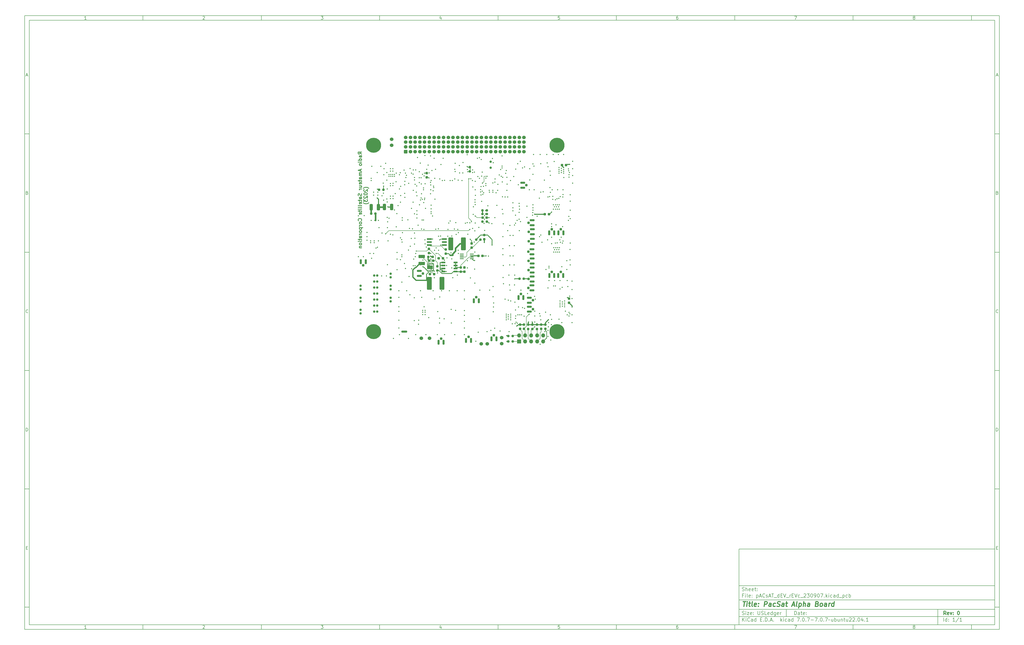
<source format=gbr>
%TF.GenerationSoftware,KiCad,Pcbnew,7.0.7-7.0.7~ubuntu22.04.1*%
%TF.CreationDate,2023-09-07T18:23:03-05:00*%
%TF.ProjectId,pACsAT_dEV_rEVc_230907,70414373-4154-45f6-9445-565f72455663,0*%
%TF.SameCoordinates,Original*%
%TF.FileFunction,Copper,L6,Bot*%
%TF.FilePolarity,Positive*%
%FSLAX46Y46*%
G04 Gerber Fmt 4.6, Leading zero omitted, Abs format (unit mm)*
G04 Created by KiCad (PCBNEW 7.0.7-7.0.7~ubuntu22.04.1) date 2023-09-07 18:23:03*
%MOMM*%
%LPD*%
G01*
G04 APERTURE LIST*
G04 Aperture macros list*
%AMRoundRect*
0 Rectangle with rounded corners*
0 $1 Rounding radius*
0 $2 $3 $4 $5 $6 $7 $8 $9 X,Y pos of 4 corners*
0 Add a 4 corners polygon primitive as box body*
4,1,4,$2,$3,$4,$5,$6,$7,$8,$9,$2,$3,0*
0 Add four circle primitives for the rounded corners*
1,1,$1+$1,$2,$3*
1,1,$1+$1,$4,$5*
1,1,$1+$1,$6,$7*
1,1,$1+$1,$8,$9*
0 Add four rect primitives between the rounded corners*
20,1,$1+$1,$2,$3,$4,$5,0*
20,1,$1+$1,$4,$5,$6,$7,0*
20,1,$1+$1,$6,$7,$8,$9,0*
20,1,$1+$1,$8,$9,$2,$3,0*%
G04 Aperture macros list end*
%ADD10C,0.100000*%
%ADD11C,0.150000*%
%ADD12C,0.300000*%
%ADD13C,0.400000*%
%TA.AperFunction,NonConductor*%
%ADD14C,0.300000*%
%TD*%
%TA.AperFunction,ComponentPad*%
%ADD15C,1.524000*%
%TD*%
%TA.AperFunction,ComponentPad*%
%ADD16C,6.350000*%
%TD*%
%TA.AperFunction,ComponentPad*%
%ADD17RoundRect,0.290840X-0.471160X-0.471160X0.471160X-0.471160X0.471160X0.471160X-0.471160X0.471160X0*%
%TD*%
%TA.AperFunction,ComponentPad*%
%ADD18C,1.016000*%
%TD*%
%TA.AperFunction,ComponentPad*%
%ADD19O,2.540000X0.889000*%
%TD*%
%TA.AperFunction,ComponentPad*%
%ADD20C,1.000000*%
%TD*%
%TA.AperFunction,ComponentPad*%
%ADD21R,1.700000X1.700000*%
%TD*%
%TA.AperFunction,ComponentPad*%
%ADD22O,1.700000X1.700000*%
%TD*%
%TA.AperFunction,SMDPad,CuDef*%
%ADD23RoundRect,0.237500X-0.250000X-0.237500X0.250000X-0.237500X0.250000X0.237500X-0.250000X0.237500X0*%
%TD*%
%TA.AperFunction,SMDPad,CuDef*%
%ADD24RoundRect,0.237500X-0.237500X0.250000X-0.237500X-0.250000X0.237500X-0.250000X0.237500X0.250000X0*%
%TD*%
%TA.AperFunction,ComponentPad*%
%ADD25RoundRect,0.254000X0.254000X-0.254000X0.254000X0.254000X-0.254000X0.254000X-0.254000X-0.254000X0*%
%TD*%
%TA.AperFunction,ComponentPad*%
%ADD26RoundRect,0.200000X0.200000X-0.800000X0.200000X0.800000X-0.200000X0.800000X-0.200000X-0.800000X0*%
%TD*%
%TA.AperFunction,SMDPad,CuDef*%
%ADD27RoundRect,0.249999X-0.737501X-2.450001X0.737501X-2.450001X0.737501X2.450001X-0.737501X2.450001X0*%
%TD*%
%TA.AperFunction,SMDPad,CuDef*%
%ADD28RoundRect,0.150000X0.725000X0.150000X-0.725000X0.150000X-0.725000X-0.150000X0.725000X-0.150000X0*%
%TD*%
%TA.AperFunction,SMDPad,CuDef*%
%ADD29RoundRect,0.237500X-0.300000X-0.237500X0.300000X-0.237500X0.300000X0.237500X-0.300000X0.237500X0*%
%TD*%
%TA.AperFunction,ComponentPad*%
%ADD30RoundRect,0.254000X0.254000X0.254000X-0.254000X0.254000X-0.254000X-0.254000X0.254000X-0.254000X0*%
%TD*%
%TA.AperFunction,ComponentPad*%
%ADD31RoundRect,0.200000X0.800000X0.200000X-0.800000X0.200000X-0.800000X-0.200000X0.800000X-0.200000X0*%
%TD*%
%TA.AperFunction,SMDPad,CuDef*%
%ADD32RoundRect,0.237500X-0.237500X0.300000X-0.237500X-0.300000X0.237500X-0.300000X0.237500X0.300000X0*%
%TD*%
%TA.AperFunction,SMDPad,CuDef*%
%ADD33RoundRect,0.237500X0.250000X0.237500X-0.250000X0.237500X-0.250000X-0.237500X0.250000X-0.237500X0*%
%TD*%
%TA.AperFunction,SMDPad,CuDef*%
%ADD34RoundRect,0.237500X0.300000X0.237500X-0.300000X0.237500X-0.300000X-0.237500X0.300000X-0.237500X0*%
%TD*%
%TA.AperFunction,SMDPad,CuDef*%
%ADD35RoundRect,0.249999X0.737501X2.450001X-0.737501X2.450001X-0.737501X-2.450001X0.737501X-2.450001X0*%
%TD*%
%TA.AperFunction,ComponentPad*%
%ADD36RoundRect,0.254000X-0.254000X0.254000X-0.254000X-0.254000X0.254000X-0.254000X0.254000X0.254000X0*%
%TD*%
%TA.AperFunction,ComponentPad*%
%ADD37RoundRect,0.200000X-0.200000X0.800000X-0.200000X-0.800000X0.200000X-0.800000X0.200000X0.800000X0*%
%TD*%
%TA.AperFunction,SMDPad,CuDef*%
%ADD38RoundRect,0.237500X0.237500X-0.300000X0.237500X0.300000X-0.237500X0.300000X-0.237500X-0.300000X0*%
%TD*%
%TA.AperFunction,SMDPad,CuDef*%
%ADD39RoundRect,0.100000X0.712500X0.100000X-0.712500X0.100000X-0.712500X-0.100000X0.712500X-0.100000X0*%
%TD*%
%TA.AperFunction,ComponentPad*%
%ADD40RoundRect,0.254000X-0.254000X-0.254000X0.254000X-0.254000X0.254000X0.254000X-0.254000X0.254000X0*%
%TD*%
%TA.AperFunction,ComponentPad*%
%ADD41RoundRect,0.200000X-0.800000X-0.200000X0.800000X-0.200000X0.800000X0.200000X-0.800000X0.200000X0*%
%TD*%
%TA.AperFunction,SMDPad,CuDef*%
%ADD42RoundRect,0.250001X-1.074999X0.462499X-1.074999X-0.462499X1.074999X-0.462499X1.074999X0.462499X0*%
%TD*%
%TA.AperFunction,SMDPad,CuDef*%
%ADD43RoundRect,0.250000X0.400000X1.075000X-0.400000X1.075000X-0.400000X-1.075000X0.400000X-1.075000X0*%
%TD*%
%TA.AperFunction,SMDPad,CuDef*%
%ADD44R,2.000000X0.640000*%
%TD*%
%TA.AperFunction,SMDPad,CuDef*%
%ADD45R,2.350000X1.580000*%
%TD*%
%TA.AperFunction,SMDPad,CuDef*%
%ADD46R,0.300000X0.700000*%
%TD*%
%TA.AperFunction,SMDPad,CuDef*%
%ADD47RoundRect,0.237500X0.237500X-0.250000X0.237500X0.250000X-0.237500X0.250000X-0.237500X-0.250000X0*%
%TD*%
%TA.AperFunction,ViaPad*%
%ADD48C,0.508000*%
%TD*%
%TA.AperFunction,Conductor*%
%ADD49C,0.254000*%
%TD*%
%TA.AperFunction,Conductor*%
%ADD50C,0.635000*%
%TD*%
%TA.AperFunction,Conductor*%
%ADD51C,0.127000*%
%TD*%
%TA.AperFunction,Conductor*%
%ADD52C,0.304800*%
%TD*%
%TA.AperFunction,Conductor*%
%ADD53C,0.381000*%
%TD*%
%TA.AperFunction,Conductor*%
%ADD54C,0.152400*%
%TD*%
%TA.AperFunction,Conductor*%
%ADD55C,0.203200*%
%TD*%
%TA.AperFunction,Conductor*%
%ADD56C,0.508000*%
%TD*%
%TA.AperFunction,Conductor*%
%ADD57C,0.330200*%
%TD*%
G04 APERTURE END LIST*
D10*
D11*
X311800000Y-235400000D02*
X419800000Y-235400000D01*
X419800000Y-267400000D01*
X311800000Y-267400000D01*
X311800000Y-235400000D01*
D10*
D11*
X10000000Y-10000000D02*
X421800000Y-10000000D01*
X421800000Y-269400000D01*
X10000000Y-269400000D01*
X10000000Y-10000000D01*
D10*
D11*
X12000000Y-12000000D02*
X419800000Y-12000000D01*
X419800000Y-267400000D01*
X12000000Y-267400000D01*
X12000000Y-12000000D01*
D10*
D11*
X60000000Y-12000000D02*
X60000000Y-10000000D01*
D10*
D11*
X110000000Y-12000000D02*
X110000000Y-10000000D01*
D10*
D11*
X160000000Y-12000000D02*
X160000000Y-10000000D01*
D10*
D11*
X210000000Y-12000000D02*
X210000000Y-10000000D01*
D10*
D11*
X260000000Y-12000000D02*
X260000000Y-10000000D01*
D10*
D11*
X310000000Y-12000000D02*
X310000000Y-10000000D01*
D10*
D11*
X360000000Y-12000000D02*
X360000000Y-10000000D01*
D10*
D11*
X410000000Y-12000000D02*
X410000000Y-10000000D01*
D10*
D11*
X36089160Y-11593604D02*
X35346303Y-11593604D01*
X35717731Y-11593604D02*
X35717731Y-10293604D01*
X35717731Y-10293604D02*
X35593922Y-10479319D01*
X35593922Y-10479319D02*
X35470112Y-10603128D01*
X35470112Y-10603128D02*
X35346303Y-10665033D01*
D10*
D11*
X85346303Y-10417414D02*
X85408207Y-10355509D01*
X85408207Y-10355509D02*
X85532017Y-10293604D01*
X85532017Y-10293604D02*
X85841541Y-10293604D01*
X85841541Y-10293604D02*
X85965350Y-10355509D01*
X85965350Y-10355509D02*
X86027255Y-10417414D01*
X86027255Y-10417414D02*
X86089160Y-10541223D01*
X86089160Y-10541223D02*
X86089160Y-10665033D01*
X86089160Y-10665033D02*
X86027255Y-10850747D01*
X86027255Y-10850747D02*
X85284398Y-11593604D01*
X85284398Y-11593604D02*
X86089160Y-11593604D01*
D10*
D11*
X135284398Y-10293604D02*
X136089160Y-10293604D01*
X136089160Y-10293604D02*
X135655826Y-10788842D01*
X135655826Y-10788842D02*
X135841541Y-10788842D01*
X135841541Y-10788842D02*
X135965350Y-10850747D01*
X135965350Y-10850747D02*
X136027255Y-10912652D01*
X136027255Y-10912652D02*
X136089160Y-11036461D01*
X136089160Y-11036461D02*
X136089160Y-11345985D01*
X136089160Y-11345985D02*
X136027255Y-11469795D01*
X136027255Y-11469795D02*
X135965350Y-11531700D01*
X135965350Y-11531700D02*
X135841541Y-11593604D01*
X135841541Y-11593604D02*
X135470112Y-11593604D01*
X135470112Y-11593604D02*
X135346303Y-11531700D01*
X135346303Y-11531700D02*
X135284398Y-11469795D01*
D10*
D11*
X185965350Y-10726938D02*
X185965350Y-11593604D01*
X185655826Y-10231700D02*
X185346303Y-11160271D01*
X185346303Y-11160271D02*
X186151064Y-11160271D01*
D10*
D11*
X236027255Y-10293604D02*
X235408207Y-10293604D01*
X235408207Y-10293604D02*
X235346303Y-10912652D01*
X235346303Y-10912652D02*
X235408207Y-10850747D01*
X235408207Y-10850747D02*
X235532017Y-10788842D01*
X235532017Y-10788842D02*
X235841541Y-10788842D01*
X235841541Y-10788842D02*
X235965350Y-10850747D01*
X235965350Y-10850747D02*
X236027255Y-10912652D01*
X236027255Y-10912652D02*
X236089160Y-11036461D01*
X236089160Y-11036461D02*
X236089160Y-11345985D01*
X236089160Y-11345985D02*
X236027255Y-11469795D01*
X236027255Y-11469795D02*
X235965350Y-11531700D01*
X235965350Y-11531700D02*
X235841541Y-11593604D01*
X235841541Y-11593604D02*
X235532017Y-11593604D01*
X235532017Y-11593604D02*
X235408207Y-11531700D01*
X235408207Y-11531700D02*
X235346303Y-11469795D01*
D10*
D11*
X285965350Y-10293604D02*
X285717731Y-10293604D01*
X285717731Y-10293604D02*
X285593922Y-10355509D01*
X285593922Y-10355509D02*
X285532017Y-10417414D01*
X285532017Y-10417414D02*
X285408207Y-10603128D01*
X285408207Y-10603128D02*
X285346303Y-10850747D01*
X285346303Y-10850747D02*
X285346303Y-11345985D01*
X285346303Y-11345985D02*
X285408207Y-11469795D01*
X285408207Y-11469795D02*
X285470112Y-11531700D01*
X285470112Y-11531700D02*
X285593922Y-11593604D01*
X285593922Y-11593604D02*
X285841541Y-11593604D01*
X285841541Y-11593604D02*
X285965350Y-11531700D01*
X285965350Y-11531700D02*
X286027255Y-11469795D01*
X286027255Y-11469795D02*
X286089160Y-11345985D01*
X286089160Y-11345985D02*
X286089160Y-11036461D01*
X286089160Y-11036461D02*
X286027255Y-10912652D01*
X286027255Y-10912652D02*
X285965350Y-10850747D01*
X285965350Y-10850747D02*
X285841541Y-10788842D01*
X285841541Y-10788842D02*
X285593922Y-10788842D01*
X285593922Y-10788842D02*
X285470112Y-10850747D01*
X285470112Y-10850747D02*
X285408207Y-10912652D01*
X285408207Y-10912652D02*
X285346303Y-11036461D01*
D10*
D11*
X335284398Y-10293604D02*
X336151064Y-10293604D01*
X336151064Y-10293604D02*
X335593922Y-11593604D01*
D10*
D11*
X385593922Y-10850747D02*
X385470112Y-10788842D01*
X385470112Y-10788842D02*
X385408207Y-10726938D01*
X385408207Y-10726938D02*
X385346303Y-10603128D01*
X385346303Y-10603128D02*
X385346303Y-10541223D01*
X385346303Y-10541223D02*
X385408207Y-10417414D01*
X385408207Y-10417414D02*
X385470112Y-10355509D01*
X385470112Y-10355509D02*
X385593922Y-10293604D01*
X385593922Y-10293604D02*
X385841541Y-10293604D01*
X385841541Y-10293604D02*
X385965350Y-10355509D01*
X385965350Y-10355509D02*
X386027255Y-10417414D01*
X386027255Y-10417414D02*
X386089160Y-10541223D01*
X386089160Y-10541223D02*
X386089160Y-10603128D01*
X386089160Y-10603128D02*
X386027255Y-10726938D01*
X386027255Y-10726938D02*
X385965350Y-10788842D01*
X385965350Y-10788842D02*
X385841541Y-10850747D01*
X385841541Y-10850747D02*
X385593922Y-10850747D01*
X385593922Y-10850747D02*
X385470112Y-10912652D01*
X385470112Y-10912652D02*
X385408207Y-10974557D01*
X385408207Y-10974557D02*
X385346303Y-11098366D01*
X385346303Y-11098366D02*
X385346303Y-11345985D01*
X385346303Y-11345985D02*
X385408207Y-11469795D01*
X385408207Y-11469795D02*
X385470112Y-11531700D01*
X385470112Y-11531700D02*
X385593922Y-11593604D01*
X385593922Y-11593604D02*
X385841541Y-11593604D01*
X385841541Y-11593604D02*
X385965350Y-11531700D01*
X385965350Y-11531700D02*
X386027255Y-11469795D01*
X386027255Y-11469795D02*
X386089160Y-11345985D01*
X386089160Y-11345985D02*
X386089160Y-11098366D01*
X386089160Y-11098366D02*
X386027255Y-10974557D01*
X386027255Y-10974557D02*
X385965350Y-10912652D01*
X385965350Y-10912652D02*
X385841541Y-10850747D01*
D10*
D11*
X60000000Y-267400000D02*
X60000000Y-269400000D01*
D10*
D11*
X110000000Y-267400000D02*
X110000000Y-269400000D01*
D10*
D11*
X160000000Y-267400000D02*
X160000000Y-269400000D01*
D10*
D11*
X210000000Y-267400000D02*
X210000000Y-269400000D01*
D10*
D11*
X260000000Y-267400000D02*
X260000000Y-269400000D01*
D10*
D11*
X310000000Y-267400000D02*
X310000000Y-269400000D01*
D10*
D11*
X360000000Y-267400000D02*
X360000000Y-269400000D01*
D10*
D11*
X410000000Y-267400000D02*
X410000000Y-269400000D01*
D10*
D11*
X36089160Y-268993604D02*
X35346303Y-268993604D01*
X35717731Y-268993604D02*
X35717731Y-267693604D01*
X35717731Y-267693604D02*
X35593922Y-267879319D01*
X35593922Y-267879319D02*
X35470112Y-268003128D01*
X35470112Y-268003128D02*
X35346303Y-268065033D01*
D10*
D11*
X85346303Y-267817414D02*
X85408207Y-267755509D01*
X85408207Y-267755509D02*
X85532017Y-267693604D01*
X85532017Y-267693604D02*
X85841541Y-267693604D01*
X85841541Y-267693604D02*
X85965350Y-267755509D01*
X85965350Y-267755509D02*
X86027255Y-267817414D01*
X86027255Y-267817414D02*
X86089160Y-267941223D01*
X86089160Y-267941223D02*
X86089160Y-268065033D01*
X86089160Y-268065033D02*
X86027255Y-268250747D01*
X86027255Y-268250747D02*
X85284398Y-268993604D01*
X85284398Y-268993604D02*
X86089160Y-268993604D01*
D10*
D11*
X135284398Y-267693604D02*
X136089160Y-267693604D01*
X136089160Y-267693604D02*
X135655826Y-268188842D01*
X135655826Y-268188842D02*
X135841541Y-268188842D01*
X135841541Y-268188842D02*
X135965350Y-268250747D01*
X135965350Y-268250747D02*
X136027255Y-268312652D01*
X136027255Y-268312652D02*
X136089160Y-268436461D01*
X136089160Y-268436461D02*
X136089160Y-268745985D01*
X136089160Y-268745985D02*
X136027255Y-268869795D01*
X136027255Y-268869795D02*
X135965350Y-268931700D01*
X135965350Y-268931700D02*
X135841541Y-268993604D01*
X135841541Y-268993604D02*
X135470112Y-268993604D01*
X135470112Y-268993604D02*
X135346303Y-268931700D01*
X135346303Y-268931700D02*
X135284398Y-268869795D01*
D10*
D11*
X185965350Y-268126938D02*
X185965350Y-268993604D01*
X185655826Y-267631700D02*
X185346303Y-268560271D01*
X185346303Y-268560271D02*
X186151064Y-268560271D01*
D10*
D11*
X236027255Y-267693604D02*
X235408207Y-267693604D01*
X235408207Y-267693604D02*
X235346303Y-268312652D01*
X235346303Y-268312652D02*
X235408207Y-268250747D01*
X235408207Y-268250747D02*
X235532017Y-268188842D01*
X235532017Y-268188842D02*
X235841541Y-268188842D01*
X235841541Y-268188842D02*
X235965350Y-268250747D01*
X235965350Y-268250747D02*
X236027255Y-268312652D01*
X236027255Y-268312652D02*
X236089160Y-268436461D01*
X236089160Y-268436461D02*
X236089160Y-268745985D01*
X236089160Y-268745985D02*
X236027255Y-268869795D01*
X236027255Y-268869795D02*
X235965350Y-268931700D01*
X235965350Y-268931700D02*
X235841541Y-268993604D01*
X235841541Y-268993604D02*
X235532017Y-268993604D01*
X235532017Y-268993604D02*
X235408207Y-268931700D01*
X235408207Y-268931700D02*
X235346303Y-268869795D01*
D10*
D11*
X285965350Y-267693604D02*
X285717731Y-267693604D01*
X285717731Y-267693604D02*
X285593922Y-267755509D01*
X285593922Y-267755509D02*
X285532017Y-267817414D01*
X285532017Y-267817414D02*
X285408207Y-268003128D01*
X285408207Y-268003128D02*
X285346303Y-268250747D01*
X285346303Y-268250747D02*
X285346303Y-268745985D01*
X285346303Y-268745985D02*
X285408207Y-268869795D01*
X285408207Y-268869795D02*
X285470112Y-268931700D01*
X285470112Y-268931700D02*
X285593922Y-268993604D01*
X285593922Y-268993604D02*
X285841541Y-268993604D01*
X285841541Y-268993604D02*
X285965350Y-268931700D01*
X285965350Y-268931700D02*
X286027255Y-268869795D01*
X286027255Y-268869795D02*
X286089160Y-268745985D01*
X286089160Y-268745985D02*
X286089160Y-268436461D01*
X286089160Y-268436461D02*
X286027255Y-268312652D01*
X286027255Y-268312652D02*
X285965350Y-268250747D01*
X285965350Y-268250747D02*
X285841541Y-268188842D01*
X285841541Y-268188842D02*
X285593922Y-268188842D01*
X285593922Y-268188842D02*
X285470112Y-268250747D01*
X285470112Y-268250747D02*
X285408207Y-268312652D01*
X285408207Y-268312652D02*
X285346303Y-268436461D01*
D10*
D11*
X335284398Y-267693604D02*
X336151064Y-267693604D01*
X336151064Y-267693604D02*
X335593922Y-268993604D01*
D10*
D11*
X385593922Y-268250747D02*
X385470112Y-268188842D01*
X385470112Y-268188842D02*
X385408207Y-268126938D01*
X385408207Y-268126938D02*
X385346303Y-268003128D01*
X385346303Y-268003128D02*
X385346303Y-267941223D01*
X385346303Y-267941223D02*
X385408207Y-267817414D01*
X385408207Y-267817414D02*
X385470112Y-267755509D01*
X385470112Y-267755509D02*
X385593922Y-267693604D01*
X385593922Y-267693604D02*
X385841541Y-267693604D01*
X385841541Y-267693604D02*
X385965350Y-267755509D01*
X385965350Y-267755509D02*
X386027255Y-267817414D01*
X386027255Y-267817414D02*
X386089160Y-267941223D01*
X386089160Y-267941223D02*
X386089160Y-268003128D01*
X386089160Y-268003128D02*
X386027255Y-268126938D01*
X386027255Y-268126938D02*
X385965350Y-268188842D01*
X385965350Y-268188842D02*
X385841541Y-268250747D01*
X385841541Y-268250747D02*
X385593922Y-268250747D01*
X385593922Y-268250747D02*
X385470112Y-268312652D01*
X385470112Y-268312652D02*
X385408207Y-268374557D01*
X385408207Y-268374557D02*
X385346303Y-268498366D01*
X385346303Y-268498366D02*
X385346303Y-268745985D01*
X385346303Y-268745985D02*
X385408207Y-268869795D01*
X385408207Y-268869795D02*
X385470112Y-268931700D01*
X385470112Y-268931700D02*
X385593922Y-268993604D01*
X385593922Y-268993604D02*
X385841541Y-268993604D01*
X385841541Y-268993604D02*
X385965350Y-268931700D01*
X385965350Y-268931700D02*
X386027255Y-268869795D01*
X386027255Y-268869795D02*
X386089160Y-268745985D01*
X386089160Y-268745985D02*
X386089160Y-268498366D01*
X386089160Y-268498366D02*
X386027255Y-268374557D01*
X386027255Y-268374557D02*
X385965350Y-268312652D01*
X385965350Y-268312652D02*
X385841541Y-268250747D01*
D10*
D11*
X10000000Y-60000000D02*
X12000000Y-60000000D01*
D10*
D11*
X10000000Y-110000000D02*
X12000000Y-110000000D01*
D10*
D11*
X10000000Y-160000000D02*
X12000000Y-160000000D01*
D10*
D11*
X10000000Y-210000000D02*
X12000000Y-210000000D01*
D10*
D11*
X10000000Y-260000000D02*
X12000000Y-260000000D01*
D10*
D11*
X10690476Y-35222176D02*
X11309523Y-35222176D01*
X10566666Y-35593604D02*
X10999999Y-34293604D01*
X10999999Y-34293604D02*
X11433333Y-35593604D01*
D10*
D11*
X11092857Y-84912652D02*
X11278571Y-84974557D01*
X11278571Y-84974557D02*
X11340476Y-85036461D01*
X11340476Y-85036461D02*
X11402380Y-85160271D01*
X11402380Y-85160271D02*
X11402380Y-85345985D01*
X11402380Y-85345985D02*
X11340476Y-85469795D01*
X11340476Y-85469795D02*
X11278571Y-85531700D01*
X11278571Y-85531700D02*
X11154761Y-85593604D01*
X11154761Y-85593604D02*
X10659523Y-85593604D01*
X10659523Y-85593604D02*
X10659523Y-84293604D01*
X10659523Y-84293604D02*
X11092857Y-84293604D01*
X11092857Y-84293604D02*
X11216666Y-84355509D01*
X11216666Y-84355509D02*
X11278571Y-84417414D01*
X11278571Y-84417414D02*
X11340476Y-84541223D01*
X11340476Y-84541223D02*
X11340476Y-84665033D01*
X11340476Y-84665033D02*
X11278571Y-84788842D01*
X11278571Y-84788842D02*
X11216666Y-84850747D01*
X11216666Y-84850747D02*
X11092857Y-84912652D01*
X11092857Y-84912652D02*
X10659523Y-84912652D01*
D10*
D11*
X11402380Y-135469795D02*
X11340476Y-135531700D01*
X11340476Y-135531700D02*
X11154761Y-135593604D01*
X11154761Y-135593604D02*
X11030952Y-135593604D01*
X11030952Y-135593604D02*
X10845238Y-135531700D01*
X10845238Y-135531700D02*
X10721428Y-135407890D01*
X10721428Y-135407890D02*
X10659523Y-135284080D01*
X10659523Y-135284080D02*
X10597619Y-135036461D01*
X10597619Y-135036461D02*
X10597619Y-134850747D01*
X10597619Y-134850747D02*
X10659523Y-134603128D01*
X10659523Y-134603128D02*
X10721428Y-134479319D01*
X10721428Y-134479319D02*
X10845238Y-134355509D01*
X10845238Y-134355509D02*
X11030952Y-134293604D01*
X11030952Y-134293604D02*
X11154761Y-134293604D01*
X11154761Y-134293604D02*
X11340476Y-134355509D01*
X11340476Y-134355509D02*
X11402380Y-134417414D01*
D10*
D11*
X10659523Y-185593604D02*
X10659523Y-184293604D01*
X10659523Y-184293604D02*
X10969047Y-184293604D01*
X10969047Y-184293604D02*
X11154761Y-184355509D01*
X11154761Y-184355509D02*
X11278571Y-184479319D01*
X11278571Y-184479319D02*
X11340476Y-184603128D01*
X11340476Y-184603128D02*
X11402380Y-184850747D01*
X11402380Y-184850747D02*
X11402380Y-185036461D01*
X11402380Y-185036461D02*
X11340476Y-185284080D01*
X11340476Y-185284080D02*
X11278571Y-185407890D01*
X11278571Y-185407890D02*
X11154761Y-185531700D01*
X11154761Y-185531700D02*
X10969047Y-185593604D01*
X10969047Y-185593604D02*
X10659523Y-185593604D01*
D10*
D11*
X10721428Y-234912652D02*
X11154762Y-234912652D01*
X11340476Y-235593604D02*
X10721428Y-235593604D01*
X10721428Y-235593604D02*
X10721428Y-234293604D01*
X10721428Y-234293604D02*
X11340476Y-234293604D01*
D10*
D11*
X421800000Y-60000000D02*
X419800000Y-60000000D01*
D10*
D11*
X421800000Y-110000000D02*
X419800000Y-110000000D01*
D10*
D11*
X421800000Y-160000000D02*
X419800000Y-160000000D01*
D10*
D11*
X421800000Y-210000000D02*
X419800000Y-210000000D01*
D10*
D11*
X421800000Y-260000000D02*
X419800000Y-260000000D01*
D10*
D11*
X420490476Y-35222176D02*
X421109523Y-35222176D01*
X420366666Y-35593604D02*
X420799999Y-34293604D01*
X420799999Y-34293604D02*
X421233333Y-35593604D01*
D10*
D11*
X420892857Y-84912652D02*
X421078571Y-84974557D01*
X421078571Y-84974557D02*
X421140476Y-85036461D01*
X421140476Y-85036461D02*
X421202380Y-85160271D01*
X421202380Y-85160271D02*
X421202380Y-85345985D01*
X421202380Y-85345985D02*
X421140476Y-85469795D01*
X421140476Y-85469795D02*
X421078571Y-85531700D01*
X421078571Y-85531700D02*
X420954761Y-85593604D01*
X420954761Y-85593604D02*
X420459523Y-85593604D01*
X420459523Y-85593604D02*
X420459523Y-84293604D01*
X420459523Y-84293604D02*
X420892857Y-84293604D01*
X420892857Y-84293604D02*
X421016666Y-84355509D01*
X421016666Y-84355509D02*
X421078571Y-84417414D01*
X421078571Y-84417414D02*
X421140476Y-84541223D01*
X421140476Y-84541223D02*
X421140476Y-84665033D01*
X421140476Y-84665033D02*
X421078571Y-84788842D01*
X421078571Y-84788842D02*
X421016666Y-84850747D01*
X421016666Y-84850747D02*
X420892857Y-84912652D01*
X420892857Y-84912652D02*
X420459523Y-84912652D01*
D10*
D11*
X421202380Y-135469795D02*
X421140476Y-135531700D01*
X421140476Y-135531700D02*
X420954761Y-135593604D01*
X420954761Y-135593604D02*
X420830952Y-135593604D01*
X420830952Y-135593604D02*
X420645238Y-135531700D01*
X420645238Y-135531700D02*
X420521428Y-135407890D01*
X420521428Y-135407890D02*
X420459523Y-135284080D01*
X420459523Y-135284080D02*
X420397619Y-135036461D01*
X420397619Y-135036461D02*
X420397619Y-134850747D01*
X420397619Y-134850747D02*
X420459523Y-134603128D01*
X420459523Y-134603128D02*
X420521428Y-134479319D01*
X420521428Y-134479319D02*
X420645238Y-134355509D01*
X420645238Y-134355509D02*
X420830952Y-134293604D01*
X420830952Y-134293604D02*
X420954761Y-134293604D01*
X420954761Y-134293604D02*
X421140476Y-134355509D01*
X421140476Y-134355509D02*
X421202380Y-134417414D01*
D10*
D11*
X420459523Y-185593604D02*
X420459523Y-184293604D01*
X420459523Y-184293604D02*
X420769047Y-184293604D01*
X420769047Y-184293604D02*
X420954761Y-184355509D01*
X420954761Y-184355509D02*
X421078571Y-184479319D01*
X421078571Y-184479319D02*
X421140476Y-184603128D01*
X421140476Y-184603128D02*
X421202380Y-184850747D01*
X421202380Y-184850747D02*
X421202380Y-185036461D01*
X421202380Y-185036461D02*
X421140476Y-185284080D01*
X421140476Y-185284080D02*
X421078571Y-185407890D01*
X421078571Y-185407890D02*
X420954761Y-185531700D01*
X420954761Y-185531700D02*
X420769047Y-185593604D01*
X420769047Y-185593604D02*
X420459523Y-185593604D01*
D10*
D11*
X420521428Y-234912652D02*
X420954762Y-234912652D01*
X421140476Y-235593604D02*
X420521428Y-235593604D01*
X420521428Y-235593604D02*
X420521428Y-234293604D01*
X420521428Y-234293604D02*
X421140476Y-234293604D01*
D10*
D11*
X335255826Y-263186128D02*
X335255826Y-261686128D01*
X335255826Y-261686128D02*
X335612969Y-261686128D01*
X335612969Y-261686128D02*
X335827255Y-261757557D01*
X335827255Y-261757557D02*
X335970112Y-261900414D01*
X335970112Y-261900414D02*
X336041541Y-262043271D01*
X336041541Y-262043271D02*
X336112969Y-262328985D01*
X336112969Y-262328985D02*
X336112969Y-262543271D01*
X336112969Y-262543271D02*
X336041541Y-262828985D01*
X336041541Y-262828985D02*
X335970112Y-262971842D01*
X335970112Y-262971842D02*
X335827255Y-263114700D01*
X335827255Y-263114700D02*
X335612969Y-263186128D01*
X335612969Y-263186128D02*
X335255826Y-263186128D01*
X337398684Y-263186128D02*
X337398684Y-262400414D01*
X337398684Y-262400414D02*
X337327255Y-262257557D01*
X337327255Y-262257557D02*
X337184398Y-262186128D01*
X337184398Y-262186128D02*
X336898684Y-262186128D01*
X336898684Y-262186128D02*
X336755826Y-262257557D01*
X337398684Y-263114700D02*
X337255826Y-263186128D01*
X337255826Y-263186128D02*
X336898684Y-263186128D01*
X336898684Y-263186128D02*
X336755826Y-263114700D01*
X336755826Y-263114700D02*
X336684398Y-262971842D01*
X336684398Y-262971842D02*
X336684398Y-262828985D01*
X336684398Y-262828985D02*
X336755826Y-262686128D01*
X336755826Y-262686128D02*
X336898684Y-262614700D01*
X336898684Y-262614700D02*
X337255826Y-262614700D01*
X337255826Y-262614700D02*
X337398684Y-262543271D01*
X337898684Y-262186128D02*
X338470112Y-262186128D01*
X338112969Y-261686128D02*
X338112969Y-262971842D01*
X338112969Y-262971842D02*
X338184398Y-263114700D01*
X338184398Y-263114700D02*
X338327255Y-263186128D01*
X338327255Y-263186128D02*
X338470112Y-263186128D01*
X339541541Y-263114700D02*
X339398684Y-263186128D01*
X339398684Y-263186128D02*
X339112970Y-263186128D01*
X339112970Y-263186128D02*
X338970112Y-263114700D01*
X338970112Y-263114700D02*
X338898684Y-262971842D01*
X338898684Y-262971842D02*
X338898684Y-262400414D01*
X338898684Y-262400414D02*
X338970112Y-262257557D01*
X338970112Y-262257557D02*
X339112970Y-262186128D01*
X339112970Y-262186128D02*
X339398684Y-262186128D01*
X339398684Y-262186128D02*
X339541541Y-262257557D01*
X339541541Y-262257557D02*
X339612970Y-262400414D01*
X339612970Y-262400414D02*
X339612970Y-262543271D01*
X339612970Y-262543271D02*
X338898684Y-262686128D01*
X340255826Y-263043271D02*
X340327255Y-263114700D01*
X340327255Y-263114700D02*
X340255826Y-263186128D01*
X340255826Y-263186128D02*
X340184398Y-263114700D01*
X340184398Y-263114700D02*
X340255826Y-263043271D01*
X340255826Y-263043271D02*
X340255826Y-263186128D01*
X340255826Y-262257557D02*
X340327255Y-262328985D01*
X340327255Y-262328985D02*
X340255826Y-262400414D01*
X340255826Y-262400414D02*
X340184398Y-262328985D01*
X340184398Y-262328985D02*
X340255826Y-262257557D01*
X340255826Y-262257557D02*
X340255826Y-262400414D01*
D10*
D11*
X311800000Y-263900000D02*
X419800000Y-263900000D01*
D10*
D11*
X313255826Y-265986128D02*
X313255826Y-264486128D01*
X314112969Y-265986128D02*
X313470112Y-265128985D01*
X314112969Y-264486128D02*
X313255826Y-265343271D01*
X314755826Y-265986128D02*
X314755826Y-264986128D01*
X314755826Y-264486128D02*
X314684398Y-264557557D01*
X314684398Y-264557557D02*
X314755826Y-264628985D01*
X314755826Y-264628985D02*
X314827255Y-264557557D01*
X314827255Y-264557557D02*
X314755826Y-264486128D01*
X314755826Y-264486128D02*
X314755826Y-264628985D01*
X316327255Y-265843271D02*
X316255827Y-265914700D01*
X316255827Y-265914700D02*
X316041541Y-265986128D01*
X316041541Y-265986128D02*
X315898684Y-265986128D01*
X315898684Y-265986128D02*
X315684398Y-265914700D01*
X315684398Y-265914700D02*
X315541541Y-265771842D01*
X315541541Y-265771842D02*
X315470112Y-265628985D01*
X315470112Y-265628985D02*
X315398684Y-265343271D01*
X315398684Y-265343271D02*
X315398684Y-265128985D01*
X315398684Y-265128985D02*
X315470112Y-264843271D01*
X315470112Y-264843271D02*
X315541541Y-264700414D01*
X315541541Y-264700414D02*
X315684398Y-264557557D01*
X315684398Y-264557557D02*
X315898684Y-264486128D01*
X315898684Y-264486128D02*
X316041541Y-264486128D01*
X316041541Y-264486128D02*
X316255827Y-264557557D01*
X316255827Y-264557557D02*
X316327255Y-264628985D01*
X317612970Y-265986128D02*
X317612970Y-265200414D01*
X317612970Y-265200414D02*
X317541541Y-265057557D01*
X317541541Y-265057557D02*
X317398684Y-264986128D01*
X317398684Y-264986128D02*
X317112970Y-264986128D01*
X317112970Y-264986128D02*
X316970112Y-265057557D01*
X317612970Y-265914700D02*
X317470112Y-265986128D01*
X317470112Y-265986128D02*
X317112970Y-265986128D01*
X317112970Y-265986128D02*
X316970112Y-265914700D01*
X316970112Y-265914700D02*
X316898684Y-265771842D01*
X316898684Y-265771842D02*
X316898684Y-265628985D01*
X316898684Y-265628985D02*
X316970112Y-265486128D01*
X316970112Y-265486128D02*
X317112970Y-265414700D01*
X317112970Y-265414700D02*
X317470112Y-265414700D01*
X317470112Y-265414700D02*
X317612970Y-265343271D01*
X318970113Y-265986128D02*
X318970113Y-264486128D01*
X318970113Y-265914700D02*
X318827255Y-265986128D01*
X318827255Y-265986128D02*
X318541541Y-265986128D01*
X318541541Y-265986128D02*
X318398684Y-265914700D01*
X318398684Y-265914700D02*
X318327255Y-265843271D01*
X318327255Y-265843271D02*
X318255827Y-265700414D01*
X318255827Y-265700414D02*
X318255827Y-265271842D01*
X318255827Y-265271842D02*
X318327255Y-265128985D01*
X318327255Y-265128985D02*
X318398684Y-265057557D01*
X318398684Y-265057557D02*
X318541541Y-264986128D01*
X318541541Y-264986128D02*
X318827255Y-264986128D01*
X318827255Y-264986128D02*
X318970113Y-265057557D01*
X320827255Y-265200414D02*
X321327255Y-265200414D01*
X321541541Y-265986128D02*
X320827255Y-265986128D01*
X320827255Y-265986128D02*
X320827255Y-264486128D01*
X320827255Y-264486128D02*
X321541541Y-264486128D01*
X322184398Y-265843271D02*
X322255827Y-265914700D01*
X322255827Y-265914700D02*
X322184398Y-265986128D01*
X322184398Y-265986128D02*
X322112970Y-265914700D01*
X322112970Y-265914700D02*
X322184398Y-265843271D01*
X322184398Y-265843271D02*
X322184398Y-265986128D01*
X322898684Y-265986128D02*
X322898684Y-264486128D01*
X322898684Y-264486128D02*
X323255827Y-264486128D01*
X323255827Y-264486128D02*
X323470113Y-264557557D01*
X323470113Y-264557557D02*
X323612970Y-264700414D01*
X323612970Y-264700414D02*
X323684399Y-264843271D01*
X323684399Y-264843271D02*
X323755827Y-265128985D01*
X323755827Y-265128985D02*
X323755827Y-265343271D01*
X323755827Y-265343271D02*
X323684399Y-265628985D01*
X323684399Y-265628985D02*
X323612970Y-265771842D01*
X323612970Y-265771842D02*
X323470113Y-265914700D01*
X323470113Y-265914700D02*
X323255827Y-265986128D01*
X323255827Y-265986128D02*
X322898684Y-265986128D01*
X324398684Y-265843271D02*
X324470113Y-265914700D01*
X324470113Y-265914700D02*
X324398684Y-265986128D01*
X324398684Y-265986128D02*
X324327256Y-265914700D01*
X324327256Y-265914700D02*
X324398684Y-265843271D01*
X324398684Y-265843271D02*
X324398684Y-265986128D01*
X325041542Y-265557557D02*
X325755828Y-265557557D01*
X324898685Y-265986128D02*
X325398685Y-264486128D01*
X325398685Y-264486128D02*
X325898685Y-265986128D01*
X326398684Y-265843271D02*
X326470113Y-265914700D01*
X326470113Y-265914700D02*
X326398684Y-265986128D01*
X326398684Y-265986128D02*
X326327256Y-265914700D01*
X326327256Y-265914700D02*
X326398684Y-265843271D01*
X326398684Y-265843271D02*
X326398684Y-265986128D01*
X329398684Y-265986128D02*
X329398684Y-264486128D01*
X329541542Y-265414700D02*
X329970113Y-265986128D01*
X329970113Y-264986128D02*
X329398684Y-265557557D01*
X330612970Y-265986128D02*
X330612970Y-264986128D01*
X330612970Y-264486128D02*
X330541542Y-264557557D01*
X330541542Y-264557557D02*
X330612970Y-264628985D01*
X330612970Y-264628985D02*
X330684399Y-264557557D01*
X330684399Y-264557557D02*
X330612970Y-264486128D01*
X330612970Y-264486128D02*
X330612970Y-264628985D01*
X331970114Y-265914700D02*
X331827256Y-265986128D01*
X331827256Y-265986128D02*
X331541542Y-265986128D01*
X331541542Y-265986128D02*
X331398685Y-265914700D01*
X331398685Y-265914700D02*
X331327256Y-265843271D01*
X331327256Y-265843271D02*
X331255828Y-265700414D01*
X331255828Y-265700414D02*
X331255828Y-265271842D01*
X331255828Y-265271842D02*
X331327256Y-265128985D01*
X331327256Y-265128985D02*
X331398685Y-265057557D01*
X331398685Y-265057557D02*
X331541542Y-264986128D01*
X331541542Y-264986128D02*
X331827256Y-264986128D01*
X331827256Y-264986128D02*
X331970114Y-265057557D01*
X333255828Y-265986128D02*
X333255828Y-265200414D01*
X333255828Y-265200414D02*
X333184399Y-265057557D01*
X333184399Y-265057557D02*
X333041542Y-264986128D01*
X333041542Y-264986128D02*
X332755828Y-264986128D01*
X332755828Y-264986128D02*
X332612970Y-265057557D01*
X333255828Y-265914700D02*
X333112970Y-265986128D01*
X333112970Y-265986128D02*
X332755828Y-265986128D01*
X332755828Y-265986128D02*
X332612970Y-265914700D01*
X332612970Y-265914700D02*
X332541542Y-265771842D01*
X332541542Y-265771842D02*
X332541542Y-265628985D01*
X332541542Y-265628985D02*
X332612970Y-265486128D01*
X332612970Y-265486128D02*
X332755828Y-265414700D01*
X332755828Y-265414700D02*
X333112970Y-265414700D01*
X333112970Y-265414700D02*
X333255828Y-265343271D01*
X334612971Y-265986128D02*
X334612971Y-264486128D01*
X334612971Y-265914700D02*
X334470113Y-265986128D01*
X334470113Y-265986128D02*
X334184399Y-265986128D01*
X334184399Y-265986128D02*
X334041542Y-265914700D01*
X334041542Y-265914700D02*
X333970113Y-265843271D01*
X333970113Y-265843271D02*
X333898685Y-265700414D01*
X333898685Y-265700414D02*
X333898685Y-265271842D01*
X333898685Y-265271842D02*
X333970113Y-265128985D01*
X333970113Y-265128985D02*
X334041542Y-265057557D01*
X334041542Y-265057557D02*
X334184399Y-264986128D01*
X334184399Y-264986128D02*
X334470113Y-264986128D01*
X334470113Y-264986128D02*
X334612971Y-265057557D01*
X336327256Y-264486128D02*
X337327256Y-264486128D01*
X337327256Y-264486128D02*
X336684399Y-265986128D01*
X337898684Y-265843271D02*
X337970113Y-265914700D01*
X337970113Y-265914700D02*
X337898684Y-265986128D01*
X337898684Y-265986128D02*
X337827256Y-265914700D01*
X337827256Y-265914700D02*
X337898684Y-265843271D01*
X337898684Y-265843271D02*
X337898684Y-265986128D01*
X338898685Y-264486128D02*
X339041542Y-264486128D01*
X339041542Y-264486128D02*
X339184399Y-264557557D01*
X339184399Y-264557557D02*
X339255828Y-264628985D01*
X339255828Y-264628985D02*
X339327256Y-264771842D01*
X339327256Y-264771842D02*
X339398685Y-265057557D01*
X339398685Y-265057557D02*
X339398685Y-265414700D01*
X339398685Y-265414700D02*
X339327256Y-265700414D01*
X339327256Y-265700414D02*
X339255828Y-265843271D01*
X339255828Y-265843271D02*
X339184399Y-265914700D01*
X339184399Y-265914700D02*
X339041542Y-265986128D01*
X339041542Y-265986128D02*
X338898685Y-265986128D01*
X338898685Y-265986128D02*
X338755828Y-265914700D01*
X338755828Y-265914700D02*
X338684399Y-265843271D01*
X338684399Y-265843271D02*
X338612970Y-265700414D01*
X338612970Y-265700414D02*
X338541542Y-265414700D01*
X338541542Y-265414700D02*
X338541542Y-265057557D01*
X338541542Y-265057557D02*
X338612970Y-264771842D01*
X338612970Y-264771842D02*
X338684399Y-264628985D01*
X338684399Y-264628985D02*
X338755828Y-264557557D01*
X338755828Y-264557557D02*
X338898685Y-264486128D01*
X340041541Y-265843271D02*
X340112970Y-265914700D01*
X340112970Y-265914700D02*
X340041541Y-265986128D01*
X340041541Y-265986128D02*
X339970113Y-265914700D01*
X339970113Y-265914700D02*
X340041541Y-265843271D01*
X340041541Y-265843271D02*
X340041541Y-265986128D01*
X340612970Y-264486128D02*
X341612970Y-264486128D01*
X341612970Y-264486128D02*
X340970113Y-265986128D01*
X342184398Y-265414700D02*
X343327256Y-265414700D01*
X343898684Y-264486128D02*
X344898684Y-264486128D01*
X344898684Y-264486128D02*
X344255827Y-265986128D01*
X345470112Y-265843271D02*
X345541541Y-265914700D01*
X345541541Y-265914700D02*
X345470112Y-265986128D01*
X345470112Y-265986128D02*
X345398684Y-265914700D01*
X345398684Y-265914700D02*
X345470112Y-265843271D01*
X345470112Y-265843271D02*
X345470112Y-265986128D01*
X346470113Y-264486128D02*
X346612970Y-264486128D01*
X346612970Y-264486128D02*
X346755827Y-264557557D01*
X346755827Y-264557557D02*
X346827256Y-264628985D01*
X346827256Y-264628985D02*
X346898684Y-264771842D01*
X346898684Y-264771842D02*
X346970113Y-265057557D01*
X346970113Y-265057557D02*
X346970113Y-265414700D01*
X346970113Y-265414700D02*
X346898684Y-265700414D01*
X346898684Y-265700414D02*
X346827256Y-265843271D01*
X346827256Y-265843271D02*
X346755827Y-265914700D01*
X346755827Y-265914700D02*
X346612970Y-265986128D01*
X346612970Y-265986128D02*
X346470113Y-265986128D01*
X346470113Y-265986128D02*
X346327256Y-265914700D01*
X346327256Y-265914700D02*
X346255827Y-265843271D01*
X346255827Y-265843271D02*
X346184398Y-265700414D01*
X346184398Y-265700414D02*
X346112970Y-265414700D01*
X346112970Y-265414700D02*
X346112970Y-265057557D01*
X346112970Y-265057557D02*
X346184398Y-264771842D01*
X346184398Y-264771842D02*
X346255827Y-264628985D01*
X346255827Y-264628985D02*
X346327256Y-264557557D01*
X346327256Y-264557557D02*
X346470113Y-264486128D01*
X347612969Y-265843271D02*
X347684398Y-265914700D01*
X347684398Y-265914700D02*
X347612969Y-265986128D01*
X347612969Y-265986128D02*
X347541541Y-265914700D01*
X347541541Y-265914700D02*
X347612969Y-265843271D01*
X347612969Y-265843271D02*
X347612969Y-265986128D01*
X348184398Y-264486128D02*
X349184398Y-264486128D01*
X349184398Y-264486128D02*
X348541541Y-265986128D01*
X349541541Y-265414700D02*
X349612969Y-265343271D01*
X349612969Y-265343271D02*
X349755826Y-265271842D01*
X349755826Y-265271842D02*
X350041541Y-265414700D01*
X350041541Y-265414700D02*
X350184398Y-265343271D01*
X350184398Y-265343271D02*
X350255826Y-265271842D01*
X351470113Y-264986128D02*
X351470113Y-265986128D01*
X350827255Y-264986128D02*
X350827255Y-265771842D01*
X350827255Y-265771842D02*
X350898684Y-265914700D01*
X350898684Y-265914700D02*
X351041541Y-265986128D01*
X351041541Y-265986128D02*
X351255827Y-265986128D01*
X351255827Y-265986128D02*
X351398684Y-265914700D01*
X351398684Y-265914700D02*
X351470113Y-265843271D01*
X352184398Y-265986128D02*
X352184398Y-264486128D01*
X352184398Y-265057557D02*
X352327256Y-264986128D01*
X352327256Y-264986128D02*
X352612970Y-264986128D01*
X352612970Y-264986128D02*
X352755827Y-265057557D01*
X352755827Y-265057557D02*
X352827256Y-265128985D01*
X352827256Y-265128985D02*
X352898684Y-265271842D01*
X352898684Y-265271842D02*
X352898684Y-265700414D01*
X352898684Y-265700414D02*
X352827256Y-265843271D01*
X352827256Y-265843271D02*
X352755827Y-265914700D01*
X352755827Y-265914700D02*
X352612970Y-265986128D01*
X352612970Y-265986128D02*
X352327256Y-265986128D01*
X352327256Y-265986128D02*
X352184398Y-265914700D01*
X354184399Y-264986128D02*
X354184399Y-265986128D01*
X353541541Y-264986128D02*
X353541541Y-265771842D01*
X353541541Y-265771842D02*
X353612970Y-265914700D01*
X353612970Y-265914700D02*
X353755827Y-265986128D01*
X353755827Y-265986128D02*
X353970113Y-265986128D01*
X353970113Y-265986128D02*
X354112970Y-265914700D01*
X354112970Y-265914700D02*
X354184399Y-265843271D01*
X354898684Y-264986128D02*
X354898684Y-265986128D01*
X354898684Y-265128985D02*
X354970113Y-265057557D01*
X354970113Y-265057557D02*
X355112970Y-264986128D01*
X355112970Y-264986128D02*
X355327256Y-264986128D01*
X355327256Y-264986128D02*
X355470113Y-265057557D01*
X355470113Y-265057557D02*
X355541542Y-265200414D01*
X355541542Y-265200414D02*
X355541542Y-265986128D01*
X356041542Y-264986128D02*
X356612970Y-264986128D01*
X356255827Y-264486128D02*
X356255827Y-265771842D01*
X356255827Y-265771842D02*
X356327256Y-265914700D01*
X356327256Y-265914700D02*
X356470113Y-265986128D01*
X356470113Y-265986128D02*
X356612970Y-265986128D01*
X357755828Y-264986128D02*
X357755828Y-265986128D01*
X357112970Y-264986128D02*
X357112970Y-265771842D01*
X357112970Y-265771842D02*
X357184399Y-265914700D01*
X357184399Y-265914700D02*
X357327256Y-265986128D01*
X357327256Y-265986128D02*
X357541542Y-265986128D01*
X357541542Y-265986128D02*
X357684399Y-265914700D01*
X357684399Y-265914700D02*
X357755828Y-265843271D01*
X358398685Y-264628985D02*
X358470113Y-264557557D01*
X358470113Y-264557557D02*
X358612971Y-264486128D01*
X358612971Y-264486128D02*
X358970113Y-264486128D01*
X358970113Y-264486128D02*
X359112971Y-264557557D01*
X359112971Y-264557557D02*
X359184399Y-264628985D01*
X359184399Y-264628985D02*
X359255828Y-264771842D01*
X359255828Y-264771842D02*
X359255828Y-264914700D01*
X359255828Y-264914700D02*
X359184399Y-265128985D01*
X359184399Y-265128985D02*
X358327256Y-265986128D01*
X358327256Y-265986128D02*
X359255828Y-265986128D01*
X359827256Y-264628985D02*
X359898684Y-264557557D01*
X359898684Y-264557557D02*
X360041542Y-264486128D01*
X360041542Y-264486128D02*
X360398684Y-264486128D01*
X360398684Y-264486128D02*
X360541542Y-264557557D01*
X360541542Y-264557557D02*
X360612970Y-264628985D01*
X360612970Y-264628985D02*
X360684399Y-264771842D01*
X360684399Y-264771842D02*
X360684399Y-264914700D01*
X360684399Y-264914700D02*
X360612970Y-265128985D01*
X360612970Y-265128985D02*
X359755827Y-265986128D01*
X359755827Y-265986128D02*
X360684399Y-265986128D01*
X361327255Y-265843271D02*
X361398684Y-265914700D01*
X361398684Y-265914700D02*
X361327255Y-265986128D01*
X361327255Y-265986128D02*
X361255827Y-265914700D01*
X361255827Y-265914700D02*
X361327255Y-265843271D01*
X361327255Y-265843271D02*
X361327255Y-265986128D01*
X362327256Y-264486128D02*
X362470113Y-264486128D01*
X362470113Y-264486128D02*
X362612970Y-264557557D01*
X362612970Y-264557557D02*
X362684399Y-264628985D01*
X362684399Y-264628985D02*
X362755827Y-264771842D01*
X362755827Y-264771842D02*
X362827256Y-265057557D01*
X362827256Y-265057557D02*
X362827256Y-265414700D01*
X362827256Y-265414700D02*
X362755827Y-265700414D01*
X362755827Y-265700414D02*
X362684399Y-265843271D01*
X362684399Y-265843271D02*
X362612970Y-265914700D01*
X362612970Y-265914700D02*
X362470113Y-265986128D01*
X362470113Y-265986128D02*
X362327256Y-265986128D01*
X362327256Y-265986128D02*
X362184399Y-265914700D01*
X362184399Y-265914700D02*
X362112970Y-265843271D01*
X362112970Y-265843271D02*
X362041541Y-265700414D01*
X362041541Y-265700414D02*
X361970113Y-265414700D01*
X361970113Y-265414700D02*
X361970113Y-265057557D01*
X361970113Y-265057557D02*
X362041541Y-264771842D01*
X362041541Y-264771842D02*
X362112970Y-264628985D01*
X362112970Y-264628985D02*
X362184399Y-264557557D01*
X362184399Y-264557557D02*
X362327256Y-264486128D01*
X364112970Y-264986128D02*
X364112970Y-265986128D01*
X363755827Y-264414700D02*
X363398684Y-265486128D01*
X363398684Y-265486128D02*
X364327255Y-265486128D01*
X364898683Y-265843271D02*
X364970112Y-265914700D01*
X364970112Y-265914700D02*
X364898683Y-265986128D01*
X364898683Y-265986128D02*
X364827255Y-265914700D01*
X364827255Y-265914700D02*
X364898683Y-265843271D01*
X364898683Y-265843271D02*
X364898683Y-265986128D01*
X366398684Y-265986128D02*
X365541541Y-265986128D01*
X365970112Y-265986128D02*
X365970112Y-264486128D01*
X365970112Y-264486128D02*
X365827255Y-264700414D01*
X365827255Y-264700414D02*
X365684398Y-264843271D01*
X365684398Y-264843271D02*
X365541541Y-264914700D01*
D10*
D11*
X311800000Y-260900000D02*
X419800000Y-260900000D01*
D10*
D12*
X399211653Y-263178328D02*
X398711653Y-262464042D01*
X398354510Y-263178328D02*
X398354510Y-261678328D01*
X398354510Y-261678328D02*
X398925939Y-261678328D01*
X398925939Y-261678328D02*
X399068796Y-261749757D01*
X399068796Y-261749757D02*
X399140225Y-261821185D01*
X399140225Y-261821185D02*
X399211653Y-261964042D01*
X399211653Y-261964042D02*
X399211653Y-262178328D01*
X399211653Y-262178328D02*
X399140225Y-262321185D01*
X399140225Y-262321185D02*
X399068796Y-262392614D01*
X399068796Y-262392614D02*
X398925939Y-262464042D01*
X398925939Y-262464042D02*
X398354510Y-262464042D01*
X400425939Y-263106900D02*
X400283082Y-263178328D01*
X400283082Y-263178328D02*
X399997368Y-263178328D01*
X399997368Y-263178328D02*
X399854510Y-263106900D01*
X399854510Y-263106900D02*
X399783082Y-262964042D01*
X399783082Y-262964042D02*
X399783082Y-262392614D01*
X399783082Y-262392614D02*
X399854510Y-262249757D01*
X399854510Y-262249757D02*
X399997368Y-262178328D01*
X399997368Y-262178328D02*
X400283082Y-262178328D01*
X400283082Y-262178328D02*
X400425939Y-262249757D01*
X400425939Y-262249757D02*
X400497368Y-262392614D01*
X400497368Y-262392614D02*
X400497368Y-262535471D01*
X400497368Y-262535471D02*
X399783082Y-262678328D01*
X400997367Y-262178328D02*
X401354510Y-263178328D01*
X401354510Y-263178328D02*
X401711653Y-262178328D01*
X402283081Y-263035471D02*
X402354510Y-263106900D01*
X402354510Y-263106900D02*
X402283081Y-263178328D01*
X402283081Y-263178328D02*
X402211653Y-263106900D01*
X402211653Y-263106900D02*
X402283081Y-263035471D01*
X402283081Y-263035471D02*
X402283081Y-263178328D01*
X402283081Y-262249757D02*
X402354510Y-262321185D01*
X402354510Y-262321185D02*
X402283081Y-262392614D01*
X402283081Y-262392614D02*
X402211653Y-262321185D01*
X402211653Y-262321185D02*
X402283081Y-262249757D01*
X402283081Y-262249757D02*
X402283081Y-262392614D01*
X404425939Y-261678328D02*
X404568796Y-261678328D01*
X404568796Y-261678328D02*
X404711653Y-261749757D01*
X404711653Y-261749757D02*
X404783082Y-261821185D01*
X404783082Y-261821185D02*
X404854510Y-261964042D01*
X404854510Y-261964042D02*
X404925939Y-262249757D01*
X404925939Y-262249757D02*
X404925939Y-262606900D01*
X404925939Y-262606900D02*
X404854510Y-262892614D01*
X404854510Y-262892614D02*
X404783082Y-263035471D01*
X404783082Y-263035471D02*
X404711653Y-263106900D01*
X404711653Y-263106900D02*
X404568796Y-263178328D01*
X404568796Y-263178328D02*
X404425939Y-263178328D01*
X404425939Y-263178328D02*
X404283082Y-263106900D01*
X404283082Y-263106900D02*
X404211653Y-263035471D01*
X404211653Y-263035471D02*
X404140224Y-262892614D01*
X404140224Y-262892614D02*
X404068796Y-262606900D01*
X404068796Y-262606900D02*
X404068796Y-262249757D01*
X404068796Y-262249757D02*
X404140224Y-261964042D01*
X404140224Y-261964042D02*
X404211653Y-261821185D01*
X404211653Y-261821185D02*
X404283082Y-261749757D01*
X404283082Y-261749757D02*
X404425939Y-261678328D01*
D10*
D11*
X313184398Y-263114700D02*
X313398684Y-263186128D01*
X313398684Y-263186128D02*
X313755826Y-263186128D01*
X313755826Y-263186128D02*
X313898684Y-263114700D01*
X313898684Y-263114700D02*
X313970112Y-263043271D01*
X313970112Y-263043271D02*
X314041541Y-262900414D01*
X314041541Y-262900414D02*
X314041541Y-262757557D01*
X314041541Y-262757557D02*
X313970112Y-262614700D01*
X313970112Y-262614700D02*
X313898684Y-262543271D01*
X313898684Y-262543271D02*
X313755826Y-262471842D01*
X313755826Y-262471842D02*
X313470112Y-262400414D01*
X313470112Y-262400414D02*
X313327255Y-262328985D01*
X313327255Y-262328985D02*
X313255826Y-262257557D01*
X313255826Y-262257557D02*
X313184398Y-262114700D01*
X313184398Y-262114700D02*
X313184398Y-261971842D01*
X313184398Y-261971842D02*
X313255826Y-261828985D01*
X313255826Y-261828985D02*
X313327255Y-261757557D01*
X313327255Y-261757557D02*
X313470112Y-261686128D01*
X313470112Y-261686128D02*
X313827255Y-261686128D01*
X313827255Y-261686128D02*
X314041541Y-261757557D01*
X314684397Y-263186128D02*
X314684397Y-262186128D01*
X314684397Y-261686128D02*
X314612969Y-261757557D01*
X314612969Y-261757557D02*
X314684397Y-261828985D01*
X314684397Y-261828985D02*
X314755826Y-261757557D01*
X314755826Y-261757557D02*
X314684397Y-261686128D01*
X314684397Y-261686128D02*
X314684397Y-261828985D01*
X315255826Y-262186128D02*
X316041541Y-262186128D01*
X316041541Y-262186128D02*
X315255826Y-263186128D01*
X315255826Y-263186128D02*
X316041541Y-263186128D01*
X317184398Y-263114700D02*
X317041541Y-263186128D01*
X317041541Y-263186128D02*
X316755827Y-263186128D01*
X316755827Y-263186128D02*
X316612969Y-263114700D01*
X316612969Y-263114700D02*
X316541541Y-262971842D01*
X316541541Y-262971842D02*
X316541541Y-262400414D01*
X316541541Y-262400414D02*
X316612969Y-262257557D01*
X316612969Y-262257557D02*
X316755827Y-262186128D01*
X316755827Y-262186128D02*
X317041541Y-262186128D01*
X317041541Y-262186128D02*
X317184398Y-262257557D01*
X317184398Y-262257557D02*
X317255827Y-262400414D01*
X317255827Y-262400414D02*
X317255827Y-262543271D01*
X317255827Y-262543271D02*
X316541541Y-262686128D01*
X317898683Y-263043271D02*
X317970112Y-263114700D01*
X317970112Y-263114700D02*
X317898683Y-263186128D01*
X317898683Y-263186128D02*
X317827255Y-263114700D01*
X317827255Y-263114700D02*
X317898683Y-263043271D01*
X317898683Y-263043271D02*
X317898683Y-263186128D01*
X317898683Y-262257557D02*
X317970112Y-262328985D01*
X317970112Y-262328985D02*
X317898683Y-262400414D01*
X317898683Y-262400414D02*
X317827255Y-262328985D01*
X317827255Y-262328985D02*
X317898683Y-262257557D01*
X317898683Y-262257557D02*
X317898683Y-262400414D01*
X319755826Y-261686128D02*
X319755826Y-262900414D01*
X319755826Y-262900414D02*
X319827255Y-263043271D01*
X319827255Y-263043271D02*
X319898684Y-263114700D01*
X319898684Y-263114700D02*
X320041541Y-263186128D01*
X320041541Y-263186128D02*
X320327255Y-263186128D01*
X320327255Y-263186128D02*
X320470112Y-263114700D01*
X320470112Y-263114700D02*
X320541541Y-263043271D01*
X320541541Y-263043271D02*
X320612969Y-262900414D01*
X320612969Y-262900414D02*
X320612969Y-261686128D01*
X321255827Y-263114700D02*
X321470113Y-263186128D01*
X321470113Y-263186128D02*
X321827255Y-263186128D01*
X321827255Y-263186128D02*
X321970113Y-263114700D01*
X321970113Y-263114700D02*
X322041541Y-263043271D01*
X322041541Y-263043271D02*
X322112970Y-262900414D01*
X322112970Y-262900414D02*
X322112970Y-262757557D01*
X322112970Y-262757557D02*
X322041541Y-262614700D01*
X322041541Y-262614700D02*
X321970113Y-262543271D01*
X321970113Y-262543271D02*
X321827255Y-262471842D01*
X321827255Y-262471842D02*
X321541541Y-262400414D01*
X321541541Y-262400414D02*
X321398684Y-262328985D01*
X321398684Y-262328985D02*
X321327255Y-262257557D01*
X321327255Y-262257557D02*
X321255827Y-262114700D01*
X321255827Y-262114700D02*
X321255827Y-261971842D01*
X321255827Y-261971842D02*
X321327255Y-261828985D01*
X321327255Y-261828985D02*
X321398684Y-261757557D01*
X321398684Y-261757557D02*
X321541541Y-261686128D01*
X321541541Y-261686128D02*
X321898684Y-261686128D01*
X321898684Y-261686128D02*
X322112970Y-261757557D01*
X323470112Y-263186128D02*
X322755826Y-263186128D01*
X322755826Y-263186128D02*
X322755826Y-261686128D01*
X324541541Y-263114700D02*
X324398684Y-263186128D01*
X324398684Y-263186128D02*
X324112970Y-263186128D01*
X324112970Y-263186128D02*
X323970112Y-263114700D01*
X323970112Y-263114700D02*
X323898684Y-262971842D01*
X323898684Y-262971842D02*
X323898684Y-262400414D01*
X323898684Y-262400414D02*
X323970112Y-262257557D01*
X323970112Y-262257557D02*
X324112970Y-262186128D01*
X324112970Y-262186128D02*
X324398684Y-262186128D01*
X324398684Y-262186128D02*
X324541541Y-262257557D01*
X324541541Y-262257557D02*
X324612970Y-262400414D01*
X324612970Y-262400414D02*
X324612970Y-262543271D01*
X324612970Y-262543271D02*
X323898684Y-262686128D01*
X325898684Y-263186128D02*
X325898684Y-261686128D01*
X325898684Y-263114700D02*
X325755826Y-263186128D01*
X325755826Y-263186128D02*
X325470112Y-263186128D01*
X325470112Y-263186128D02*
X325327255Y-263114700D01*
X325327255Y-263114700D02*
X325255826Y-263043271D01*
X325255826Y-263043271D02*
X325184398Y-262900414D01*
X325184398Y-262900414D02*
X325184398Y-262471842D01*
X325184398Y-262471842D02*
X325255826Y-262328985D01*
X325255826Y-262328985D02*
X325327255Y-262257557D01*
X325327255Y-262257557D02*
X325470112Y-262186128D01*
X325470112Y-262186128D02*
X325755826Y-262186128D01*
X325755826Y-262186128D02*
X325898684Y-262257557D01*
X327255827Y-262186128D02*
X327255827Y-263400414D01*
X327255827Y-263400414D02*
X327184398Y-263543271D01*
X327184398Y-263543271D02*
X327112969Y-263614700D01*
X327112969Y-263614700D02*
X326970112Y-263686128D01*
X326970112Y-263686128D02*
X326755827Y-263686128D01*
X326755827Y-263686128D02*
X326612969Y-263614700D01*
X327255827Y-263114700D02*
X327112969Y-263186128D01*
X327112969Y-263186128D02*
X326827255Y-263186128D01*
X326827255Y-263186128D02*
X326684398Y-263114700D01*
X326684398Y-263114700D02*
X326612969Y-263043271D01*
X326612969Y-263043271D02*
X326541541Y-262900414D01*
X326541541Y-262900414D02*
X326541541Y-262471842D01*
X326541541Y-262471842D02*
X326612969Y-262328985D01*
X326612969Y-262328985D02*
X326684398Y-262257557D01*
X326684398Y-262257557D02*
X326827255Y-262186128D01*
X326827255Y-262186128D02*
X327112969Y-262186128D01*
X327112969Y-262186128D02*
X327255827Y-262257557D01*
X328541541Y-263114700D02*
X328398684Y-263186128D01*
X328398684Y-263186128D02*
X328112970Y-263186128D01*
X328112970Y-263186128D02*
X327970112Y-263114700D01*
X327970112Y-263114700D02*
X327898684Y-262971842D01*
X327898684Y-262971842D02*
X327898684Y-262400414D01*
X327898684Y-262400414D02*
X327970112Y-262257557D01*
X327970112Y-262257557D02*
X328112970Y-262186128D01*
X328112970Y-262186128D02*
X328398684Y-262186128D01*
X328398684Y-262186128D02*
X328541541Y-262257557D01*
X328541541Y-262257557D02*
X328612970Y-262400414D01*
X328612970Y-262400414D02*
X328612970Y-262543271D01*
X328612970Y-262543271D02*
X327898684Y-262686128D01*
X329255826Y-263186128D02*
X329255826Y-262186128D01*
X329255826Y-262471842D02*
X329327255Y-262328985D01*
X329327255Y-262328985D02*
X329398684Y-262257557D01*
X329398684Y-262257557D02*
X329541541Y-262186128D01*
X329541541Y-262186128D02*
X329684398Y-262186128D01*
D10*
D11*
X398255826Y-265986128D02*
X398255826Y-264486128D01*
X399612970Y-265986128D02*
X399612970Y-264486128D01*
X399612970Y-265914700D02*
X399470112Y-265986128D01*
X399470112Y-265986128D02*
X399184398Y-265986128D01*
X399184398Y-265986128D02*
X399041541Y-265914700D01*
X399041541Y-265914700D02*
X398970112Y-265843271D01*
X398970112Y-265843271D02*
X398898684Y-265700414D01*
X398898684Y-265700414D02*
X398898684Y-265271842D01*
X398898684Y-265271842D02*
X398970112Y-265128985D01*
X398970112Y-265128985D02*
X399041541Y-265057557D01*
X399041541Y-265057557D02*
X399184398Y-264986128D01*
X399184398Y-264986128D02*
X399470112Y-264986128D01*
X399470112Y-264986128D02*
X399612970Y-265057557D01*
X400327255Y-265843271D02*
X400398684Y-265914700D01*
X400398684Y-265914700D02*
X400327255Y-265986128D01*
X400327255Y-265986128D02*
X400255827Y-265914700D01*
X400255827Y-265914700D02*
X400327255Y-265843271D01*
X400327255Y-265843271D02*
X400327255Y-265986128D01*
X400327255Y-265057557D02*
X400398684Y-265128985D01*
X400398684Y-265128985D02*
X400327255Y-265200414D01*
X400327255Y-265200414D02*
X400255827Y-265128985D01*
X400255827Y-265128985D02*
X400327255Y-265057557D01*
X400327255Y-265057557D02*
X400327255Y-265200414D01*
X402970113Y-265986128D02*
X402112970Y-265986128D01*
X402541541Y-265986128D02*
X402541541Y-264486128D01*
X402541541Y-264486128D02*
X402398684Y-264700414D01*
X402398684Y-264700414D02*
X402255827Y-264843271D01*
X402255827Y-264843271D02*
X402112970Y-264914700D01*
X404684398Y-264414700D02*
X403398684Y-266343271D01*
X405970113Y-265986128D02*
X405112970Y-265986128D01*
X405541541Y-265986128D02*
X405541541Y-264486128D01*
X405541541Y-264486128D02*
X405398684Y-264700414D01*
X405398684Y-264700414D02*
X405255827Y-264843271D01*
X405255827Y-264843271D02*
X405112970Y-264914700D01*
D10*
D11*
X311800000Y-256900000D02*
X419800000Y-256900000D01*
D10*
D13*
X313491728Y-257604438D02*
X314634585Y-257604438D01*
X313813157Y-259604438D02*
X314063157Y-257604438D01*
X315051252Y-259604438D02*
X315217919Y-258271104D01*
X315301252Y-257604438D02*
X315194109Y-257699676D01*
X315194109Y-257699676D02*
X315277443Y-257794914D01*
X315277443Y-257794914D02*
X315384586Y-257699676D01*
X315384586Y-257699676D02*
X315301252Y-257604438D01*
X315301252Y-257604438D02*
X315277443Y-257794914D01*
X315884586Y-258271104D02*
X316646490Y-258271104D01*
X316253633Y-257604438D02*
X316039348Y-259318723D01*
X316039348Y-259318723D02*
X316110776Y-259509200D01*
X316110776Y-259509200D02*
X316289348Y-259604438D01*
X316289348Y-259604438D02*
X316479824Y-259604438D01*
X317432205Y-259604438D02*
X317253633Y-259509200D01*
X317253633Y-259509200D02*
X317182205Y-259318723D01*
X317182205Y-259318723D02*
X317396490Y-257604438D01*
X318967919Y-259509200D02*
X318765538Y-259604438D01*
X318765538Y-259604438D02*
X318384585Y-259604438D01*
X318384585Y-259604438D02*
X318206014Y-259509200D01*
X318206014Y-259509200D02*
X318134585Y-259318723D01*
X318134585Y-259318723D02*
X318229824Y-258556819D01*
X318229824Y-258556819D02*
X318348871Y-258366342D01*
X318348871Y-258366342D02*
X318551252Y-258271104D01*
X318551252Y-258271104D02*
X318932204Y-258271104D01*
X318932204Y-258271104D02*
X319110776Y-258366342D01*
X319110776Y-258366342D02*
X319182204Y-258556819D01*
X319182204Y-258556819D02*
X319158395Y-258747295D01*
X319158395Y-258747295D02*
X318182204Y-258937771D01*
X319932205Y-259413961D02*
X320015538Y-259509200D01*
X320015538Y-259509200D02*
X319908395Y-259604438D01*
X319908395Y-259604438D02*
X319825062Y-259509200D01*
X319825062Y-259509200D02*
X319932205Y-259413961D01*
X319932205Y-259413961D02*
X319908395Y-259604438D01*
X320063157Y-258366342D02*
X320146490Y-258461580D01*
X320146490Y-258461580D02*
X320039348Y-258556819D01*
X320039348Y-258556819D02*
X319956014Y-258461580D01*
X319956014Y-258461580D02*
X320063157Y-258366342D01*
X320063157Y-258366342D02*
X320039348Y-258556819D01*
X322384586Y-259604438D02*
X322634586Y-257604438D01*
X322634586Y-257604438D02*
X323396491Y-257604438D01*
X323396491Y-257604438D02*
X323575062Y-257699676D01*
X323575062Y-257699676D02*
X323658396Y-257794914D01*
X323658396Y-257794914D02*
X323729824Y-257985390D01*
X323729824Y-257985390D02*
X323694110Y-258271104D01*
X323694110Y-258271104D02*
X323575062Y-258461580D01*
X323575062Y-258461580D02*
X323467920Y-258556819D01*
X323467920Y-258556819D02*
X323265539Y-258652057D01*
X323265539Y-258652057D02*
X322503634Y-258652057D01*
X325241729Y-259604438D02*
X325372681Y-258556819D01*
X325372681Y-258556819D02*
X325301253Y-258366342D01*
X325301253Y-258366342D02*
X325122681Y-258271104D01*
X325122681Y-258271104D02*
X324741729Y-258271104D01*
X324741729Y-258271104D02*
X324539348Y-258366342D01*
X325253634Y-259509200D02*
X325051253Y-259604438D01*
X325051253Y-259604438D02*
X324575062Y-259604438D01*
X324575062Y-259604438D02*
X324396491Y-259509200D01*
X324396491Y-259509200D02*
X324325062Y-259318723D01*
X324325062Y-259318723D02*
X324348872Y-259128247D01*
X324348872Y-259128247D02*
X324467920Y-258937771D01*
X324467920Y-258937771D02*
X324670301Y-258842533D01*
X324670301Y-258842533D02*
X325146491Y-258842533D01*
X325146491Y-258842533D02*
X325348872Y-258747295D01*
X327063158Y-259509200D02*
X326860777Y-259604438D01*
X326860777Y-259604438D02*
X326479825Y-259604438D01*
X326479825Y-259604438D02*
X326301253Y-259509200D01*
X326301253Y-259509200D02*
X326217920Y-259413961D01*
X326217920Y-259413961D02*
X326146491Y-259223485D01*
X326146491Y-259223485D02*
X326217920Y-258652057D01*
X326217920Y-258652057D02*
X326336967Y-258461580D01*
X326336967Y-258461580D02*
X326444110Y-258366342D01*
X326444110Y-258366342D02*
X326646491Y-258271104D01*
X326646491Y-258271104D02*
X327027444Y-258271104D01*
X327027444Y-258271104D02*
X327206015Y-258366342D01*
X327825063Y-259509200D02*
X328098872Y-259604438D01*
X328098872Y-259604438D02*
X328575063Y-259604438D01*
X328575063Y-259604438D02*
X328777444Y-259509200D01*
X328777444Y-259509200D02*
X328884587Y-259413961D01*
X328884587Y-259413961D02*
X329003634Y-259223485D01*
X329003634Y-259223485D02*
X329027444Y-259033009D01*
X329027444Y-259033009D02*
X328956015Y-258842533D01*
X328956015Y-258842533D02*
X328872682Y-258747295D01*
X328872682Y-258747295D02*
X328694111Y-258652057D01*
X328694111Y-258652057D02*
X328325063Y-258556819D01*
X328325063Y-258556819D02*
X328146491Y-258461580D01*
X328146491Y-258461580D02*
X328063158Y-258366342D01*
X328063158Y-258366342D02*
X327991730Y-258175866D01*
X327991730Y-258175866D02*
X328015539Y-257985390D01*
X328015539Y-257985390D02*
X328134587Y-257794914D01*
X328134587Y-257794914D02*
X328241730Y-257699676D01*
X328241730Y-257699676D02*
X328444111Y-257604438D01*
X328444111Y-257604438D02*
X328920301Y-257604438D01*
X328920301Y-257604438D02*
X329194111Y-257699676D01*
X330670301Y-259604438D02*
X330801253Y-258556819D01*
X330801253Y-258556819D02*
X330729825Y-258366342D01*
X330729825Y-258366342D02*
X330551253Y-258271104D01*
X330551253Y-258271104D02*
X330170301Y-258271104D01*
X330170301Y-258271104D02*
X329967920Y-258366342D01*
X330682206Y-259509200D02*
X330479825Y-259604438D01*
X330479825Y-259604438D02*
X330003634Y-259604438D01*
X330003634Y-259604438D02*
X329825063Y-259509200D01*
X329825063Y-259509200D02*
X329753634Y-259318723D01*
X329753634Y-259318723D02*
X329777444Y-259128247D01*
X329777444Y-259128247D02*
X329896492Y-258937771D01*
X329896492Y-258937771D02*
X330098873Y-258842533D01*
X330098873Y-258842533D02*
X330575063Y-258842533D01*
X330575063Y-258842533D02*
X330777444Y-258747295D01*
X331503635Y-258271104D02*
X332265539Y-258271104D01*
X331872682Y-257604438D02*
X331658397Y-259318723D01*
X331658397Y-259318723D02*
X331729825Y-259509200D01*
X331729825Y-259509200D02*
X331908397Y-259604438D01*
X331908397Y-259604438D02*
X332098873Y-259604438D01*
X334265540Y-259033009D02*
X335217921Y-259033009D01*
X334003635Y-259604438D02*
X334920302Y-257604438D01*
X334920302Y-257604438D02*
X335336968Y-259604438D01*
X336289350Y-259604438D02*
X336110778Y-259509200D01*
X336110778Y-259509200D02*
X336039350Y-259318723D01*
X336039350Y-259318723D02*
X336253635Y-257604438D01*
X337217921Y-258271104D02*
X336967921Y-260271104D01*
X337206016Y-258366342D02*
X337408397Y-258271104D01*
X337408397Y-258271104D02*
X337789349Y-258271104D01*
X337789349Y-258271104D02*
X337967921Y-258366342D01*
X337967921Y-258366342D02*
X338051254Y-258461580D01*
X338051254Y-258461580D02*
X338122683Y-258652057D01*
X338122683Y-258652057D02*
X338051254Y-259223485D01*
X338051254Y-259223485D02*
X337932207Y-259413961D01*
X337932207Y-259413961D02*
X337825064Y-259509200D01*
X337825064Y-259509200D02*
X337622683Y-259604438D01*
X337622683Y-259604438D02*
X337241730Y-259604438D01*
X337241730Y-259604438D02*
X337063159Y-259509200D01*
X338860778Y-259604438D02*
X339110778Y-257604438D01*
X339717921Y-259604438D02*
X339848873Y-258556819D01*
X339848873Y-258556819D02*
X339777445Y-258366342D01*
X339777445Y-258366342D02*
X339598873Y-258271104D01*
X339598873Y-258271104D02*
X339313159Y-258271104D01*
X339313159Y-258271104D02*
X339110778Y-258366342D01*
X339110778Y-258366342D02*
X339003635Y-258461580D01*
X341527445Y-259604438D02*
X341658397Y-258556819D01*
X341658397Y-258556819D02*
X341586969Y-258366342D01*
X341586969Y-258366342D02*
X341408397Y-258271104D01*
X341408397Y-258271104D02*
X341027445Y-258271104D01*
X341027445Y-258271104D02*
X340825064Y-258366342D01*
X341539350Y-259509200D02*
X341336969Y-259604438D01*
X341336969Y-259604438D02*
X340860778Y-259604438D01*
X340860778Y-259604438D02*
X340682207Y-259509200D01*
X340682207Y-259509200D02*
X340610778Y-259318723D01*
X340610778Y-259318723D02*
X340634588Y-259128247D01*
X340634588Y-259128247D02*
X340753636Y-258937771D01*
X340753636Y-258937771D02*
X340956017Y-258842533D01*
X340956017Y-258842533D02*
X341432207Y-258842533D01*
X341432207Y-258842533D02*
X341634588Y-258747295D01*
X344801255Y-258556819D02*
X345075065Y-258652057D01*
X345075065Y-258652057D02*
X345158398Y-258747295D01*
X345158398Y-258747295D02*
X345229827Y-258937771D01*
X345229827Y-258937771D02*
X345194112Y-259223485D01*
X345194112Y-259223485D02*
X345075065Y-259413961D01*
X345075065Y-259413961D02*
X344967922Y-259509200D01*
X344967922Y-259509200D02*
X344765541Y-259604438D01*
X344765541Y-259604438D02*
X344003636Y-259604438D01*
X344003636Y-259604438D02*
X344253636Y-257604438D01*
X344253636Y-257604438D02*
X344920303Y-257604438D01*
X344920303Y-257604438D02*
X345098874Y-257699676D01*
X345098874Y-257699676D02*
X345182208Y-257794914D01*
X345182208Y-257794914D02*
X345253636Y-257985390D01*
X345253636Y-257985390D02*
X345229827Y-258175866D01*
X345229827Y-258175866D02*
X345110779Y-258366342D01*
X345110779Y-258366342D02*
X345003636Y-258461580D01*
X345003636Y-258461580D02*
X344801255Y-258556819D01*
X344801255Y-258556819D02*
X344134589Y-258556819D01*
X346289351Y-259604438D02*
X346110779Y-259509200D01*
X346110779Y-259509200D02*
X346027446Y-259413961D01*
X346027446Y-259413961D02*
X345956017Y-259223485D01*
X345956017Y-259223485D02*
X346027446Y-258652057D01*
X346027446Y-258652057D02*
X346146493Y-258461580D01*
X346146493Y-258461580D02*
X346253636Y-258366342D01*
X346253636Y-258366342D02*
X346456017Y-258271104D01*
X346456017Y-258271104D02*
X346741731Y-258271104D01*
X346741731Y-258271104D02*
X346920303Y-258366342D01*
X346920303Y-258366342D02*
X347003636Y-258461580D01*
X347003636Y-258461580D02*
X347075065Y-258652057D01*
X347075065Y-258652057D02*
X347003636Y-259223485D01*
X347003636Y-259223485D02*
X346884589Y-259413961D01*
X346884589Y-259413961D02*
X346777446Y-259509200D01*
X346777446Y-259509200D02*
X346575065Y-259604438D01*
X346575065Y-259604438D02*
X346289351Y-259604438D01*
X348670303Y-259604438D02*
X348801255Y-258556819D01*
X348801255Y-258556819D02*
X348729827Y-258366342D01*
X348729827Y-258366342D02*
X348551255Y-258271104D01*
X348551255Y-258271104D02*
X348170303Y-258271104D01*
X348170303Y-258271104D02*
X347967922Y-258366342D01*
X348682208Y-259509200D02*
X348479827Y-259604438D01*
X348479827Y-259604438D02*
X348003636Y-259604438D01*
X348003636Y-259604438D02*
X347825065Y-259509200D01*
X347825065Y-259509200D02*
X347753636Y-259318723D01*
X347753636Y-259318723D02*
X347777446Y-259128247D01*
X347777446Y-259128247D02*
X347896494Y-258937771D01*
X347896494Y-258937771D02*
X348098875Y-258842533D01*
X348098875Y-258842533D02*
X348575065Y-258842533D01*
X348575065Y-258842533D02*
X348777446Y-258747295D01*
X349622684Y-259604438D02*
X349789351Y-258271104D01*
X349741732Y-258652057D02*
X349860779Y-258461580D01*
X349860779Y-258461580D02*
X349967922Y-258366342D01*
X349967922Y-258366342D02*
X350170303Y-258271104D01*
X350170303Y-258271104D02*
X350360779Y-258271104D01*
X351717922Y-259604438D02*
X351967922Y-257604438D01*
X351729827Y-259509200D02*
X351527446Y-259604438D01*
X351527446Y-259604438D02*
X351146494Y-259604438D01*
X351146494Y-259604438D02*
X350967922Y-259509200D01*
X350967922Y-259509200D02*
X350884589Y-259413961D01*
X350884589Y-259413961D02*
X350813160Y-259223485D01*
X350813160Y-259223485D02*
X350884589Y-258652057D01*
X350884589Y-258652057D02*
X351003636Y-258461580D01*
X351003636Y-258461580D02*
X351110779Y-258366342D01*
X351110779Y-258366342D02*
X351313160Y-258271104D01*
X351313160Y-258271104D02*
X351694113Y-258271104D01*
X351694113Y-258271104D02*
X351872684Y-258366342D01*
D10*
D11*
X313755826Y-255000414D02*
X313255826Y-255000414D01*
X313255826Y-255786128D02*
X313255826Y-254286128D01*
X313255826Y-254286128D02*
X313970112Y-254286128D01*
X314541540Y-255786128D02*
X314541540Y-254786128D01*
X314541540Y-254286128D02*
X314470112Y-254357557D01*
X314470112Y-254357557D02*
X314541540Y-254428985D01*
X314541540Y-254428985D02*
X314612969Y-254357557D01*
X314612969Y-254357557D02*
X314541540Y-254286128D01*
X314541540Y-254286128D02*
X314541540Y-254428985D01*
X315470112Y-255786128D02*
X315327255Y-255714700D01*
X315327255Y-255714700D02*
X315255826Y-255571842D01*
X315255826Y-255571842D02*
X315255826Y-254286128D01*
X316612969Y-255714700D02*
X316470112Y-255786128D01*
X316470112Y-255786128D02*
X316184398Y-255786128D01*
X316184398Y-255786128D02*
X316041540Y-255714700D01*
X316041540Y-255714700D02*
X315970112Y-255571842D01*
X315970112Y-255571842D02*
X315970112Y-255000414D01*
X315970112Y-255000414D02*
X316041540Y-254857557D01*
X316041540Y-254857557D02*
X316184398Y-254786128D01*
X316184398Y-254786128D02*
X316470112Y-254786128D01*
X316470112Y-254786128D02*
X316612969Y-254857557D01*
X316612969Y-254857557D02*
X316684398Y-255000414D01*
X316684398Y-255000414D02*
X316684398Y-255143271D01*
X316684398Y-255143271D02*
X315970112Y-255286128D01*
X317327254Y-255643271D02*
X317398683Y-255714700D01*
X317398683Y-255714700D02*
X317327254Y-255786128D01*
X317327254Y-255786128D02*
X317255826Y-255714700D01*
X317255826Y-255714700D02*
X317327254Y-255643271D01*
X317327254Y-255643271D02*
X317327254Y-255786128D01*
X317327254Y-254857557D02*
X317398683Y-254928985D01*
X317398683Y-254928985D02*
X317327254Y-255000414D01*
X317327254Y-255000414D02*
X317255826Y-254928985D01*
X317255826Y-254928985D02*
X317327254Y-254857557D01*
X317327254Y-254857557D02*
X317327254Y-255000414D01*
X319184397Y-254786128D02*
X319184397Y-256286128D01*
X319184397Y-254857557D02*
X319327255Y-254786128D01*
X319327255Y-254786128D02*
X319612969Y-254786128D01*
X319612969Y-254786128D02*
X319755826Y-254857557D01*
X319755826Y-254857557D02*
X319827255Y-254928985D01*
X319827255Y-254928985D02*
X319898683Y-255071842D01*
X319898683Y-255071842D02*
X319898683Y-255500414D01*
X319898683Y-255500414D02*
X319827255Y-255643271D01*
X319827255Y-255643271D02*
X319755826Y-255714700D01*
X319755826Y-255714700D02*
X319612969Y-255786128D01*
X319612969Y-255786128D02*
X319327255Y-255786128D01*
X319327255Y-255786128D02*
X319184397Y-255714700D01*
X320470112Y-255357557D02*
X321184398Y-255357557D01*
X320327255Y-255786128D02*
X320827255Y-254286128D01*
X320827255Y-254286128D02*
X321327255Y-255786128D01*
X322684397Y-255643271D02*
X322612969Y-255714700D01*
X322612969Y-255714700D02*
X322398683Y-255786128D01*
X322398683Y-255786128D02*
X322255826Y-255786128D01*
X322255826Y-255786128D02*
X322041540Y-255714700D01*
X322041540Y-255714700D02*
X321898683Y-255571842D01*
X321898683Y-255571842D02*
X321827254Y-255428985D01*
X321827254Y-255428985D02*
X321755826Y-255143271D01*
X321755826Y-255143271D02*
X321755826Y-254928985D01*
X321755826Y-254928985D02*
X321827254Y-254643271D01*
X321827254Y-254643271D02*
X321898683Y-254500414D01*
X321898683Y-254500414D02*
X322041540Y-254357557D01*
X322041540Y-254357557D02*
X322255826Y-254286128D01*
X322255826Y-254286128D02*
X322398683Y-254286128D01*
X322398683Y-254286128D02*
X322612969Y-254357557D01*
X322612969Y-254357557D02*
X322684397Y-254428985D01*
X323255826Y-255714700D02*
X323398683Y-255786128D01*
X323398683Y-255786128D02*
X323684397Y-255786128D01*
X323684397Y-255786128D02*
X323827254Y-255714700D01*
X323827254Y-255714700D02*
X323898683Y-255571842D01*
X323898683Y-255571842D02*
X323898683Y-255500414D01*
X323898683Y-255500414D02*
X323827254Y-255357557D01*
X323827254Y-255357557D02*
X323684397Y-255286128D01*
X323684397Y-255286128D02*
X323470112Y-255286128D01*
X323470112Y-255286128D02*
X323327254Y-255214700D01*
X323327254Y-255214700D02*
X323255826Y-255071842D01*
X323255826Y-255071842D02*
X323255826Y-255000414D01*
X323255826Y-255000414D02*
X323327254Y-254857557D01*
X323327254Y-254857557D02*
X323470112Y-254786128D01*
X323470112Y-254786128D02*
X323684397Y-254786128D01*
X323684397Y-254786128D02*
X323827254Y-254857557D01*
X324470112Y-255357557D02*
X325184398Y-255357557D01*
X324327255Y-255786128D02*
X324827255Y-254286128D01*
X324827255Y-254286128D02*
X325327255Y-255786128D01*
X325612969Y-254286128D02*
X326470112Y-254286128D01*
X326041540Y-255786128D02*
X326041540Y-254286128D01*
X326612969Y-255928985D02*
X327755826Y-255928985D01*
X328755826Y-255786128D02*
X328755826Y-254286128D01*
X328755826Y-255714700D02*
X328612968Y-255786128D01*
X328612968Y-255786128D02*
X328327254Y-255786128D01*
X328327254Y-255786128D02*
X328184397Y-255714700D01*
X328184397Y-255714700D02*
X328112968Y-255643271D01*
X328112968Y-255643271D02*
X328041540Y-255500414D01*
X328041540Y-255500414D02*
X328041540Y-255071842D01*
X328041540Y-255071842D02*
X328112968Y-254928985D01*
X328112968Y-254928985D02*
X328184397Y-254857557D01*
X328184397Y-254857557D02*
X328327254Y-254786128D01*
X328327254Y-254786128D02*
X328612968Y-254786128D01*
X328612968Y-254786128D02*
X328755826Y-254857557D01*
X329470111Y-255000414D02*
X329970111Y-255000414D01*
X330184397Y-255786128D02*
X329470111Y-255786128D01*
X329470111Y-255786128D02*
X329470111Y-254286128D01*
X329470111Y-254286128D02*
X330184397Y-254286128D01*
X330612969Y-254286128D02*
X331112969Y-255786128D01*
X331112969Y-255786128D02*
X331612969Y-254286128D01*
X331755826Y-255928985D02*
X332898683Y-255928985D01*
X333255825Y-255786128D02*
X333255825Y-254786128D01*
X333255825Y-255071842D02*
X333327254Y-254928985D01*
X333327254Y-254928985D02*
X333398683Y-254857557D01*
X333398683Y-254857557D02*
X333541540Y-254786128D01*
X333541540Y-254786128D02*
X333684397Y-254786128D01*
X334184396Y-255000414D02*
X334684396Y-255000414D01*
X334898682Y-255786128D02*
X334184396Y-255786128D01*
X334184396Y-255786128D02*
X334184396Y-254286128D01*
X334184396Y-254286128D02*
X334898682Y-254286128D01*
X335327254Y-254286128D02*
X335827254Y-255786128D01*
X335827254Y-255786128D02*
X336327254Y-254286128D01*
X337470111Y-255714700D02*
X337327253Y-255786128D01*
X337327253Y-255786128D02*
X337041539Y-255786128D01*
X337041539Y-255786128D02*
X336898682Y-255714700D01*
X336898682Y-255714700D02*
X336827253Y-255643271D01*
X336827253Y-255643271D02*
X336755825Y-255500414D01*
X336755825Y-255500414D02*
X336755825Y-255071842D01*
X336755825Y-255071842D02*
X336827253Y-254928985D01*
X336827253Y-254928985D02*
X336898682Y-254857557D01*
X336898682Y-254857557D02*
X337041539Y-254786128D01*
X337041539Y-254786128D02*
X337327253Y-254786128D01*
X337327253Y-254786128D02*
X337470111Y-254857557D01*
X337755825Y-255928985D02*
X338898682Y-255928985D01*
X339184396Y-254428985D02*
X339255824Y-254357557D01*
X339255824Y-254357557D02*
X339398682Y-254286128D01*
X339398682Y-254286128D02*
X339755824Y-254286128D01*
X339755824Y-254286128D02*
X339898682Y-254357557D01*
X339898682Y-254357557D02*
X339970110Y-254428985D01*
X339970110Y-254428985D02*
X340041539Y-254571842D01*
X340041539Y-254571842D02*
X340041539Y-254714700D01*
X340041539Y-254714700D02*
X339970110Y-254928985D01*
X339970110Y-254928985D02*
X339112967Y-255786128D01*
X339112967Y-255786128D02*
X340041539Y-255786128D01*
X340541538Y-254286128D02*
X341470110Y-254286128D01*
X341470110Y-254286128D02*
X340970110Y-254857557D01*
X340970110Y-254857557D02*
X341184395Y-254857557D01*
X341184395Y-254857557D02*
X341327253Y-254928985D01*
X341327253Y-254928985D02*
X341398681Y-255000414D01*
X341398681Y-255000414D02*
X341470110Y-255143271D01*
X341470110Y-255143271D02*
X341470110Y-255500414D01*
X341470110Y-255500414D02*
X341398681Y-255643271D01*
X341398681Y-255643271D02*
X341327253Y-255714700D01*
X341327253Y-255714700D02*
X341184395Y-255786128D01*
X341184395Y-255786128D02*
X340755824Y-255786128D01*
X340755824Y-255786128D02*
X340612967Y-255714700D01*
X340612967Y-255714700D02*
X340541538Y-255643271D01*
X342398681Y-254286128D02*
X342541538Y-254286128D01*
X342541538Y-254286128D02*
X342684395Y-254357557D01*
X342684395Y-254357557D02*
X342755824Y-254428985D01*
X342755824Y-254428985D02*
X342827252Y-254571842D01*
X342827252Y-254571842D02*
X342898681Y-254857557D01*
X342898681Y-254857557D02*
X342898681Y-255214700D01*
X342898681Y-255214700D02*
X342827252Y-255500414D01*
X342827252Y-255500414D02*
X342755824Y-255643271D01*
X342755824Y-255643271D02*
X342684395Y-255714700D01*
X342684395Y-255714700D02*
X342541538Y-255786128D01*
X342541538Y-255786128D02*
X342398681Y-255786128D01*
X342398681Y-255786128D02*
X342255824Y-255714700D01*
X342255824Y-255714700D02*
X342184395Y-255643271D01*
X342184395Y-255643271D02*
X342112966Y-255500414D01*
X342112966Y-255500414D02*
X342041538Y-255214700D01*
X342041538Y-255214700D02*
X342041538Y-254857557D01*
X342041538Y-254857557D02*
X342112966Y-254571842D01*
X342112966Y-254571842D02*
X342184395Y-254428985D01*
X342184395Y-254428985D02*
X342255824Y-254357557D01*
X342255824Y-254357557D02*
X342398681Y-254286128D01*
X343612966Y-255786128D02*
X343898680Y-255786128D01*
X343898680Y-255786128D02*
X344041537Y-255714700D01*
X344041537Y-255714700D02*
X344112966Y-255643271D01*
X344112966Y-255643271D02*
X344255823Y-255428985D01*
X344255823Y-255428985D02*
X344327252Y-255143271D01*
X344327252Y-255143271D02*
X344327252Y-254571842D01*
X344327252Y-254571842D02*
X344255823Y-254428985D01*
X344255823Y-254428985D02*
X344184395Y-254357557D01*
X344184395Y-254357557D02*
X344041537Y-254286128D01*
X344041537Y-254286128D02*
X343755823Y-254286128D01*
X343755823Y-254286128D02*
X343612966Y-254357557D01*
X343612966Y-254357557D02*
X343541537Y-254428985D01*
X343541537Y-254428985D02*
X343470109Y-254571842D01*
X343470109Y-254571842D02*
X343470109Y-254928985D01*
X343470109Y-254928985D02*
X343541537Y-255071842D01*
X343541537Y-255071842D02*
X343612966Y-255143271D01*
X343612966Y-255143271D02*
X343755823Y-255214700D01*
X343755823Y-255214700D02*
X344041537Y-255214700D01*
X344041537Y-255214700D02*
X344184395Y-255143271D01*
X344184395Y-255143271D02*
X344255823Y-255071842D01*
X344255823Y-255071842D02*
X344327252Y-254928985D01*
X345255823Y-254286128D02*
X345398680Y-254286128D01*
X345398680Y-254286128D02*
X345541537Y-254357557D01*
X345541537Y-254357557D02*
X345612966Y-254428985D01*
X345612966Y-254428985D02*
X345684394Y-254571842D01*
X345684394Y-254571842D02*
X345755823Y-254857557D01*
X345755823Y-254857557D02*
X345755823Y-255214700D01*
X345755823Y-255214700D02*
X345684394Y-255500414D01*
X345684394Y-255500414D02*
X345612966Y-255643271D01*
X345612966Y-255643271D02*
X345541537Y-255714700D01*
X345541537Y-255714700D02*
X345398680Y-255786128D01*
X345398680Y-255786128D02*
X345255823Y-255786128D01*
X345255823Y-255786128D02*
X345112966Y-255714700D01*
X345112966Y-255714700D02*
X345041537Y-255643271D01*
X345041537Y-255643271D02*
X344970108Y-255500414D01*
X344970108Y-255500414D02*
X344898680Y-255214700D01*
X344898680Y-255214700D02*
X344898680Y-254857557D01*
X344898680Y-254857557D02*
X344970108Y-254571842D01*
X344970108Y-254571842D02*
X345041537Y-254428985D01*
X345041537Y-254428985D02*
X345112966Y-254357557D01*
X345112966Y-254357557D02*
X345255823Y-254286128D01*
X346255822Y-254286128D02*
X347255822Y-254286128D01*
X347255822Y-254286128D02*
X346612965Y-255786128D01*
X347827250Y-255643271D02*
X347898679Y-255714700D01*
X347898679Y-255714700D02*
X347827250Y-255786128D01*
X347827250Y-255786128D02*
X347755822Y-255714700D01*
X347755822Y-255714700D02*
X347827250Y-255643271D01*
X347827250Y-255643271D02*
X347827250Y-255786128D01*
X348541536Y-255786128D02*
X348541536Y-254286128D01*
X348684394Y-255214700D02*
X349112965Y-255786128D01*
X349112965Y-254786128D02*
X348541536Y-255357557D01*
X349755822Y-255786128D02*
X349755822Y-254786128D01*
X349755822Y-254286128D02*
X349684394Y-254357557D01*
X349684394Y-254357557D02*
X349755822Y-254428985D01*
X349755822Y-254428985D02*
X349827251Y-254357557D01*
X349827251Y-254357557D02*
X349755822Y-254286128D01*
X349755822Y-254286128D02*
X349755822Y-254428985D01*
X351112966Y-255714700D02*
X350970108Y-255786128D01*
X350970108Y-255786128D02*
X350684394Y-255786128D01*
X350684394Y-255786128D02*
X350541537Y-255714700D01*
X350541537Y-255714700D02*
X350470108Y-255643271D01*
X350470108Y-255643271D02*
X350398680Y-255500414D01*
X350398680Y-255500414D02*
X350398680Y-255071842D01*
X350398680Y-255071842D02*
X350470108Y-254928985D01*
X350470108Y-254928985D02*
X350541537Y-254857557D01*
X350541537Y-254857557D02*
X350684394Y-254786128D01*
X350684394Y-254786128D02*
X350970108Y-254786128D01*
X350970108Y-254786128D02*
X351112966Y-254857557D01*
X352398680Y-255786128D02*
X352398680Y-255000414D01*
X352398680Y-255000414D02*
X352327251Y-254857557D01*
X352327251Y-254857557D02*
X352184394Y-254786128D01*
X352184394Y-254786128D02*
X351898680Y-254786128D01*
X351898680Y-254786128D02*
X351755822Y-254857557D01*
X352398680Y-255714700D02*
X352255822Y-255786128D01*
X352255822Y-255786128D02*
X351898680Y-255786128D01*
X351898680Y-255786128D02*
X351755822Y-255714700D01*
X351755822Y-255714700D02*
X351684394Y-255571842D01*
X351684394Y-255571842D02*
X351684394Y-255428985D01*
X351684394Y-255428985D02*
X351755822Y-255286128D01*
X351755822Y-255286128D02*
X351898680Y-255214700D01*
X351898680Y-255214700D02*
X352255822Y-255214700D01*
X352255822Y-255214700D02*
X352398680Y-255143271D01*
X353755823Y-255786128D02*
X353755823Y-254286128D01*
X353755823Y-255714700D02*
X353612965Y-255786128D01*
X353612965Y-255786128D02*
X353327251Y-255786128D01*
X353327251Y-255786128D02*
X353184394Y-255714700D01*
X353184394Y-255714700D02*
X353112965Y-255643271D01*
X353112965Y-255643271D02*
X353041537Y-255500414D01*
X353041537Y-255500414D02*
X353041537Y-255071842D01*
X353041537Y-255071842D02*
X353112965Y-254928985D01*
X353112965Y-254928985D02*
X353184394Y-254857557D01*
X353184394Y-254857557D02*
X353327251Y-254786128D01*
X353327251Y-254786128D02*
X353612965Y-254786128D01*
X353612965Y-254786128D02*
X353755823Y-254857557D01*
X354112966Y-255928985D02*
X355255823Y-255928985D01*
X355612965Y-254786128D02*
X355612965Y-256286128D01*
X355612965Y-254857557D02*
X355755823Y-254786128D01*
X355755823Y-254786128D02*
X356041537Y-254786128D01*
X356041537Y-254786128D02*
X356184394Y-254857557D01*
X356184394Y-254857557D02*
X356255823Y-254928985D01*
X356255823Y-254928985D02*
X356327251Y-255071842D01*
X356327251Y-255071842D02*
X356327251Y-255500414D01*
X356327251Y-255500414D02*
X356255823Y-255643271D01*
X356255823Y-255643271D02*
X356184394Y-255714700D01*
X356184394Y-255714700D02*
X356041537Y-255786128D01*
X356041537Y-255786128D02*
X355755823Y-255786128D01*
X355755823Y-255786128D02*
X355612965Y-255714700D01*
X357612966Y-255714700D02*
X357470108Y-255786128D01*
X357470108Y-255786128D02*
X357184394Y-255786128D01*
X357184394Y-255786128D02*
X357041537Y-255714700D01*
X357041537Y-255714700D02*
X356970108Y-255643271D01*
X356970108Y-255643271D02*
X356898680Y-255500414D01*
X356898680Y-255500414D02*
X356898680Y-255071842D01*
X356898680Y-255071842D02*
X356970108Y-254928985D01*
X356970108Y-254928985D02*
X357041537Y-254857557D01*
X357041537Y-254857557D02*
X357184394Y-254786128D01*
X357184394Y-254786128D02*
X357470108Y-254786128D01*
X357470108Y-254786128D02*
X357612966Y-254857557D01*
X358255822Y-255786128D02*
X358255822Y-254286128D01*
X358255822Y-254857557D02*
X358398680Y-254786128D01*
X358398680Y-254786128D02*
X358684394Y-254786128D01*
X358684394Y-254786128D02*
X358827251Y-254857557D01*
X358827251Y-254857557D02*
X358898680Y-254928985D01*
X358898680Y-254928985D02*
X358970108Y-255071842D01*
X358970108Y-255071842D02*
X358970108Y-255500414D01*
X358970108Y-255500414D02*
X358898680Y-255643271D01*
X358898680Y-255643271D02*
X358827251Y-255714700D01*
X358827251Y-255714700D02*
X358684394Y-255786128D01*
X358684394Y-255786128D02*
X358398680Y-255786128D01*
X358398680Y-255786128D02*
X358255822Y-255714700D01*
D10*
D11*
X311800000Y-250900000D02*
X419800000Y-250900000D01*
D10*
D11*
X313184398Y-253014700D02*
X313398684Y-253086128D01*
X313398684Y-253086128D02*
X313755826Y-253086128D01*
X313755826Y-253086128D02*
X313898684Y-253014700D01*
X313898684Y-253014700D02*
X313970112Y-252943271D01*
X313970112Y-252943271D02*
X314041541Y-252800414D01*
X314041541Y-252800414D02*
X314041541Y-252657557D01*
X314041541Y-252657557D02*
X313970112Y-252514700D01*
X313970112Y-252514700D02*
X313898684Y-252443271D01*
X313898684Y-252443271D02*
X313755826Y-252371842D01*
X313755826Y-252371842D02*
X313470112Y-252300414D01*
X313470112Y-252300414D02*
X313327255Y-252228985D01*
X313327255Y-252228985D02*
X313255826Y-252157557D01*
X313255826Y-252157557D02*
X313184398Y-252014700D01*
X313184398Y-252014700D02*
X313184398Y-251871842D01*
X313184398Y-251871842D02*
X313255826Y-251728985D01*
X313255826Y-251728985D02*
X313327255Y-251657557D01*
X313327255Y-251657557D02*
X313470112Y-251586128D01*
X313470112Y-251586128D02*
X313827255Y-251586128D01*
X313827255Y-251586128D02*
X314041541Y-251657557D01*
X314684397Y-253086128D02*
X314684397Y-251586128D01*
X315327255Y-253086128D02*
X315327255Y-252300414D01*
X315327255Y-252300414D02*
X315255826Y-252157557D01*
X315255826Y-252157557D02*
X315112969Y-252086128D01*
X315112969Y-252086128D02*
X314898683Y-252086128D01*
X314898683Y-252086128D02*
X314755826Y-252157557D01*
X314755826Y-252157557D02*
X314684397Y-252228985D01*
X316612969Y-253014700D02*
X316470112Y-253086128D01*
X316470112Y-253086128D02*
X316184398Y-253086128D01*
X316184398Y-253086128D02*
X316041540Y-253014700D01*
X316041540Y-253014700D02*
X315970112Y-252871842D01*
X315970112Y-252871842D02*
X315970112Y-252300414D01*
X315970112Y-252300414D02*
X316041540Y-252157557D01*
X316041540Y-252157557D02*
X316184398Y-252086128D01*
X316184398Y-252086128D02*
X316470112Y-252086128D01*
X316470112Y-252086128D02*
X316612969Y-252157557D01*
X316612969Y-252157557D02*
X316684398Y-252300414D01*
X316684398Y-252300414D02*
X316684398Y-252443271D01*
X316684398Y-252443271D02*
X315970112Y-252586128D01*
X317898683Y-253014700D02*
X317755826Y-253086128D01*
X317755826Y-253086128D02*
X317470112Y-253086128D01*
X317470112Y-253086128D02*
X317327254Y-253014700D01*
X317327254Y-253014700D02*
X317255826Y-252871842D01*
X317255826Y-252871842D02*
X317255826Y-252300414D01*
X317255826Y-252300414D02*
X317327254Y-252157557D01*
X317327254Y-252157557D02*
X317470112Y-252086128D01*
X317470112Y-252086128D02*
X317755826Y-252086128D01*
X317755826Y-252086128D02*
X317898683Y-252157557D01*
X317898683Y-252157557D02*
X317970112Y-252300414D01*
X317970112Y-252300414D02*
X317970112Y-252443271D01*
X317970112Y-252443271D02*
X317255826Y-252586128D01*
X318398683Y-252086128D02*
X318970111Y-252086128D01*
X318612968Y-251586128D02*
X318612968Y-252871842D01*
X318612968Y-252871842D02*
X318684397Y-253014700D01*
X318684397Y-253014700D02*
X318827254Y-253086128D01*
X318827254Y-253086128D02*
X318970111Y-253086128D01*
X319470111Y-252943271D02*
X319541540Y-253014700D01*
X319541540Y-253014700D02*
X319470111Y-253086128D01*
X319470111Y-253086128D02*
X319398683Y-253014700D01*
X319398683Y-253014700D02*
X319470111Y-252943271D01*
X319470111Y-252943271D02*
X319470111Y-253086128D01*
X319470111Y-252157557D02*
X319541540Y-252228985D01*
X319541540Y-252228985D02*
X319470111Y-252300414D01*
X319470111Y-252300414D02*
X319398683Y-252228985D01*
X319398683Y-252228985D02*
X319470111Y-252157557D01*
X319470111Y-252157557D02*
X319470111Y-252300414D01*
D10*
D12*
D10*
D11*
D10*
D11*
D10*
D11*
D10*
D11*
D10*
D11*
X331800000Y-260900000D02*
X331800000Y-263900000D01*
D10*
D11*
X395800000Y-260900000D02*
X395800000Y-267400000D01*
D12*
D14*
X155388457Y-82974282D02*
X155317028Y-82902853D01*
X155317028Y-82902853D02*
X155102742Y-82759996D01*
X155102742Y-82759996D02*
X154959885Y-82688568D01*
X154959885Y-82688568D02*
X154745600Y-82617139D01*
X154745600Y-82617139D02*
X154388457Y-82545710D01*
X154388457Y-82545710D02*
X154102742Y-82545710D01*
X154102742Y-82545710D02*
X153745600Y-82617139D01*
X153745600Y-82617139D02*
X153531314Y-82688568D01*
X153531314Y-82688568D02*
X153388457Y-82759996D01*
X153388457Y-82759996D02*
X153174171Y-82902853D01*
X153174171Y-82902853D02*
X153102742Y-82974282D01*
X153459885Y-83474282D02*
X153388457Y-83545710D01*
X153388457Y-83545710D02*
X153317028Y-83688568D01*
X153317028Y-83688568D02*
X153317028Y-84045710D01*
X153317028Y-84045710D02*
X153388457Y-84188568D01*
X153388457Y-84188568D02*
X153459885Y-84259996D01*
X153459885Y-84259996D02*
X153602742Y-84331425D01*
X153602742Y-84331425D02*
X153745600Y-84331425D01*
X153745600Y-84331425D02*
X153959885Y-84259996D01*
X153959885Y-84259996D02*
X154817028Y-83402853D01*
X154817028Y-83402853D02*
X154817028Y-84331425D01*
X153317028Y-85259996D02*
X153317028Y-85402853D01*
X153317028Y-85402853D02*
X153388457Y-85545710D01*
X153388457Y-85545710D02*
X153459885Y-85617139D01*
X153459885Y-85617139D02*
X153602742Y-85688567D01*
X153602742Y-85688567D02*
X153888457Y-85759996D01*
X153888457Y-85759996D02*
X154245600Y-85759996D01*
X154245600Y-85759996D02*
X154531314Y-85688567D01*
X154531314Y-85688567D02*
X154674171Y-85617139D01*
X154674171Y-85617139D02*
X154745600Y-85545710D01*
X154745600Y-85545710D02*
X154817028Y-85402853D01*
X154817028Y-85402853D02*
X154817028Y-85259996D01*
X154817028Y-85259996D02*
X154745600Y-85117139D01*
X154745600Y-85117139D02*
X154674171Y-85045710D01*
X154674171Y-85045710D02*
X154531314Y-84974281D01*
X154531314Y-84974281D02*
X154245600Y-84902853D01*
X154245600Y-84902853D02*
X153888457Y-84902853D01*
X153888457Y-84902853D02*
X153602742Y-84974281D01*
X153602742Y-84974281D02*
X153459885Y-85045710D01*
X153459885Y-85045710D02*
X153388457Y-85117139D01*
X153388457Y-85117139D02*
X153317028Y-85259996D01*
X153459885Y-86331424D02*
X153388457Y-86402852D01*
X153388457Y-86402852D02*
X153317028Y-86545710D01*
X153317028Y-86545710D02*
X153317028Y-86902852D01*
X153317028Y-86902852D02*
X153388457Y-87045710D01*
X153388457Y-87045710D02*
X153459885Y-87117138D01*
X153459885Y-87117138D02*
X153602742Y-87188567D01*
X153602742Y-87188567D02*
X153745600Y-87188567D01*
X153745600Y-87188567D02*
X153959885Y-87117138D01*
X153959885Y-87117138D02*
X154817028Y-86259995D01*
X154817028Y-86259995D02*
X154817028Y-87188567D01*
X153317028Y-87688566D02*
X153317028Y-88617138D01*
X153317028Y-88617138D02*
X153888457Y-88117138D01*
X153888457Y-88117138D02*
X153888457Y-88331423D01*
X153888457Y-88331423D02*
X153959885Y-88474281D01*
X153959885Y-88474281D02*
X154031314Y-88545709D01*
X154031314Y-88545709D02*
X154174171Y-88617138D01*
X154174171Y-88617138D02*
X154531314Y-88617138D01*
X154531314Y-88617138D02*
X154674171Y-88545709D01*
X154674171Y-88545709D02*
X154745600Y-88474281D01*
X154745600Y-88474281D02*
X154817028Y-88331423D01*
X154817028Y-88331423D02*
X154817028Y-87902852D01*
X154817028Y-87902852D02*
X154745600Y-87759995D01*
X154745600Y-87759995D02*
X154674171Y-87688566D01*
X155388457Y-89117137D02*
X155317028Y-89188566D01*
X155317028Y-89188566D02*
X155102742Y-89331423D01*
X155102742Y-89331423D02*
X154959885Y-89402852D01*
X154959885Y-89402852D02*
X154745600Y-89474280D01*
X154745600Y-89474280D02*
X154388457Y-89545709D01*
X154388457Y-89545709D02*
X154102742Y-89545709D01*
X154102742Y-89545709D02*
X153745600Y-89474280D01*
X153745600Y-89474280D02*
X153531314Y-89402852D01*
X153531314Y-89402852D02*
X153388457Y-89331423D01*
X153388457Y-89331423D02*
X153174171Y-89188566D01*
X153174171Y-89188566D02*
X153102742Y-89117137D01*
D12*
D14*
X152404028Y-68543853D02*
X151689742Y-68043853D01*
X152404028Y-67686710D02*
X150904028Y-67686710D01*
X150904028Y-67686710D02*
X150904028Y-68258139D01*
X150904028Y-68258139D02*
X150975457Y-68400996D01*
X150975457Y-68400996D02*
X151046885Y-68472425D01*
X151046885Y-68472425D02*
X151189742Y-68543853D01*
X151189742Y-68543853D02*
X151404028Y-68543853D01*
X151404028Y-68543853D02*
X151546885Y-68472425D01*
X151546885Y-68472425D02*
X151618314Y-68400996D01*
X151618314Y-68400996D02*
X151689742Y-68258139D01*
X151689742Y-68258139D02*
X151689742Y-67686710D01*
X152404028Y-69829568D02*
X151618314Y-69829568D01*
X151618314Y-69829568D02*
X151475457Y-69758139D01*
X151475457Y-69758139D02*
X151404028Y-69615282D01*
X151404028Y-69615282D02*
X151404028Y-69329568D01*
X151404028Y-69329568D02*
X151475457Y-69186710D01*
X152332600Y-69829568D02*
X152404028Y-69686710D01*
X152404028Y-69686710D02*
X152404028Y-69329568D01*
X152404028Y-69329568D02*
X152332600Y-69186710D01*
X152332600Y-69186710D02*
X152189742Y-69115282D01*
X152189742Y-69115282D02*
X152046885Y-69115282D01*
X152046885Y-69115282D02*
X151904028Y-69186710D01*
X151904028Y-69186710D02*
X151832600Y-69329568D01*
X151832600Y-69329568D02*
X151832600Y-69686710D01*
X151832600Y-69686710D02*
X151761171Y-69829568D01*
X152404028Y-71186711D02*
X150904028Y-71186711D01*
X152332600Y-71186711D02*
X152404028Y-71043853D01*
X152404028Y-71043853D02*
X152404028Y-70758139D01*
X152404028Y-70758139D02*
X152332600Y-70615282D01*
X152332600Y-70615282D02*
X152261171Y-70543853D01*
X152261171Y-70543853D02*
X152118314Y-70472425D01*
X152118314Y-70472425D02*
X151689742Y-70472425D01*
X151689742Y-70472425D02*
X151546885Y-70543853D01*
X151546885Y-70543853D02*
X151475457Y-70615282D01*
X151475457Y-70615282D02*
X151404028Y-70758139D01*
X151404028Y-70758139D02*
X151404028Y-71043853D01*
X151404028Y-71043853D02*
X151475457Y-71186711D01*
X152404028Y-71900996D02*
X151404028Y-71900996D01*
X150904028Y-71900996D02*
X150975457Y-71829568D01*
X150975457Y-71829568D02*
X151046885Y-71900996D01*
X151046885Y-71900996D02*
X150975457Y-71972425D01*
X150975457Y-71972425D02*
X150904028Y-71900996D01*
X150904028Y-71900996D02*
X151046885Y-71900996D01*
X152404028Y-72829568D02*
X152332600Y-72686711D01*
X152332600Y-72686711D02*
X152261171Y-72615282D01*
X152261171Y-72615282D02*
X152118314Y-72543854D01*
X152118314Y-72543854D02*
X151689742Y-72543854D01*
X151689742Y-72543854D02*
X151546885Y-72615282D01*
X151546885Y-72615282D02*
X151475457Y-72686711D01*
X151475457Y-72686711D02*
X151404028Y-72829568D01*
X151404028Y-72829568D02*
X151404028Y-73043854D01*
X151404028Y-73043854D02*
X151475457Y-73186711D01*
X151475457Y-73186711D02*
X151546885Y-73258140D01*
X151546885Y-73258140D02*
X151689742Y-73329568D01*
X151689742Y-73329568D02*
X152118314Y-73329568D01*
X152118314Y-73329568D02*
X152261171Y-73258140D01*
X152261171Y-73258140D02*
X152332600Y-73186711D01*
X152332600Y-73186711D02*
X152404028Y-73043854D01*
X152404028Y-73043854D02*
X152404028Y-72829568D01*
X151975457Y-75043854D02*
X151975457Y-75758140D01*
X152404028Y-74900997D02*
X150904028Y-75400997D01*
X150904028Y-75400997D02*
X152404028Y-75900997D01*
X152404028Y-76400996D02*
X151404028Y-76400996D01*
X151546885Y-76400996D02*
X151475457Y-76472425D01*
X151475457Y-76472425D02*
X151404028Y-76615282D01*
X151404028Y-76615282D02*
X151404028Y-76829568D01*
X151404028Y-76829568D02*
X151475457Y-76972425D01*
X151475457Y-76972425D02*
X151618314Y-77043854D01*
X151618314Y-77043854D02*
X152404028Y-77043854D01*
X151618314Y-77043854D02*
X151475457Y-77115282D01*
X151475457Y-77115282D02*
X151404028Y-77258139D01*
X151404028Y-77258139D02*
X151404028Y-77472425D01*
X151404028Y-77472425D02*
X151475457Y-77615282D01*
X151475457Y-77615282D02*
X151618314Y-77686711D01*
X151618314Y-77686711D02*
X152404028Y-77686711D01*
X152404028Y-79043854D02*
X151618314Y-79043854D01*
X151618314Y-79043854D02*
X151475457Y-78972425D01*
X151475457Y-78972425D02*
X151404028Y-78829568D01*
X151404028Y-78829568D02*
X151404028Y-78543854D01*
X151404028Y-78543854D02*
X151475457Y-78400996D01*
X152332600Y-79043854D02*
X152404028Y-78900996D01*
X152404028Y-78900996D02*
X152404028Y-78543854D01*
X152404028Y-78543854D02*
X152332600Y-78400996D01*
X152332600Y-78400996D02*
X152189742Y-78329568D01*
X152189742Y-78329568D02*
X152046885Y-78329568D01*
X152046885Y-78329568D02*
X151904028Y-78400996D01*
X151904028Y-78400996D02*
X151832600Y-78543854D01*
X151832600Y-78543854D02*
X151832600Y-78900996D01*
X151832600Y-78900996D02*
X151761171Y-79043854D01*
X151404028Y-79543854D02*
X151404028Y-80115282D01*
X150904028Y-79758139D02*
X152189742Y-79758139D01*
X152189742Y-79758139D02*
X152332600Y-79829568D01*
X152332600Y-79829568D02*
X152404028Y-79972425D01*
X152404028Y-79972425D02*
X152404028Y-80115282D01*
X152332600Y-81186711D02*
X152404028Y-81043854D01*
X152404028Y-81043854D02*
X152404028Y-80758140D01*
X152404028Y-80758140D02*
X152332600Y-80615282D01*
X152332600Y-80615282D02*
X152189742Y-80543854D01*
X152189742Y-80543854D02*
X151618314Y-80543854D01*
X151618314Y-80543854D02*
X151475457Y-80615282D01*
X151475457Y-80615282D02*
X151404028Y-80758140D01*
X151404028Y-80758140D02*
X151404028Y-81043854D01*
X151404028Y-81043854D02*
X151475457Y-81186711D01*
X151475457Y-81186711D02*
X151618314Y-81258140D01*
X151618314Y-81258140D02*
X151761171Y-81258140D01*
X151761171Y-81258140D02*
X151904028Y-80543854D01*
X151404028Y-82543854D02*
X152404028Y-82543854D01*
X151404028Y-81900996D02*
X152189742Y-81900996D01*
X152189742Y-81900996D02*
X152332600Y-81972425D01*
X152332600Y-81972425D02*
X152404028Y-82115282D01*
X152404028Y-82115282D02*
X152404028Y-82329568D01*
X152404028Y-82329568D02*
X152332600Y-82472425D01*
X152332600Y-82472425D02*
X152261171Y-82543854D01*
X152404028Y-83258139D02*
X151404028Y-83258139D01*
X151689742Y-83258139D02*
X151546885Y-83329568D01*
X151546885Y-83329568D02*
X151475457Y-83400997D01*
X151475457Y-83400997D02*
X151404028Y-83543854D01*
X151404028Y-83543854D02*
X151404028Y-83686711D01*
X152332600Y-85258139D02*
X152404028Y-85472425D01*
X152404028Y-85472425D02*
X152404028Y-85829567D01*
X152404028Y-85829567D02*
X152332600Y-85972425D01*
X152332600Y-85972425D02*
X152261171Y-86043853D01*
X152261171Y-86043853D02*
X152118314Y-86115282D01*
X152118314Y-86115282D02*
X151975457Y-86115282D01*
X151975457Y-86115282D02*
X151832600Y-86043853D01*
X151832600Y-86043853D02*
X151761171Y-85972425D01*
X151761171Y-85972425D02*
X151689742Y-85829567D01*
X151689742Y-85829567D02*
X151618314Y-85543853D01*
X151618314Y-85543853D02*
X151546885Y-85400996D01*
X151546885Y-85400996D02*
X151475457Y-85329567D01*
X151475457Y-85329567D02*
X151332600Y-85258139D01*
X151332600Y-85258139D02*
X151189742Y-85258139D01*
X151189742Y-85258139D02*
X151046885Y-85329567D01*
X151046885Y-85329567D02*
X150975457Y-85400996D01*
X150975457Y-85400996D02*
X150904028Y-85543853D01*
X150904028Y-85543853D02*
X150904028Y-85900996D01*
X150904028Y-85900996D02*
X150975457Y-86115282D01*
X152404028Y-87400996D02*
X151618314Y-87400996D01*
X151618314Y-87400996D02*
X151475457Y-87329567D01*
X151475457Y-87329567D02*
X151404028Y-87186710D01*
X151404028Y-87186710D02*
X151404028Y-86900996D01*
X151404028Y-86900996D02*
X151475457Y-86758138D01*
X152332600Y-87400996D02*
X152404028Y-87258138D01*
X152404028Y-87258138D02*
X152404028Y-86900996D01*
X152404028Y-86900996D02*
X152332600Y-86758138D01*
X152332600Y-86758138D02*
X152189742Y-86686710D01*
X152189742Y-86686710D02*
X152046885Y-86686710D01*
X152046885Y-86686710D02*
X151904028Y-86758138D01*
X151904028Y-86758138D02*
X151832600Y-86900996D01*
X151832600Y-86900996D02*
X151832600Y-87258138D01*
X151832600Y-87258138D02*
X151761171Y-87400996D01*
X151404028Y-87900996D02*
X151404028Y-88472424D01*
X150904028Y-88115281D02*
X152189742Y-88115281D01*
X152189742Y-88115281D02*
X152332600Y-88186710D01*
X152332600Y-88186710D02*
X152404028Y-88329567D01*
X152404028Y-88329567D02*
X152404028Y-88472424D01*
X152332600Y-89543853D02*
X152404028Y-89400996D01*
X152404028Y-89400996D02*
X152404028Y-89115282D01*
X152404028Y-89115282D02*
X152332600Y-88972424D01*
X152332600Y-88972424D02*
X152189742Y-88900996D01*
X152189742Y-88900996D02*
X151618314Y-88900996D01*
X151618314Y-88900996D02*
X151475457Y-88972424D01*
X151475457Y-88972424D02*
X151404028Y-89115282D01*
X151404028Y-89115282D02*
X151404028Y-89400996D01*
X151404028Y-89400996D02*
X151475457Y-89543853D01*
X151475457Y-89543853D02*
X151618314Y-89615282D01*
X151618314Y-89615282D02*
X151761171Y-89615282D01*
X151761171Y-89615282D02*
X151904028Y-88900996D01*
X152404028Y-90472424D02*
X152332600Y-90329567D01*
X152332600Y-90329567D02*
X152189742Y-90258138D01*
X152189742Y-90258138D02*
X150904028Y-90258138D01*
X152404028Y-91258138D02*
X152332600Y-91115281D01*
X152332600Y-91115281D02*
X152189742Y-91043852D01*
X152189742Y-91043852D02*
X150904028Y-91043852D01*
X152404028Y-91829566D02*
X151404028Y-91829566D01*
X150904028Y-91829566D02*
X150975457Y-91758138D01*
X150975457Y-91758138D02*
X151046885Y-91829566D01*
X151046885Y-91829566D02*
X150975457Y-91900995D01*
X150975457Y-91900995D02*
X150904028Y-91829566D01*
X150904028Y-91829566D02*
X151046885Y-91829566D01*
X151404028Y-92329567D02*
X151404028Y-92900995D01*
X150904028Y-92543852D02*
X152189742Y-92543852D01*
X152189742Y-92543852D02*
X152332600Y-92615281D01*
X152332600Y-92615281D02*
X152404028Y-92758138D01*
X152404028Y-92758138D02*
X152404028Y-92900995D01*
X152332600Y-93972424D02*
X152404028Y-93829567D01*
X152404028Y-93829567D02*
X152404028Y-93543853D01*
X152404028Y-93543853D02*
X152332600Y-93400995D01*
X152332600Y-93400995D02*
X152189742Y-93329567D01*
X152189742Y-93329567D02*
X151618314Y-93329567D01*
X151618314Y-93329567D02*
X151475457Y-93400995D01*
X151475457Y-93400995D02*
X151404028Y-93543853D01*
X151404028Y-93543853D02*
X151404028Y-93829567D01*
X151404028Y-93829567D02*
X151475457Y-93972424D01*
X151475457Y-93972424D02*
X151618314Y-94043853D01*
X151618314Y-94043853D02*
X151761171Y-94043853D01*
X151761171Y-94043853D02*
X151904028Y-93329567D01*
X152261171Y-96686709D02*
X152332600Y-96615281D01*
X152332600Y-96615281D02*
X152404028Y-96400995D01*
X152404028Y-96400995D02*
X152404028Y-96258138D01*
X152404028Y-96258138D02*
X152332600Y-96043852D01*
X152332600Y-96043852D02*
X152189742Y-95900995D01*
X152189742Y-95900995D02*
X152046885Y-95829566D01*
X152046885Y-95829566D02*
X151761171Y-95758138D01*
X151761171Y-95758138D02*
X151546885Y-95758138D01*
X151546885Y-95758138D02*
X151261171Y-95829566D01*
X151261171Y-95829566D02*
X151118314Y-95900995D01*
X151118314Y-95900995D02*
X150975457Y-96043852D01*
X150975457Y-96043852D02*
X150904028Y-96258138D01*
X150904028Y-96258138D02*
X150904028Y-96400995D01*
X150904028Y-96400995D02*
X150975457Y-96615281D01*
X150975457Y-96615281D02*
X151046885Y-96686709D01*
X152404028Y-97543852D02*
X152332600Y-97400995D01*
X152332600Y-97400995D02*
X152261171Y-97329566D01*
X152261171Y-97329566D02*
X152118314Y-97258138D01*
X152118314Y-97258138D02*
X151689742Y-97258138D01*
X151689742Y-97258138D02*
X151546885Y-97329566D01*
X151546885Y-97329566D02*
X151475457Y-97400995D01*
X151475457Y-97400995D02*
X151404028Y-97543852D01*
X151404028Y-97543852D02*
X151404028Y-97758138D01*
X151404028Y-97758138D02*
X151475457Y-97900995D01*
X151475457Y-97900995D02*
X151546885Y-97972424D01*
X151546885Y-97972424D02*
X151689742Y-98043852D01*
X151689742Y-98043852D02*
X152118314Y-98043852D01*
X152118314Y-98043852D02*
X152261171Y-97972424D01*
X152261171Y-97972424D02*
X152332600Y-97900995D01*
X152332600Y-97900995D02*
X152404028Y-97758138D01*
X152404028Y-97758138D02*
X152404028Y-97543852D01*
X152404028Y-98686709D02*
X151404028Y-98686709D01*
X151689742Y-98686709D02*
X151546885Y-98758138D01*
X151546885Y-98758138D02*
X151475457Y-98829567D01*
X151475457Y-98829567D02*
X151404028Y-98972424D01*
X151404028Y-98972424D02*
X151404028Y-99115281D01*
X151404028Y-99615280D02*
X152904028Y-99615280D01*
X151475457Y-99615280D02*
X151404028Y-99758138D01*
X151404028Y-99758138D02*
X151404028Y-100043852D01*
X151404028Y-100043852D02*
X151475457Y-100186709D01*
X151475457Y-100186709D02*
X151546885Y-100258138D01*
X151546885Y-100258138D02*
X151689742Y-100329566D01*
X151689742Y-100329566D02*
X152118314Y-100329566D01*
X152118314Y-100329566D02*
X152261171Y-100258138D01*
X152261171Y-100258138D02*
X152332600Y-100186709D01*
X152332600Y-100186709D02*
X152404028Y-100043852D01*
X152404028Y-100043852D02*
X152404028Y-99758138D01*
X152404028Y-99758138D02*
X152332600Y-99615280D01*
X152404028Y-101186709D02*
X152332600Y-101043852D01*
X152332600Y-101043852D02*
X152261171Y-100972423D01*
X152261171Y-100972423D02*
X152118314Y-100900995D01*
X152118314Y-100900995D02*
X151689742Y-100900995D01*
X151689742Y-100900995D02*
X151546885Y-100972423D01*
X151546885Y-100972423D02*
X151475457Y-101043852D01*
X151475457Y-101043852D02*
X151404028Y-101186709D01*
X151404028Y-101186709D02*
X151404028Y-101400995D01*
X151404028Y-101400995D02*
X151475457Y-101543852D01*
X151475457Y-101543852D02*
X151546885Y-101615281D01*
X151546885Y-101615281D02*
X151689742Y-101686709D01*
X151689742Y-101686709D02*
X152118314Y-101686709D01*
X152118314Y-101686709D02*
X152261171Y-101615281D01*
X152261171Y-101615281D02*
X152332600Y-101543852D01*
X152332600Y-101543852D02*
X152404028Y-101400995D01*
X152404028Y-101400995D02*
X152404028Y-101186709D01*
X152404028Y-102329566D02*
X151404028Y-102329566D01*
X151689742Y-102329566D02*
X151546885Y-102400995D01*
X151546885Y-102400995D02*
X151475457Y-102472424D01*
X151475457Y-102472424D02*
X151404028Y-102615281D01*
X151404028Y-102615281D02*
X151404028Y-102758138D01*
X152404028Y-103900995D02*
X151618314Y-103900995D01*
X151618314Y-103900995D02*
X151475457Y-103829566D01*
X151475457Y-103829566D02*
X151404028Y-103686709D01*
X151404028Y-103686709D02*
X151404028Y-103400995D01*
X151404028Y-103400995D02*
X151475457Y-103258137D01*
X152332600Y-103900995D02*
X152404028Y-103758137D01*
X152404028Y-103758137D02*
X152404028Y-103400995D01*
X152404028Y-103400995D02*
X152332600Y-103258137D01*
X152332600Y-103258137D02*
X152189742Y-103186709D01*
X152189742Y-103186709D02*
X152046885Y-103186709D01*
X152046885Y-103186709D02*
X151904028Y-103258137D01*
X151904028Y-103258137D02*
X151832600Y-103400995D01*
X151832600Y-103400995D02*
X151832600Y-103758137D01*
X151832600Y-103758137D02*
X151761171Y-103900995D01*
X151404028Y-104400995D02*
X151404028Y-104972423D01*
X150904028Y-104615280D02*
X152189742Y-104615280D01*
X152189742Y-104615280D02*
X152332600Y-104686709D01*
X152332600Y-104686709D02*
X152404028Y-104829566D01*
X152404028Y-104829566D02*
X152404028Y-104972423D01*
X152404028Y-105472423D02*
X151404028Y-105472423D01*
X150904028Y-105472423D02*
X150975457Y-105400995D01*
X150975457Y-105400995D02*
X151046885Y-105472423D01*
X151046885Y-105472423D02*
X150975457Y-105543852D01*
X150975457Y-105543852D02*
X150904028Y-105472423D01*
X150904028Y-105472423D02*
X151046885Y-105472423D01*
X152404028Y-106400995D02*
X152332600Y-106258138D01*
X152332600Y-106258138D02*
X152261171Y-106186709D01*
X152261171Y-106186709D02*
X152118314Y-106115281D01*
X152118314Y-106115281D02*
X151689742Y-106115281D01*
X151689742Y-106115281D02*
X151546885Y-106186709D01*
X151546885Y-106186709D02*
X151475457Y-106258138D01*
X151475457Y-106258138D02*
X151404028Y-106400995D01*
X151404028Y-106400995D02*
X151404028Y-106615281D01*
X151404028Y-106615281D02*
X151475457Y-106758138D01*
X151475457Y-106758138D02*
X151546885Y-106829567D01*
X151546885Y-106829567D02*
X151689742Y-106900995D01*
X151689742Y-106900995D02*
X152118314Y-106900995D01*
X152118314Y-106900995D02*
X152261171Y-106829567D01*
X152261171Y-106829567D02*
X152332600Y-106758138D01*
X152332600Y-106758138D02*
X152404028Y-106615281D01*
X152404028Y-106615281D02*
X152404028Y-106400995D01*
X151404028Y-107543852D02*
X152404028Y-107543852D01*
X151546885Y-107543852D02*
X151475457Y-107615281D01*
X151475457Y-107615281D02*
X151404028Y-107758138D01*
X151404028Y-107758138D02*
X151404028Y-107972424D01*
X151404028Y-107972424D02*
X151475457Y-108115281D01*
X151475457Y-108115281D02*
X151618314Y-108186710D01*
X151618314Y-108186710D02*
X152404028Y-108186710D01*
D15*
%TO.P,H15,1,1*%
%TO.N,GND*%
X181025800Y-146380200D03*
%TD*%
D16*
%TO.P,H104,1,1*%
%TO.N,GND*%
X234950000Y-143510000D03*
%TD*%
D17*
%TO.P,P651,1,Pin_1*%
%TO.N,+3.3V*%
X170985600Y-67490600D03*
D15*
%TO.P,P651,2,Pin_2*%
%TO.N,unconnected-(P651-Pin_2-Pad2)*%
X170985600Y-65490600D03*
%TO.P,P651,3,Pin_3*%
%TO.N,unconnected-(P651-Pin_3-Pad3)*%
X170985600Y-63490600D03*
%TO.P,P651,4,Pin_4*%
%TO.N,unconnected-(P651-Pin_4-Pad4)*%
X170985600Y-61490600D03*
%TO.P,P651,5,Pin_5*%
%TO.N,unconnected-(P651-Pin_5-Pad5)*%
X172985600Y-67490600D03*
%TO.P,P651,6,Pin_6*%
%TO.N,unconnected-(P651-Pin_6-Pad6)*%
X172985600Y-65490600D03*
%TO.P,P651,7,Pin_7*%
%TO.N,unconnected-(P651-Pin_7-Pad7)*%
X172985600Y-63490600D03*
%TO.P,P651,8,Pin_8*%
%TO.N,unconnected-(P651-Pin_8-Pad8)*%
X172985600Y-61490600D03*
%TO.P,P651,9,Pin_9*%
%TO.N,+3.3V*%
X174985600Y-67490600D03*
%TO.P,P651,10,Pin_10*%
%TO.N,unconnected-(P651-Pin_10-Pad10)*%
X174985600Y-65490600D03*
%TO.P,P651,11,Pin_11*%
%TO.N,unconnected-(P651-Pin_11-Pad11)*%
X174985600Y-63490600D03*
%TO.P,P651,12,Pin_12*%
%TO.N,unconnected-(P651-Pin_12-Pad12)*%
X174985600Y-61490600D03*
%TO.P,P651,13,Pin_13*%
%TO.N,unconnected-(P651-Pin_13-Pad13)*%
X176985600Y-67490600D03*
%TO.P,P651,14,Pin_14*%
%TO.N,GIOB_3*%
X176985600Y-65490600D03*
%TO.P,P651,15,Pin_15*%
%TO.N,GIOA_2*%
X176985600Y-63490600D03*
%TO.P,P651,16,Pin_16*%
%TO.N,GOIB_1*%
X176985600Y-61490600D03*
%TO.P,P651,17,Pin_17*%
%TO.N,GIOA_6*%
X178985600Y-67490600D03*
%TO.P,P651,18,Pin_18*%
%TO.N,unconnected-(P651-Pin_18-Pad18)*%
X178985600Y-65490600D03*
%TO.P,P651,19,Pin_19*%
%TO.N,FAULT_N*%
X178985600Y-63490600D03*
%TO.P,P651,20,Pin_20*%
%TO.N,unconnected-(P651-Pin_20-Pad20)*%
X178985600Y-61490600D03*
%TO.P,P651,21,Pin_21*%
%TO.N,unconnected-(P651-Pin_21-Pad21)*%
X180985600Y-67490600D03*
%TO.P,P651,22,Pin_22*%
%TO.N,unconnected-(P651-Pin_22-Pad22)*%
X180985600Y-65490600D03*
%TO.P,P651,23,Pin_23*%
%TO.N,HW_POWER_OFF_N*%
X180985600Y-63490600D03*
%TO.P,P651,24,Pin_24*%
%TO.N,unconnected-(P651-Pin_24-Pad24)*%
X180985600Y-61490600D03*
%TO.P,P651,25,Pin_25*%
%TO.N,unconnected-(P651-Pin_25-Pad25)*%
X182985600Y-67490600D03*
%TO.P,P651,26,Pin_26*%
%TO.N,unconnected-(P651-Pin_26-Pad26)*%
X182985600Y-65490600D03*
%TO.P,P651,27,Pin_27*%
%TO.N,CMD_MODE*%
X182985600Y-63490600D03*
%TO.P,P651,28,Pin_28*%
%TO.N,unconnected-(P651-Pin_28-Pad28)*%
X182985600Y-61490600D03*
%TO.P,P651,29,Pin_29*%
%TO.N,unconnected-(P651-Pin_29-Pad29)*%
X184985600Y-67490600D03*
%TO.P,P651,30,Pin_30*%
%TO.N,unconnected-(P651-Pin_30-Pad30)*%
X184985600Y-65490600D03*
%TO.P,P651,31,Pin_31*%
%TO.N,ATTACHED*%
X184985600Y-63490600D03*
%TO.P,P651,32,Pin_32*%
%TO.N,UART_TX2*%
X184985600Y-61490600D03*
%TO.P,P651,33,Pin_33*%
%TO.N,unconnected-(P651-Pin_33-Pad33)*%
X186985600Y-67490600D03*
%TO.P,P651,34,Pin_34*%
%TO.N,unconnected-(P651-Pin_34-Pad34)*%
X186985600Y-65490600D03*
%TO.P,P651,35,Pin_35*%
%TO.N,VER_BIT1*%
X186985600Y-63490600D03*
%TO.P,P651,36,Pin_36*%
%TO.N,UART_RX2*%
X186985600Y-61490600D03*
%TO.P,P651,37,Pin_37*%
%TO.N,unconnected-(P651-Pin_37-Pad37)*%
X188985600Y-67490600D03*
%TO.P,P651,38,Pin_38*%
%TO.N,unconnected-(P651-Pin_38-Pad38)*%
X188985600Y-65490600D03*
%TO.P,P651,39,Pin_39*%
%TO.N,VER_BIT0*%
X188985600Y-63490600D03*
%TO.P,P651,40,Pin_40*%
%TO.N,unconnected-(P651-Pin_40-Pad40)*%
X188985600Y-61490600D03*
%TO.P,P651,41,Pin_11*%
%TO.N,unconnected-(P651-Pin_11-Pad41)*%
X190985600Y-67490600D03*
%TO.P,P651,42,Pin_42*%
%TO.N,unconnected-(P651-Pin_42-Pad42)*%
X190985600Y-65490600D03*
%TO.P,P651,43,Pin_43*%
%TO.N,VER_BIT3*%
X190985600Y-63490600D03*
%TO.P,P651,44,Pin_44*%
%TO.N,unconnected-(P651-Pin_44-Pad44)*%
X190985600Y-61490600D03*
%TO.P,P651,45,Pin_45*%
%TO.N,PB_ENABLE*%
X192985600Y-67490600D03*
%TO.P,P651,46,Pin_46*%
%TO.N,unconnected-(P651-Pin_46-Pad46)*%
X192985600Y-65490600D03*
%TO.P,P651,47,Pin_47*%
%TO.N,unconnected-(P651-Pin_47-Pad47)*%
X192985600Y-63490600D03*
%TO.P,P651,48,Pin_48*%
%TO.N,unconnected-(P651-Pin_48-Pad48)*%
X192985600Y-61490600D03*
%TO.P,P651,49,Pin_49*%
%TO.N,ALERT_SIGNAL*%
X194985600Y-67490600D03*
%TO.P,P651,50,Pin_50*%
%TO.N,unconnected-(P651-Pin_50-Pad50)*%
X194985600Y-65490600D03*
%TO.P,P651,51,Pin_51*%
%TO.N,unconnected-(P651-Pin_51-Pad51)*%
X194985600Y-63490600D03*
%TO.P,P651,52,Pin_52*%
%TO.N,unconnected-(P651-Pin_52-Pad52)*%
X194985600Y-61490600D03*
%TO.P,P651,53,Pin_53*%
%TO.N,unconnected-(P651-Pin_53-Pad53)*%
X196985600Y-67490600D03*
%TO.P,P651,54,Pin_54*%
%TO.N,unconnected-(P651-Pin_54-Pad54)*%
X196985600Y-65490600D03*
%TO.P,P651,55,Pin_55*%
%TO.N,unconnected-(P651-Pin_55-Pad55)*%
X196985600Y-63490600D03*
%TO.P,P651,56,Pin_56*%
%TO.N,FCODE_STROBE*%
X196985600Y-61490600D03*
%TO.P,P651,57,Pin_57*%
%TO.N,unconnected-(P651-Pin_57-Pad57)*%
X198985600Y-67490600D03*
%TO.P,P651,58,Pin_58*%
%TO.N,unconnected-(P651-Pin_58-Pad58)*%
X198985600Y-65490600D03*
%TO.P,P651,59,Pin_59*%
%TO.N,unconnected-(P651-Pin_59-Pad59)*%
X198985600Y-63490600D03*
%TO.P,P651,60,Pin_60*%
%TO.N,FCODE_D3*%
X198985600Y-61490600D03*
%TO.P,P651,61,Pin_61*%
%TO.N,unconnected-(P651-Pin_61-Pad61)*%
X200985600Y-67490600D03*
%TO.P,P651,62,Pin_62*%
%TO.N,unconnected-(P651-Pin_62-Pad62)*%
X200985600Y-65490600D03*
%TO.P,P651,63,Pin_63*%
%TO.N,unconnected-(P651-Pin_63-Pad63)*%
X200985600Y-63490600D03*
%TO.P,P651,64,Pin_64*%
%TO.N,FCODE_D0*%
X200985600Y-61490600D03*
%TO.P,P651,65,Pin_65*%
%TO.N,unconnected-(P651-Pin_65-Pad65)*%
X202985600Y-67490600D03*
%TO.P,P651,66,Pin_66*%
%TO.N,unconnected-(P651-Pin_66-Pad66)*%
X202985600Y-65490600D03*
%TO.P,P651,67,Pin_67*%
%TO.N,unconnected-(P651-Pin_67-Pad67)*%
X202985600Y-63490600D03*
%TO.P,P651,68,Pin_68*%
%TO.N,unconnected-(P651-Pin_68-Pad68)*%
X202985600Y-61490600D03*
%TO.P,P651,69,Pin_69*%
%TO.N,unconnected-(P651-Pin_69-Pad69)*%
X204985600Y-67490600D03*
%TO.P,P651,70,Pin_70*%
%TO.N,unconnected-(P651-Pin_70-Pad70)*%
X204985600Y-65490600D03*
%TO.P,P651,71,Pin_71*%
%TO.N,unconnected-(P651-Pin_71-Pad71)*%
X204985600Y-63490600D03*
%TO.P,P651,72,Pin_72*%
%TO.N,unconnected-(P651-Pin_72-Pad72)*%
X204985600Y-61490600D03*
%TO.P,P651,73,Pin_73*%
%TO.N,unconnected-(P651-Pin_73-Pad73)*%
X206985600Y-67490600D03*
%TO.P,P651,74,Pin_74*%
%TO.N,unconnected-(P651-Pin_74-Pad74)*%
X206985600Y-65490600D03*
%TO.P,P651,75,Pin_75*%
%TO.N,unconnected-(P651-Pin_75-Pad75)*%
X206985600Y-63490600D03*
%TO.P,P651,76,Pin_76*%
%TO.N,unconnected-(P651-Pin_76-Pad76)*%
X206985600Y-61490600D03*
%TO.P,P651,77,Pin_77*%
%TO.N,unconnected-(P651-Pin_77-Pad77)*%
X208985600Y-67490600D03*
%TO.P,P651,78,Pin_78*%
%TO.N,unconnected-(P651-Pin_78-Pad78)*%
X208985600Y-65490600D03*
%TO.P,P651,79,Pin_79*%
%TO.N,VSYS*%
X208985600Y-63490600D03*
%TO.P,P651,80,Pin_80*%
X208985600Y-61490600D03*
%TO.P,P651,81,Pin_81*%
%TO.N,GND*%
X210985600Y-67490600D03*
%TO.P,P651,82,Pin_82*%
X210985600Y-65490600D03*
%TO.P,P651,83,Pin_83*%
%TO.N,unconnected-(P651-Pin_83-Pad83)*%
X210985600Y-63490600D03*
%TO.P,P651,84,Pin_84*%
%TO.N,GND*%
X210985600Y-61490600D03*
%TO.P,P651,85,Pin_85*%
%TO.N,unconnected-(P651-Pin_85-Pad85)*%
X212985600Y-67490600D03*
%TO.P,P651,86,Pin_86*%
%TO.N,unconnected-(P651-Pin_86-Pad86)*%
X212985600Y-65490600D03*
%TO.P,P651,87,Pin_87*%
%TO.N,unconnected-(P651-Pin_87-Pad87)*%
X212985600Y-63490600D03*
%TO.P,P651,88,Pin_88*%
%TO.N,UART_TX1*%
X212985600Y-61490600D03*
%TO.P,P651,89,Pin_89*%
%TO.N,unconnected-(P651-Pin_89-Pad89)*%
X214985600Y-67490600D03*
%TO.P,P651,90,Pin_90*%
%TO.N,unconnected-(P651-Pin_90-Pad90)*%
X214985600Y-65490600D03*
%TO.P,P651,91,Pin_91*%
%TO.N,unconnected-(P651-Pin_91-Pad91)*%
X214985600Y-63490600D03*
%TO.P,P651,92,Pin_92*%
%TO.N,UART_RX1*%
X214985600Y-61490600D03*
%TO.P,P651,93,Pin_93*%
%TO.N,unconnected-(P651-Pin_93-Pad93)*%
X216985600Y-67490600D03*
%TO.P,P651,94,Pin_94*%
%TO.N,unconnected-(P651-Pin_94-Pad94)*%
X216985600Y-65490600D03*
%TO.P,P651,95,Pin_95*%
%TO.N,unconnected-(P651-Pin_95-Pad95)*%
X216985600Y-63490600D03*
%TO.P,P651,96,Pin_96*%
%TO.N,UART_RTS*%
X216985600Y-61490600D03*
%TO.P,P651,97,Pin_97*%
%TO.N,unconnected-(P651-Pin_97-Pad97)*%
X218985600Y-67490600D03*
%TO.P,P651,98,Pin_98*%
%TO.N,unconnected-(P651-Pin_98-Pad98)*%
X218985600Y-65490600D03*
%TO.P,P651,99,Pin_99*%
%TO.N,unconnected-(P651-Pin_99-Pad99)*%
X218985600Y-63490600D03*
%TO.P,P651,100,Pin_100*%
%TO.N,UART_CTS*%
X218985600Y-61490600D03*
%TO.P,P651,101,Pin_101*%
%TO.N,unconnected-(P651-Pin_101-Pad101)*%
X220985600Y-67490600D03*
%TO.P,P651,102,Pin_102*%
%TO.N,unconnected-(P651-Pin_102-Pad102)*%
X220985600Y-65490600D03*
%TO.P,P651,103,Pin_103*%
%TO.N,unconnected-(P651-Pin_103-Pad103)*%
X220985600Y-63490600D03*
%TO.P,P651,104,Pin_104*%
%TO.N,USB_Suspend_Low*%
X220985600Y-61490600D03*
%TD*%
%TO.P,H13,1,1*%
%TO.N,GND*%
X205435200Y-148717000D03*
%TD*%
D18*
%TO.P,U705,2,GND*%
%TO.N,GND*%
X151980900Y-135864600D03*
X151980900Y-134340600D03*
%TO.P,U705,3,GND*%
X164680900Y-130784600D03*
X164680900Y-129260600D03*
%TO.P,U705,4,GND*%
X151980900Y-130784600D03*
X151980900Y-129260600D03*
%TO.P,U705,5,GND*%
X164680900Y-125704600D03*
X164680900Y-124180600D03*
%TO.P,U705,6,GND*%
X151980900Y-125704600D03*
X151980900Y-124180600D03*
%TO.P,U705,7,GND*%
X164680900Y-120624600D03*
X164680900Y-119100600D03*
X158965900Y-135102600D03*
X158965900Y-132562600D03*
X158965900Y-130022600D03*
X158965900Y-127482600D03*
X158965900Y-124942600D03*
X158965900Y-122402600D03*
X158965900Y-119862600D03*
X157695900Y-135102600D03*
X157695900Y-132562600D03*
X157695900Y-130022600D03*
X157695900Y-127482600D03*
X157695900Y-124942600D03*
X157695900Y-122402600D03*
X157695900Y-119862600D03*
%TD*%
D15*
%TO.P,H10,1,1*%
%TO.N,GND*%
X211505800Y-148615400D03*
%TD*%
D16*
%TO.P,H103,1,1*%
%TO.N,GND*%
X234950000Y-64770000D03*
%TD*%
D15*
%TO.P,H11,1,1*%
%TO.N,GND*%
X211505800Y-146075400D03*
%TD*%
D16*
%TO.P,H102,1,1*%
%TO.N,GND*%
X157480000Y-143510000D03*
%TD*%
D15*
%TO.P,H17,1,1*%
%TO.N,GND*%
X165100000Y-64770000D03*
%TD*%
D19*
%TO.P,U701,1,Shield*%
%TO.N,GND*%
X170383200Y-143535400D03*
%TD*%
D20*
%TO.P,Y26,1,1*%
%TO.N,Net-(U28-X2)*%
X206883000Y-71755000D03*
%TO.P,Y26,2,2*%
%TO.N,Net-(U28-X1)*%
X206883000Y-74295000D03*
%TD*%
D16*
%TO.P,H101,1,1*%
%TO.N,GND*%
X157480000Y-64770000D03*
%TD*%
D15*
%TO.P,H14,1,1*%
%TO.N,+5V*%
X177596800Y-146380200D03*
%TD*%
%TO.P,H12,1,1*%
%TO.N,+3.3V*%
X202895200Y-148717000D03*
%TD*%
%TO.P,H16,1,1*%
%TO.N,GND*%
X165100000Y-62230000D03*
%TD*%
D21*
%TO.P,J801,1,Pin_1*%
%TO.N,AX5043_SEL_0*%
X218948000Y-147701000D03*
D22*
%TO.P,J801,2,Pin_2*%
%TO.N,AX5043_IRQ*%
X218948000Y-145161000D03*
%TO.P,J801,3,Pin_3*%
%TO.N,AX5043_SEL_1*%
X221488000Y-147701000D03*
%TO.P,J801,4,Pin_4*%
%TO.N,AX5043_MOSI*%
X221488000Y-145161000D03*
%TO.P,J801,5,Pin_5*%
%TO.N,AX5043_SEL_2*%
X224028000Y-147701000D03*
%TO.P,J801,6,Pin_6*%
%TO.N,AX5043_MISO*%
X224028000Y-145161000D03*
%TO.P,J801,7,Pin_7*%
%TO.N,AX5043_SEL_3*%
X226568000Y-147701000D03*
%TO.P,J801,8,Pin_8*%
%TO.N,AX5043_CLK*%
X226568000Y-145161000D03*
%TO.P,J801,9,Pin_9*%
%TO.N,AX5043_SEL_4*%
X229108000Y-147701000D03*
%TO.P,J801,10,Pin_10*%
%TO.N,GND*%
X229108000Y-145161000D03*
%TD*%
D23*
%TO.P,R2,1*%
%TO.N,+3.3V*%
X203430500Y-92329000D03*
%TO.P,R2,2*%
%TO.N,FAULT_N*%
X205255500Y-92329000D03*
%TD*%
%TO.P,R3,1*%
%TO.N,+3.3V*%
X203430500Y-93853000D03*
%TO.P,R3,2*%
%TO.N,Net-(J2-P10)*%
X205255500Y-93853000D03*
%TD*%
D24*
%TO.P,R803,1*%
%TO.N,+3.3V*%
X222758000Y-140589000D03*
%TO.P,R803,2*%
%TO.N,AX5043_SEL_2*%
X222758000Y-142414000D03*
%TD*%
D23*
%TO.P,R806,1*%
%TO.N,+3.3V*%
X214352500Y-145415000D03*
%TO.P,R806,2*%
%TO.N,AX5043_IRQ*%
X216177500Y-145415000D03*
%TD*%
D25*
%TO.P,U208,1,In*%
%TO.N,/RX_1_ax5044/RX1_P*%
X232714800Y-118315800D03*
D26*
%TO.P,U208,2,2*%
%TO.N,GND*%
X233769800Y-119840800D03*
%TO.P,U208,3,3*%
X231659800Y-119840800D03*
%TD*%
D27*
%TO.P,C95,1*%
%TO.N,REG_1V2*%
X181004500Y-123139200D03*
%TO.P,C95,2*%
%TO.N,GND*%
X186279500Y-123139200D03*
%TD*%
D28*
%TO.P,Q602,1,S*%
%TO.N,Net-(U602-Vin)*%
X192094000Y-114300000D03*
%TO.P,Q602,2,S*%
X192094000Y-115570000D03*
%TO.P,Q602,3,S*%
X192094000Y-116840000D03*
%TO.P,Q602,4,Gate*%
%TO.N,Net-(Q602-Gate)*%
X192094000Y-118110000D03*
%TO.P,Q602,5,D*%
%TO.N,Net-(Q602-D-Pad5)*%
X186944000Y-118110000D03*
%TO.P,Q602,6,D*%
X186944000Y-116840000D03*
%TO.P,Q602,7,D*%
X186944000Y-115570000D03*
%TO.P,Q602,8,D*%
X186944000Y-114300000D03*
%TD*%
D29*
%TO.P,C605,1*%
%TO.N,Net-(U602-Vin)*%
X201729000Y-111506000D03*
%TO.P,C605,2*%
%TO.N,GND*%
X203454000Y-111506000D03*
%TD*%
D30*
%TO.P,U613,1,In*%
%TO.N,/Rx_Power_Divider/Port1_P*%
X222909200Y-97561400D03*
D31*
%TO.P,U613,2,2*%
%TO.N,GND*%
X224434200Y-96506400D03*
%TO.P,U613,3,3*%
X224434200Y-98616400D03*
%TD*%
D25*
%TO.P,U155,1,In*%
%TO.N,TX_OUT_DRV*%
X197561200Y-145722400D03*
D26*
%TO.P,U155,2,2*%
%TO.N,GND*%
X198616200Y-147247400D03*
%TO.P,U155,3,3*%
X196506200Y-147247400D03*
%TD*%
D30*
%TO.P,U607,1,In*%
%TO.N,/Rx_Power_Divider/Port2_N*%
X222858600Y-117525800D03*
D31*
%TO.P,U607,2,2*%
%TO.N,GND*%
X224383600Y-116470800D03*
%TO.P,U607,3,3*%
X224383600Y-118580800D03*
%TD*%
D32*
%TO.P,C508,1*%
%TO.N,AX5043_3V3*%
X240030000Y-129603500D03*
%TO.P,C508,2*%
%TO.N,GND*%
X240030000Y-131328500D03*
%TD*%
D33*
%TO.P,R4,1*%
%TO.N,+3.3V*%
X205255500Y-97028000D03*
%TO.P,R4,2*%
%TO.N,Net-(U2-nTRST)*%
X203430500Y-97028000D03*
%TD*%
D25*
%TO.P,U702,1,In*%
%TO.N,Net-(U702-In)*%
X185940500Y-146469000D03*
D26*
%TO.P,U702,2,2*%
%TO.N,GND*%
X186995500Y-147994000D03*
%TO.P,U702,3,3*%
X184885500Y-147994000D03*
%TD*%
D24*
%TO.P,R807,1*%
%TO.N,+3.3V*%
X220980000Y-140565500D03*
%TO.P,R807,2*%
%TO.N,AX5043_MOSI*%
X220980000Y-142390500D03*
%TD*%
D34*
%TO.P,C307,1*%
%TO.N,AX5043_3V3*%
X231502500Y-93920500D03*
%TO.P,C307,2*%
%TO.N,GND*%
X229777500Y-93920500D03*
%TD*%
D35*
%TO.P,C93,1*%
%TO.N,VSYS*%
X195352292Y-106474056D03*
%TO.P,C93,2*%
%TO.N,GND*%
X190077292Y-106474056D03*
%TD*%
D36*
%TO.P,U706,1,In*%
%TO.N,Net-(U705-OUT)*%
X153060400Y-115545600D03*
D37*
%TO.P,U706,2,2*%
%TO.N,GND*%
X152005400Y-114020600D03*
%TO.P,U706,3,3*%
X154115400Y-114020600D03*
%TD*%
D25*
%TO.P,U307,1,In*%
%TO.N,/RX_2_ax5045/RX2a_P*%
X232705400Y-100303600D03*
D26*
%TO.P,U307,2,2*%
%TO.N,GND*%
X233760400Y-101828600D03*
%TO.P,U307,3,3*%
X231650400Y-101828600D03*
%TD*%
D30*
%TO.P,U611,1,In*%
%TO.N,/Rx_Power_Divider/Port2_P*%
X223011000Y-101371400D03*
D31*
%TO.P,U611,2,2*%
%TO.N,GND*%
X224536000Y-100316400D03*
%TO.P,U611,3,3*%
X224536000Y-102426400D03*
%TD*%
D25*
%TO.P,U704,1,In*%
%TO.N,Net-(U704-In)*%
X200812400Y-129005600D03*
D26*
%TO.P,U704,2,2*%
%TO.N,GND*%
X201867400Y-130530600D03*
%TO.P,U704,3,3*%
X199757400Y-130530600D03*
%TD*%
D38*
%TO.P,C607,1*%
%TO.N,Net-(Q602-Gate)*%
X195834000Y-118210500D03*
%TO.P,C607,2*%
%TO.N,GND*%
X195834000Y-116485500D03*
%TD*%
D23*
%TO.P,R801,1*%
%TO.N,+3.3V*%
X214376000Y-147701000D03*
%TO.P,R801,2*%
%TO.N,AX5043_SEL_0*%
X216201000Y-147701000D03*
%TD*%
D33*
%TO.P,R88,1*%
%TO.N,+3.3V*%
X161567500Y-83616800D03*
%TO.P,R88,2*%
%TO.N,REG_5V_EN*%
X159742500Y-83616800D03*
%TD*%
D38*
%TO.P,C604,1*%
%TO.N,Net-(U602-OUT)*%
X198882000Y-108050500D03*
%TO.P,C604,2*%
%TO.N,GND*%
X198882000Y-106325500D03*
%TD*%
D39*
%TO.P,U602,1,DNC*%
%TO.N,unconnected-(U602-DNC-Pad1)*%
X198962500Y-110785000D03*
%TO.P,U602,2,Vin*%
%TO.N,Net-(U602-Vin)*%
X198962500Y-111435000D03*
%TO.P,U602,3,~{SHDN}*%
X198962500Y-112085000D03*
%TO.P,U602,4,GND*%
%TO.N,GND*%
X198962500Y-112735000D03*
%TO.P,U602,5,DNC*%
%TO.N,unconnected-(U602-DNC-Pad5)*%
X194737500Y-112735000D03*
%TO.P,U602,6,OUT*%
%TO.N,Net-(U602-OUT)*%
X194737500Y-112085000D03*
%TO.P,U602,7,DNC*%
%TO.N,unconnected-(U602-DNC-Pad7)*%
X194737500Y-111435000D03*
%TO.P,U602,8,DNC*%
%TO.N,unconnected-(U602-DNC-Pad8)*%
X194737500Y-110785000D03*
%TD*%
D24*
%TO.P,R606,1*%
%TO.N,-2V BIAS*%
X184404000Y-115927500D03*
%TO.P,R606,2*%
%TO.N,Net-(Q602-Gate)*%
X184404000Y-117752500D03*
%TD*%
D30*
%TO.P,U605,1,In*%
%TO.N,/Rx_Power_Divider/Port1_N*%
X222909400Y-113665000D03*
D31*
%TO.P,U605,2,2*%
%TO.N,GND*%
X224434400Y-112610000D03*
%TO.P,U605,3,3*%
X224434400Y-114720000D03*
%TD*%
D40*
%TO.P,U506,1,In*%
%TO.N,/RX_4_ax5045/RX4b_N*%
X224765600Y-134061200D03*
D41*
%TO.P,U506,2,2*%
%TO.N,GND*%
X223240600Y-135116200D03*
%TO.P,U506,3,3*%
X223240600Y-133006200D03*
%TD*%
D25*
%TO.P,J151,1,In*%
%TO.N,Net-(J151-In)*%
X208280000Y-145033000D03*
D26*
%TO.P,J151,2,2*%
%TO.N,GND*%
X209335000Y-146558000D03*
%TO.P,J151,3,3*%
X207225000Y-146558000D03*
%TD*%
D25*
%TO.P,U306,1,In*%
%TO.N,/RX_2_ax5045/RX2A_N*%
X236550200Y-100303600D03*
D26*
%TO.P,U306,2,2*%
%TO.N,GND*%
X237605200Y-101828600D03*
%TO.P,U306,3,3*%
X235495200Y-101828600D03*
%TD*%
D42*
%TO.P,L88,1,1*%
%TO.N,Net-(U88-LX)*%
X177794254Y-111772843D03*
%TO.P,L88,2,2*%
%TO.N,REG_1V2*%
X177794254Y-114747843D03*
%TD*%
D25*
%TO.P,U207,1,In*%
%TO.N,/RX_1_ax5044/RX1_N*%
X236499400Y-118337600D03*
D26*
%TO.P,U207,2,2*%
%TO.N,GND*%
X237554400Y-119862600D03*
%TO.P,U207,3,3*%
X235444400Y-119862600D03*
%TD*%
D33*
%TO.P,R87,1*%
%TO.N,VSYS*%
X182395500Y-111937800D03*
%TO.P,R87,2*%
%TO.N,Net-(U88-D1)*%
X180570500Y-111937800D03*
%TD*%
D25*
%TO.P,U612,1,In*%
%TO.N,Net-(U612-In)*%
X219677358Y-127630417D03*
D26*
%TO.P,U612,2,2*%
%TO.N,GND*%
X220732358Y-129155417D03*
%TO.P,U612,3,3*%
X218622358Y-129155417D03*
%TD*%
D30*
%TO.P,U609,1,In*%
%TO.N,/Rx_Power_Divider/Port4_N*%
X222833200Y-125069600D03*
D31*
%TO.P,U609,2,2*%
%TO.N,GND*%
X224358200Y-124014600D03*
%TO.P,U609,3,3*%
X224358200Y-126124600D03*
%TD*%
D24*
%TO.P,R809,1*%
%TO.N,+3.3V*%
X226441000Y-140589000D03*
%TO.P,R809,2*%
%TO.N,AX5043_CLK*%
X226441000Y-142414000D03*
%TD*%
D40*
%TO.P,AE601,1,In*%
%TO.N,Net-(AE601-In)*%
X178256585Y-118977675D03*
D41*
%TO.P,AE601,2,2*%
%TO.N,GND*%
X176731585Y-120032675D03*
%TO.P,AE601,3,3*%
X176731585Y-117922675D03*
%TD*%
D34*
%TO.P,C602,1*%
%TO.N,Net-(C602-Pad1)*%
X186725000Y-112522000D03*
%TO.P,C602,2*%
%TO.N,GND*%
X185000000Y-112522000D03*
%TD*%
D30*
%TO.P,U606,1,In*%
%TO.N,/Rx_Power_Divider/Port3_P*%
X223011000Y-105368600D03*
D31*
%TO.P,U606,2,2*%
%TO.N,GND*%
X224536000Y-104313600D03*
%TO.P,U606,3,3*%
X224536000Y-106423600D03*
%TD*%
D24*
%TO.P,R805,1*%
%TO.N,+3.3V*%
X229997000Y-140565500D03*
%TO.P,R805,2*%
%TO.N,AX5043_SEL_4*%
X229997000Y-142390500D03*
%TD*%
%TO.P,R802,1*%
%TO.N,+3.3V*%
X219329000Y-140565500D03*
%TO.P,R802,2*%
%TO.N,AX5043_SEL_1*%
X219329000Y-142390500D03*
%TD*%
D38*
%TO.P,C32,1*%
%TO.N,+3.3V*%
X179857400Y-78332500D03*
%TO.P,C32,2*%
%TO.N,GND*%
X179857400Y-76607500D03*
%TD*%
D43*
%TO.P,R102,1*%
%TO.N,Net-(U86-FB)*%
X159512000Y-90932000D03*
%TO.P,R102,2*%
%TO.N,Net-(R102-Pad2)*%
X156412000Y-90932000D03*
%TD*%
D29*
%TO.P,C87,1*%
%TO.N,Net-(U88-D1)*%
X180874500Y-113587000D03*
%TO.P,C87,2*%
%TO.N,GND*%
X182599500Y-113587000D03*
%TD*%
%TO.P,C10,1*%
%TO.N,+1V2*%
X203480500Y-95377000D03*
%TO.P,C10,2*%
%TO.N,GND*%
X205205500Y-95377000D03*
%TD*%
D44*
%TO.P,U206,1*%
%TO.N,Net-(R89-Pad1)*%
X181000000Y-106934000D03*
%TO.P,U206,2,NC*%
%TO.N,unconnected-(U206-NC-Pad2)*%
X181000000Y-105664000D03*
%TO.P,U206,3*%
%TO.N,Net-(U88-INP)*%
X181000000Y-104394000D03*
%TO.P,U206,4*%
%TO.N,GND*%
X187300000Y-104394000D03*
%TO.P,U206,5,NC*%
%TO.N,unconnected-(U206-NC-Pad5)*%
X187300000Y-105664000D03*
%TO.P,U206,6*%
%TO.N,Net-(C96-Pad1)*%
X187300000Y-106934000D03*
%TD*%
D23*
%TO.P,R103,1*%
%TO.N,Net-(R102-Pad2)*%
X156415100Y-93675200D03*
%TO.P,R103,2*%
%TO.N,GND*%
X158240100Y-93675200D03*
%TD*%
D24*
%TO.P,R808,1*%
%TO.N,+3.3V*%
X224536000Y-140589000D03*
%TO.P,R808,2*%
%TO.N,AX5043_MISO*%
X224536000Y-142414000D03*
%TD*%
%TO.P,R89,1*%
%TO.N,Net-(R89-Pad1)*%
X187960000Y-108815500D03*
%TO.P,R89,2*%
%TO.N,VSYS*%
X187960000Y-110640500D03*
%TD*%
D30*
%TO.P,U610,1,In*%
%TO.N,/Rx_Power_Divider/Port4_P*%
X222833200Y-109778800D03*
D31*
%TO.P,U610,2,2*%
%TO.N,GND*%
X224358200Y-108723800D03*
%TO.P,U610,3,3*%
X224358200Y-110833800D03*
%TD*%
D45*
%TO.P,U88,0,EP*%
%TO.N,GND*%
X181229000Y-116381000D03*
D46*
%TO.P,U88,1,IN*%
%TO.N,Net-(U88-D1)*%
X182229000Y-117856000D03*
%TO.P,U88,2,GND*%
%TO.N,GND*%
X181729000Y-117856000D03*
%TO.P,U88,3,SS*%
%TO.N,Net-(U88-SS)*%
X181229000Y-117856000D03*
%TO.P,U88,4,OUT*%
%TO.N,REG_1V2*%
X180729000Y-117856000D03*
%TO.P,U88,5,SHDN_N*%
%TO.N,HW_POWER_OFF_N*%
X180229000Y-117856000D03*
%TO.P,U88,6,D2*%
%TO.N,GND*%
X180229000Y-114906000D03*
%TO.P,U88,7,PGND*%
X180729000Y-114906000D03*
%TO.P,U88,8,LX*%
%TO.N,Net-(U88-LX)*%
X181229000Y-114906000D03*
%TO.P,U88,9,INP*%
%TO.N,Net-(U88-INP)*%
X181729000Y-114906000D03*
%TO.P,U88,10,D1*%
%TO.N,Net-(U88-D1)*%
X182229000Y-114906000D03*
%TD*%
D40*
%TO.P,U507,1,In*%
%TO.N,/RX_4_ax5045/RX4b_P*%
X224765600Y-130288400D03*
D41*
%TO.P,U507,2,2*%
%TO.N,GND*%
X223240600Y-131343400D03*
%TO.P,U507,3,3*%
X223240600Y-129233400D03*
%TD*%
D30*
%TO.P,U608,1,In*%
%TO.N,/Rx_Power_Divider/Port3_N*%
X222858600Y-121285000D03*
D31*
%TO.P,U608,2,2*%
%TO.N,GND*%
X224383600Y-120230000D03*
%TO.P,U608,3,3*%
X224383600Y-122340000D03*
%TD*%
D24*
%TO.P,R602,1*%
%TO.N,-2V BIAS*%
X180848000Y-108561500D03*
%TO.P,R602,2*%
%TO.N,Net-(C602-Pad1)*%
X180848000Y-110386500D03*
%TD*%
D47*
%TO.P,R5,1*%
%TO.N,Net-(U2-N2HET1_11)*%
X198120000Y-75842500D03*
%TO.P,R5,2*%
%TO.N,GND*%
X198120000Y-74017500D03*
%TD*%
D24*
%TO.P,R804,1*%
%TO.N,+3.3V*%
X228219000Y-140559200D03*
%TO.P,R804,2*%
%TO.N,AX5043_SEL_3*%
X228219000Y-142384200D03*
%TD*%
D43*
%TO.P,R101,1*%
%TO.N,Net-(U86-OUT)*%
X165099400Y-90881200D03*
%TO.P,R101,2*%
%TO.N,Net-(U86-FB)*%
X161999400Y-90881200D03*
%TD*%
D34*
%TO.P,C415,1*%
%TO.N,AX5043_3V3*%
X238760000Y-73152000D03*
%TO.P,C415,2*%
%TO.N,GND*%
X237035000Y-73152000D03*
%TD*%
D40*
%TO.P,U406,1,In*%
%TO.N,Net-(U406-In)*%
X221993400Y-81686400D03*
D41*
%TO.P,U406,2,2*%
%TO.N,GND*%
X220468400Y-82741400D03*
%TO.P,U406,3,3*%
X220468400Y-80631400D03*
%TD*%
D33*
%TO.P,R604,1*%
%TO.N,Net-(U602-OUT)*%
X202588500Y-104648000D03*
%TO.P,R604,2*%
%TO.N,Net-(T601-SC)*%
X200763500Y-104648000D03*
%TD*%
%TO.P,R610,1*%
%TO.N,/Rx_Power_Divider/Port3_N*%
X220874600Y-121208800D03*
%TO.P,R610,2*%
%TO.N,GND*%
X219049600Y-121208800D03*
%TD*%
D47*
%TO.P,R607,1*%
%TO.N,Net-(Q602-Gate)*%
X194310000Y-118260500D03*
%TO.P,R607,2*%
%TO.N,Net-(U602-Vin)*%
X194310000Y-116435500D03*
%TD*%
D24*
%TO.P,R605,1*%
%TO.N,Net-(T601-SC)*%
X204216000Y-102719500D03*
%TO.P,R605,2*%
%TO.N,GND*%
X204216000Y-104544500D03*
%TD*%
D34*
%TO.P,C90,1*%
%TO.N,Net-(U88-SS)*%
X182980500Y-119278400D03*
%TO.P,C90,2*%
%TO.N,GND*%
X181255500Y-119278400D03*
%TD*%
D48*
%TO.N,GND*%
X213487000Y-137668000D03*
X241525703Y-77601781D03*
X199542400Y-94030800D03*
X209829400Y-83845400D03*
X240538000Y-88392000D03*
X234315000Y-91856600D03*
X200228200Y-100990400D03*
X237220000Y-130974000D03*
X214718000Y-143510000D03*
X232308400Y-147116800D03*
X219202000Y-136398000D03*
X162864800Y-120015000D03*
X216992200Y-123799600D03*
X237670973Y-75845075D03*
X214376000Y-137287000D03*
X200152000Y-117170200D03*
X239877600Y-94894400D03*
X153465219Y-94564200D03*
X187210500Y-138088000D03*
X213766400Y-83820000D03*
X163370103Y-97188837D03*
X190500000Y-116586000D03*
X233426000Y-91856600D03*
X170510200Y-114731800D03*
X207822800Y-84607400D03*
X178206400Y-136372600D03*
X159512000Y-105156000D03*
X215392000Y-136906000D03*
X236220000Y-121920000D03*
X163195000Y-88773000D03*
X225806000Y-129794000D03*
X183286400Y-129768600D03*
X207670400Y-70434200D03*
X168148000Y-129032000D03*
X198374000Y-120827800D03*
X235966000Y-109956600D03*
X216890600Y-107213400D03*
X160528000Y-73660000D03*
X190758000Y-79701200D03*
X223379979Y-74675786D03*
X238109000Y-132244000D03*
X204317600Y-100812600D03*
X176481400Y-138711600D03*
X197002400Y-97510600D03*
X189484000Y-126238000D03*
X185369200Y-104800400D03*
X225552000Y-139446000D03*
X206222600Y-95401900D03*
X150977600Y-94640400D03*
X187452000Y-144780000D03*
X183134000Y-120751600D03*
X198221600Y-104546400D03*
X164515800Y-87325200D03*
X234315000Y-89951600D03*
X182321200Y-94716600D03*
X214807800Y-107238800D03*
X178308000Y-113284000D03*
X233426000Y-89951600D03*
X241300000Y-139700000D03*
X195834000Y-141986000D03*
X195834000Y-116078000D03*
X167386000Y-117353000D03*
X170586400Y-81508600D03*
X155956000Y-110490000D03*
X241525703Y-74741994D03*
X170637200Y-86842600D03*
X191770000Y-144780000D03*
X177292000Y-126238000D03*
X216296000Y-91220650D03*
X235765973Y-76607075D03*
X223396655Y-79445539D03*
X233553000Y-108051600D03*
X240538000Y-95758000D03*
X179857400Y-75006200D03*
X195834000Y-139192000D03*
X233934000Y-121920000D03*
X189763400Y-79705200D03*
X200152000Y-113487200D03*
X169418000Y-111130000D03*
X199567800Y-90779600D03*
X225399600Y-93929200D03*
X154686000Y-101600000D03*
X239268000Y-121920000D03*
X235204000Y-83566000D03*
X216408000Y-111506000D03*
X175260000Y-144780000D03*
X184556400Y-135102600D03*
X183311800Y-87604100D03*
X219710000Y-125984000D03*
X206324200Y-83870800D03*
X195834000Y-129794000D03*
X207010000Y-143002000D03*
X215392000Y-136144000D03*
X193141600Y-109143800D03*
X237670973Y-75083075D03*
X236066532Y-104764686D03*
X236931200Y-116078000D03*
X231140000Y-73863200D03*
X212090000Y-93776800D03*
X175260000Y-110490000D03*
X186512200Y-79705200D03*
X217119200Y-131114800D03*
X170942000Y-116840000D03*
X235533211Y-68700000D03*
X200660000Y-147574000D03*
X168148000Y-135028733D03*
X208026000Y-135128000D03*
X179222400Y-134594600D03*
X183083200Y-113588800D03*
X175641000Y-82016600D03*
X215392000Y-137668000D03*
X236204000Y-131482000D03*
X175691800Y-95504000D03*
X215138000Y-102870000D03*
X207797400Y-83820000D03*
X235077000Y-89951600D03*
X184912000Y-109143800D03*
X218440000Y-136398000D03*
X241300000Y-122174000D03*
X169570400Y-96494600D03*
X197104000Y-116586000D03*
X240472829Y-106155594D03*
X192036500Y-134532000D03*
X179222400Y-136372600D03*
X176784000Y-78486000D03*
X212140800Y-120650000D03*
X163220400Y-83261200D03*
X186944000Y-121920000D03*
X190258500Y-139866000D03*
X225298000Y-83566000D03*
X182118000Y-115824000D03*
X231394000Y-139700000D03*
X156718000Y-73660000D03*
X179222400Y-135356600D03*
X236204000Y-130593000D03*
X240411775Y-113253671D03*
X195834000Y-134620000D03*
X184429400Y-118745000D03*
X224739200Y-91236800D03*
X205943200Y-111658400D03*
X174680361Y-106510845D03*
X195834000Y-144780000D03*
X185420000Y-128930400D03*
X157734000Y-105156000D03*
X241300000Y-125730000D03*
X195834000Y-136652000D03*
X212191600Y-115595400D03*
X184404000Y-144780000D03*
X238109000Y-133006000D03*
X209905600Y-81305400D03*
X178738400Y-133057600D03*
X188798200Y-103225600D03*
X241554000Y-80772000D03*
X233553000Y-109956600D03*
X237220000Y-132752000D03*
X205384400Y-143510000D03*
X178206400Y-135356600D03*
X231241600Y-141528800D03*
X212090000Y-110998000D03*
X190855600Y-120802400D03*
X240538000Y-92202000D03*
X237490000Y-83566000D03*
X206502000Y-125984000D03*
X236982000Y-139700000D03*
X216296000Y-89117250D03*
X237490000Y-85598000D03*
X174650400Y-129260600D03*
X238109000Y-131482000D03*
X235765973Y-75083075D03*
X213461600Y-75463400D03*
X236728000Y-103632000D03*
X232646971Y-99195514D03*
X175260000Y-75184000D03*
X235712000Y-108940600D03*
X179578000Y-144780000D03*
X237083600Y-124815600D03*
X214934800Y-115316000D03*
X214376000Y-138176000D03*
X190246000Y-134112000D03*
X180848000Y-116840000D03*
X237273066Y-99174598D03*
X174371000Y-112908000D03*
X207848200Y-80721200D03*
X234823000Y-108940600D03*
X236781973Y-76353075D03*
X185724800Y-103174300D03*
X157988000Y-96520000D03*
X157480000Y-85852000D03*
X168402000Y-144780000D03*
X209499200Y-90169500D03*
X188290200Y-115646200D03*
X241300000Y-136398000D03*
X179171600Y-106476800D03*
X237670973Y-74194075D03*
X225552000Y-134874000D03*
X226517200Y-94792800D03*
X193294000Y-110490000D03*
X164515800Y-75692000D03*
X216408000Y-102870000D03*
X175006000Y-81280000D03*
X171323000Y-77495400D03*
X164592000Y-80949800D03*
X168148000Y-126238000D03*
X156210000Y-105156000D03*
X192786000Y-126238000D03*
X184556400Y-112572800D03*
X190500000Y-112776000D03*
X182880000Y-82702400D03*
X166268400Y-92176600D03*
X189763400Y-96850200D03*
X215392000Y-138557000D03*
X207985897Y-72136500D03*
X190093600Y-110236000D03*
X200177400Y-109956600D03*
X159512000Y-96520000D03*
X231548172Y-121942154D03*
X171450000Y-126238000D03*
X238109000Y-130593000D03*
X176784000Y-80518000D03*
X159258000Y-84582000D03*
X201676000Y-143764000D03*
X213791800Y-81254600D03*
X156464000Y-96520000D03*
X235204000Y-108051600D03*
X235204000Y-109956600D03*
X183184800Y-109182878D03*
X197104000Y-113538000D03*
X217017600Y-121285000D03*
X204216000Y-105867200D03*
X237220000Y-131863000D03*
X199186800Y-79705200D03*
X225000000Y-68700000D03*
X176860200Y-89992200D03*
X219964000Y-136398000D03*
X174244000Y-75184000D03*
X153085800Y-111861600D03*
X235788200Y-138277600D03*
X175717200Y-93980000D03*
X217424000Y-134366000D03*
X177546000Y-78486000D03*
X212090000Y-108458000D03*
X157734000Y-105918000D03*
X203352400Y-84226400D03*
X215138000Y-111506000D03*
X197002400Y-73812400D03*
X168148000Y-133070600D03*
X233313113Y-68700000D03*
X200202800Y-123037600D03*
X165608000Y-81813400D03*
X204978000Y-111556800D03*
X178206400Y-134594600D03*
X236204000Y-133006000D03*
X174752000Y-101854000D03*
X195834000Y-126238000D03*
X157480000Y-110490000D03*
X182626000Y-126238000D03*
X170307000Y-75305276D03*
X213487000Y-138557000D03*
X164566600Y-81889600D03*
X160832800Y-119989600D03*
X227838000Y-68700000D03*
X215315800Y-130632200D03*
X212242400Y-98018600D03*
X224739200Y-89916000D03*
X240538000Y-115316000D03*
X214884000Y-123799600D03*
X237715680Y-68700000D03*
X219024200Y-100863400D03*
X182727600Y-82042000D03*
X216763600Y-115341400D03*
X185928000Y-72898000D03*
X235077000Y-91856600D03*
X182575200Y-84023200D03*
X231546400Y-116586000D03*
X159258000Y-85852000D03*
X236204000Y-132244000D03*
X208076800Y-133096000D03*
X161725800Y-77212000D03*
X232664000Y-138404600D03*
X235839000Y-91856600D03*
X235839000Y-89951600D03*
X241300000Y-133096000D03*
X236781973Y-74575075D03*
X210908000Y-143256000D03*
X190423800Y-103200200D03*
X235966000Y-108051600D03*
X150977600Y-111861600D03*
X164592000Y-102362000D03*
X214325200Y-130276600D03*
X241488074Y-71618805D03*
X206375000Y-84632800D03*
X233172000Y-86360000D03*
X165658800Y-86334600D03*
X157480000Y-84582000D03*
X172466000Y-120269000D03*
X214604600Y-119684800D03*
X190550800Y-108305600D03*
X208622000Y-142113000D03*
X223266000Y-83566000D03*
X233476800Y-124256800D03*
X174752000Y-93726000D03*
X239027100Y-113613800D03*
X180912900Y-116205000D03*
X236781973Y-75464075D03*
X163576000Y-105156000D03*
X180746400Y-137642600D03*
X240506777Y-85735595D03*
X234442000Y-109956600D03*
X234442000Y-108051600D03*
X175743100Y-86106000D03*
X224637600Y-93268800D03*
X192862200Y-119659400D03*
X212344000Y-123291600D03*
X194767200Y-79705200D03*
X217017600Y-119710200D03*
X164541200Y-74752200D03*
X165658800Y-80924400D03*
X183261000Y-78816200D03*
X215138000Y-125984000D03*
X174869500Y-104079000D03*
X164515800Y-86334600D03*
X167386000Y-110114000D03*
X178968400Y-76581000D03*
X230632000Y-68700000D03*
X202249500Y-138110500D03*
X240411775Y-108810566D03*
X199339200Y-82398100D03*
X239725200Y-96520000D03*
X199974200Y-105689400D03*
X230784400Y-72288400D03*
X181102000Y-119126000D03*
X165608000Y-74726800D03*
X241300000Y-129540000D03*
X213487000Y-136906000D03*
X165633400Y-87350600D03*
X202311000Y-126034800D03*
X212090000Y-103378000D03*
X234264200Y-124282200D03*
X237670973Y-76607075D03*
X225552000Y-136906000D03*
X177751400Y-129059600D03*
X208127600Y-131470400D03*
X239027100Y-117322600D03*
X174650400Y-138912600D03*
X168148000Y-138684000D03*
X218186000Y-139954000D03*
X232918000Y-83566000D03*
X235765973Y-74194075D03*
X235585000Y-90840600D03*
X233934000Y-108940600D03*
X165557200Y-75692000D03*
X235765973Y-75845075D03*
X233807000Y-90840600D03*
X232664000Y-103632000D03*
X214096600Y-100888800D03*
X190550800Y-104546400D03*
X224790000Y-92202000D03*
X230251000Y-117271800D03*
X186182000Y-126238000D03*
X169621200Y-101701600D03*
X214376000Y-136398000D03*
X234696000Y-90840600D03*
X197256400Y-102412800D03*
X168148000Y-141986000D03*
X211683600Y-73609200D03*
X203073000Y-77851000D03*
X156210000Y-105918000D03*
X213487000Y-136144000D03*
X216296000Y-92465750D03*
X239471200Y-124485400D03*
%TO.N,+3.3V*%
X166268400Y-77952600D03*
X224586800Y-94335600D03*
X202641200Y-84532900D03*
X173431200Y-76606400D03*
X187401200Y-79654400D03*
X169418000Y-111892000D03*
X180797200Y-78587600D03*
X206197200Y-97688400D03*
X195122800Y-76454000D03*
X180441600Y-73202800D03*
X182092100Y-75463400D03*
X207406000Y-97880250D03*
X198069200Y-97612200D03*
X170611800Y-80009500D03*
X213741000Y-147675600D03*
X163042100Y-87477600D03*
X222859600Y-139496800D03*
X164744400Y-77952600D03*
X177952400Y-96418400D03*
X170942000Y-76606400D03*
X165506400Y-77190600D03*
X224383600Y-139496800D03*
X178816000Y-77724000D03*
X163982400Y-77952600D03*
X191769500Y-75005700D03*
X166954200Y-80238600D03*
X178535500Y-96417300D03*
X161645600Y-82092800D03*
X164744400Y-77190600D03*
X166624000Y-85242400D03*
X213690200Y-145211800D03*
X178536600Y-82854800D03*
X171069000Y-78460600D03*
X166268400Y-77190600D03*
X203352400Y-92227400D03*
X175691800Y-92456000D03*
X172237400Y-80924400D03*
X202692000Y-83515200D03*
X211836000Y-91897200D03*
X163982400Y-77190600D03*
X170586400Y-85140800D03*
X175514000Y-84582000D03*
X231241600Y-138480800D03*
X217474800Y-74879200D03*
X165506400Y-77952600D03*
X203606400Y-85547200D03*
X176266500Y-98618000D03*
X217932000Y-141173200D03*
X169291000Y-104653000D03*
X167259500Y-93670000D03*
X167005000Y-76555600D03*
X202184000Y-78740000D03*
X163042600Y-76301600D03*
X167030400Y-99288600D03*
X177518019Y-87100117D03*
%TO.N,+1V2*%
X174142400Y-76987400D03*
X200406000Y-80086200D03*
X185420000Y-78994000D03*
X174193200Y-83845400D03*
X181483000Y-85318600D03*
X178586300Y-89027000D03*
X169570400Y-95478600D03*
X174142400Y-88874600D03*
X200355200Y-83591400D03*
X196199700Y-97719301D03*
X189179200Y-97663000D03*
X191770000Y-78994000D03*
X200406000Y-94665800D03*
X200406000Y-89890600D03*
X181584600Y-83591400D03*
%TO.N,Net-(C96-Pad1)*%
X185801000Y-106934000D03*
%TO.N,-2V BIAS*%
X175516384Y-109549700D03*
%TO.N,+5V*%
X165836600Y-146456400D03*
X172770800Y-127965200D03*
X176428400Y-140436600D03*
X172186600Y-146405600D03*
X185318400Y-139928600D03*
X185318400Y-137896600D03*
%TO.N,REG_3V3*%
X172923200Y-107442000D03*
X158496000Y-108204000D03*
X163322000Y-99568000D03*
X178679500Y-100396000D03*
X159766000Y-99568000D03*
X172618400Y-99923600D03*
%TO.N,REG_1V2*%
X171958000Y-96266000D03*
X177292000Y-115366800D03*
%TO.N,AX5043_3V3*%
X169465000Y-105693200D03*
X232664000Y-106400600D03*
X239293400Y-129167156D03*
X221056200Y-137007600D03*
X240207800Y-72847200D03*
X169367200Y-122605800D03*
X232613200Y-93014800D03*
X233172000Y-87630000D03*
X222500000Y-127500000D03*
X218694000Y-133172200D03*
%TO.N,SSPA_VCC*%
X167335200Y-112928400D03*
X168808400Y-113131600D03*
%TO.N,UART_RX1*%
X215290400Y-79730600D03*
X181762400Y-79730600D03*
%TO.N,UART_TX1*%
X211734400Y-69316600D03*
X181508624Y-80496127D03*
X181508400Y-69316600D03*
%TO.N,ATTACHED*%
X197002400Y-68808600D03*
X198770342Y-97041200D03*
X197764400Y-78968600D03*
%TO.N,FCODE_D0*%
X181533800Y-81559400D03*
X204851000Y-81838800D03*
%TO.N,FCODE_D3*%
X202844400Y-82270600D03*
X203352400Y-76174600D03*
X200050400Y-76174600D03*
%TO.N,FCODE_STROBE*%
X199311559Y-76296261D03*
%TO.N,CMD_MODE*%
X181762400Y-90144600D03*
X200304400Y-88874600D03*
%TO.N,VSYS*%
X156409293Y-78741942D03*
X156409293Y-79685485D03*
X219456000Y-71577200D03*
X189788800Y-111252000D03*
X154686000Y-104902000D03*
X154686000Y-103378000D03*
X181457600Y-111607600D03*
X156616400Y-112572800D03*
%TO.N,PB_ENABLE*%
X199261486Y-99966431D03*
%TO.N,UART_TX2*%
X202844400Y-85826600D03*
X186842400Y-70332600D03*
X201320400Y-70332100D03*
%TO.N,UART_RX2*%
X200443522Y-85992527D03*
%TO.N,Net-(T601-AA)*%
X207899000Y-124460000D03*
X207899000Y-128778000D03*
%TO.N,Net-(U2-N2HET1_11)*%
X197258000Y-75970900D03*
%TO.N,Clock0*%
X211861400Y-86593900D03*
X212979000Y-129794000D03*
%TO.N,Clock1*%
X231817183Y-86453721D03*
X208788000Y-78994000D03*
X209193900Y-84903275D03*
X231508346Y-115913627D03*
%TO.N,Clock2*%
X232612700Y-98019100D03*
X208678231Y-80374765D03*
X211836000Y-80264000D03*
X208686400Y-95401900D03*
%TO.N,Clock3*%
X233760473Y-71627575D03*
X231976044Y-75709209D03*
X210540600Y-77317600D03*
%TO.N,Net-(C602-Pad1)*%
X181610000Y-110490000D03*
X187325500Y-113372000D03*
X183896000Y-110490000D03*
%TO.N,Clock4*%
X236151000Y-125526300D03*
X231140000Y-86614000D03*
X214122000Y-86614000D03*
X231089200Y-125069600D03*
%TO.N,AX5043_SEL_0*%
X216001600Y-140258800D03*
%TO.N,AX5043_SEL_1*%
X227838000Y-148844000D03*
X228549700Y-105765600D03*
X237185200Y-106121200D03*
%TO.N,AX5043_MOSI*%
X217373200Y-137922000D03*
X239839078Y-75526651D03*
X234894500Y-87414100D03*
X227533200Y-135890000D03*
X179070000Y-87122000D03*
X240325117Y-135972235D03*
X227533200Y-103428800D03*
X223164400Y-136169400D03*
X235000800Y-106038700D03*
X227485370Y-87119640D03*
%TO.N,AX5043_SEL_2*%
X229057200Y-84450375D03*
X231114100Y-145542000D03*
X237337600Y-86614000D03*
%TO.N,AX5043_MISO*%
X177647600Y-85293200D03*
X177622200Y-81153000D03*
X228041200Y-102717600D03*
X228041200Y-138582400D03*
X235696000Y-87223600D03*
X217604220Y-139526311D03*
X204876400Y-78714600D03*
X227838000Y-136906000D03*
X240030000Y-136906000D03*
X228016191Y-72598848D03*
X204876400Y-81000600D03*
X228041200Y-84582000D03*
X224790000Y-72644000D03*
X240157000Y-76327000D03*
X224764600Y-77089000D03*
X237439200Y-105283000D03*
X240030000Y-135382000D03*
X225501200Y-141528800D03*
%TO.N,AX5043_SEL_3*%
X229565118Y-79513803D03*
X229722958Y-143536752D03*
X240030000Y-78232000D03*
%TO.N,AX5043_CLK*%
X231140000Y-143002000D03*
X232105200Y-136398500D03*
X230959791Y-104800312D03*
X232105200Y-84709000D03*
X232511600Y-140614400D03*
X240030000Y-77216000D03*
X178562000Y-83566000D03*
X217220800Y-140182600D03*
X232156000Y-77470000D03*
X178935410Y-87768032D03*
X239266979Y-136396979D03*
X231965203Y-82637898D03*
X236270800Y-86512400D03*
X236329236Y-105777486D03*
%TO.N,FAULT_N*%
X181762400Y-91668600D03*
X204749400Y-92379800D03*
%TO.N,Net-(J2-P10)*%
X205714600Y-90347800D03*
X204724000Y-93853000D03*
X218948000Y-89331800D03*
%TO.N,Net-(U2-nTRST)*%
X203339400Y-97015000D03*
%TO.N,VER_BIT3*%
X188823600Y-100396500D03*
%TO.N,VER_BIT1*%
X181762400Y-93700600D03*
%TO.N,VER_BIT0*%
X181762400Y-92938600D03*
%TO.N,I2C_SDA*%
X198526400Y-78968600D03*
X221208600Y-73914000D03*
X198221600Y-74910900D03*
X221183200Y-133731000D03*
X174752000Y-78460600D03*
X211683600Y-74371200D03*
%TO.N,I2C_SCL*%
X174752000Y-79476600D03*
X220370400Y-133375400D03*
X172872400Y-74650600D03*
X220370400Y-74396100D03*
X199263000Y-75220658D03*
X211082000Y-75023600D03*
%TO.N,AX5043_SEL_4*%
X238506000Y-134874000D03*
X230073200Y-135331200D03*
%TO.N,Net-(T601-SC)*%
X207518000Y-106934000D03*
%TO.N,USB_Suspend_Low*%
X218592400Y-81508600D03*
X203824053Y-82154047D03*
%TO.N,UART_CTS*%
X191541400Y-100228400D03*
X218338400Y-72618600D03*
X191871600Y-72466200D03*
%TO.N,UART_RTS*%
X215036400Y-98679500D03*
X192176400Y-97510600D03*
%TO.N,AX5043_IRQ_RX1*%
X197104000Y-75026467D03*
X234492800Y-98450400D03*
X234264200Y-106146600D03*
X216966800Y-98501200D03*
X216662000Y-77978000D03*
%TO.N,AX5043_IRQ_RX3*%
X193187173Y-79541333D03*
X237773015Y-78455555D03*
X239746020Y-74798933D03*
%TO.N,PWR_SW_AX5043*%
X184912000Y-103276400D03*
X183845200Y-108127800D03*
X172186600Y-109067600D03*
%TO.N,PWR_FLAG_AX5043*%
X173380400Y-104190800D03*
X173431200Y-91516200D03*
X179349400Y-91516200D03*
%TO.N,PWR_SW_SSPA*%
X173863000Y-100126800D03*
X184785000Y-100076000D03*
X173558200Y-116992400D03*
%TO.N,PWR_FLAG_SSPA*%
X175031400Y-111861600D03*
X177647600Y-100228400D03*
X183667400Y-100253800D03*
%TO.N,Clock5*%
X213258400Y-76682600D03*
X191922400Y-75921100D03*
%TO.N,Net-(J2-P6)*%
X219049600Y-91846400D03*
X219506800Y-97053400D03*
X200380600Y-97688400D03*
%TO.N,Net-(J2-P4)*%
X204278656Y-96021691D03*
X218948000Y-93141800D03*
X218922600Y-96037400D03*
%TO.N,Net-(J2-P2)*%
X201930000Y-99542600D03*
X217398600Y-97739200D03*
X217398600Y-94386400D03*
%TO.N,Net-(J2-P8)*%
X218084400Y-96545900D03*
X218973400Y-90576400D03*
X204089000Y-97790000D03*
%TO.N,Net-(J2-P7)*%
X222224600Y-95250000D03*
X204343000Y-94564200D03*
X222224600Y-90525600D03*
%TO.N,MRAM_NCS2*%
X179197000Y-81051400D03*
X163042100Y-79502000D03*
%TO.N,MRAM_NCS1*%
X161620200Y-85039200D03*
X177292000Y-87884000D03*
X161645600Y-88011000D03*
%TO.N,MRAM_MOSI*%
X168402000Y-77266800D03*
X168757600Y-88874600D03*
X168806819Y-103882890D03*
X168351200Y-83286600D03*
X192328800Y-102463600D03*
X178079400Y-77114400D03*
%TO.N,MRAM_MISO*%
X161010600Y-101879400D03*
X193040000Y-100330000D03*
X161544000Y-80772000D03*
X161010600Y-86182200D03*
X161874200Y-74676000D03*
%TO.N,MRAM_CLK*%
X193294000Y-101727000D03*
X168884600Y-86080600D03*
X176758600Y-75946000D03*
X165531800Y-102666800D03*
X168884600Y-82143600D03*
X168706800Y-76428600D03*
X167767000Y-90297000D03*
%TO.N,MRAM_NCS0*%
X162560000Y-72390000D03*
X162560000Y-102235000D03*
X198120000Y-100330000D03*
%TO.N,FEED_WATCHDOG*%
X200304400Y-87858600D03*
X178054000Y-87630000D03*
X179120800Y-104775000D03*
%TO.N,HW_POWER_OFF_N*%
X193776600Y-76530200D03*
X159080200Y-107873800D03*
X179120800Y-69138800D03*
X179679600Y-107823000D03*
X180924200Y-76479400D03*
X178308000Y-116154200D03*
%TO.N,AX5043_IRQ_RX2*%
X203047600Y-88519000D03*
X234196000Y-87858600D03*
%TO.N,AX5043_IRQ_TX*%
X205384400Y-77952600D03*
X211353400Y-77952600D03*
X217474800Y-136906000D03*
X203377800Y-80848200D03*
%TO.N,REG_5.0V*%
X163271200Y-115265200D03*
X163220400Y-95250000D03*
X163931600Y-95656400D03*
X174955200Y-115722400D03*
X174193200Y-115722400D03*
%TO.N,Net-(U86-OUT)*%
X163474400Y-90779600D03*
%TO.N,REG_5V_EN*%
X159029400Y-83312000D03*
X183639386Y-75005700D03*
X158975879Y-76289509D03*
%TO.N,Net-(Q602-D-Pad5)*%
X188468500Y-112420400D03*
X188087000Y-118110000D03*
%TO.N,Net-(U88-D1)*%
X180848000Y-113665000D03*
X183134000Y-117983000D03*
%TO.N,Net-(U652-1G)*%
X212953600Y-86639900D03*
X211988400Y-78384400D03*
X213766400Y-78384400D03*
%TO.N,Net-(U88-INP)*%
X181610000Y-112776000D03*
X182372000Y-104394000D03*
%TO.N,AX5043_IRQ_RX4*%
X240284000Y-128524000D03*
X225196400Y-73634600D03*
X225425000Y-128651000D03*
X193700400Y-73380600D03*
%TO.N,GIOB_3*%
X201498200Y-78028800D03*
X176022000Y-70002400D03*
X202107800Y-70027800D03*
%TO.N,GIOA_2*%
X177190400Y-72364600D03*
X195224400Y-72110600D03*
%TO.N,GOIB_1*%
X202946000Y-70789800D03*
X183032400Y-70332600D03*
X203962000Y-84836000D03*
%TO.N,Net-(U86-FB)*%
X159004000Y-87045800D03*
%TD*%
D49*
%TO.N,GND*%
X197002400Y-73812400D02*
X196951600Y-73812400D01*
X198882000Y-106325500D02*
X198882000Y-105206800D01*
X206247500Y-95401900D02*
X206222600Y-95401900D01*
D50*
X158267400Y-93702500D02*
X158267400Y-96520000D01*
D51*
X158240100Y-93675200D02*
X158267400Y-93702500D01*
D52*
X180229000Y-115381000D02*
X181229000Y-116381000D01*
X199714700Y-113487200D02*
X200152000Y-113487200D01*
D49*
X197002400Y-73863200D02*
X197002400Y-73812400D01*
D52*
X180229000Y-114906000D02*
X180229000Y-115381000D01*
X181737000Y-116292500D02*
X181737000Y-117475000D01*
D49*
X185775600Y-104394000D02*
X185369200Y-104800400D01*
D53*
X237035000Y-73558102D02*
X237670973Y-74194075D01*
D49*
X187300000Y-104394000D02*
X185775600Y-104394000D01*
D52*
X219049600Y-121208800D02*
X217093800Y-121208800D01*
D49*
X204927200Y-111506000D02*
X204978000Y-111556800D01*
D54*
X237035000Y-73152000D02*
X237035000Y-73558102D01*
D49*
X206222600Y-95377000D02*
X206247500Y-95401900D01*
X196951600Y-73812400D02*
X197156700Y-74017500D01*
D53*
X204216000Y-104544500D02*
X204216000Y-105867200D01*
D49*
X225408300Y-93920500D02*
X225399600Y-93929200D01*
X203454000Y-111506000D02*
X204927200Y-111506000D01*
X198882000Y-105206800D02*
X198221600Y-104546400D01*
D53*
X241300000Y-132598500D02*
X241300000Y-133096000D01*
D52*
X180729000Y-115284500D02*
X181737000Y-116292500D01*
X198962500Y-112735000D02*
X199714700Y-113487200D01*
D49*
X205205500Y-95377000D02*
X206222600Y-95377000D01*
X197156700Y-74017500D02*
X198120000Y-74017500D01*
D53*
X229777500Y-93920500D02*
X225408300Y-93920500D01*
D55*
X179857400Y-76607500D02*
X178994900Y-76607500D01*
D52*
X180729000Y-114906000D02*
X180729000Y-115284500D01*
D53*
X240030000Y-131328500D02*
X241300000Y-132598500D01*
D54*
X217093800Y-121208800D02*
X217017600Y-121285000D01*
%TO.N,+3.3V*%
X214376000Y-147701000D02*
X214579200Y-147904200D01*
D55*
X180542100Y-78332500D02*
X180797200Y-78587600D01*
D53*
X226441000Y-140589000D02*
X228189200Y-140589000D01*
X229990700Y-140559200D02*
X229997000Y-140565500D01*
X228189200Y-140589000D02*
X228219000Y-140559200D01*
X219329000Y-140565500D02*
X218539700Y-140565500D01*
X214352500Y-145209900D02*
X214350600Y-145211800D01*
D55*
X179857400Y-78332500D02*
X180542100Y-78332500D01*
D53*
X229997000Y-140565500D02*
X229997000Y-139725400D01*
X229997000Y-139725400D02*
X231241600Y-138480800D01*
D54*
X161567500Y-82170900D02*
X161645600Y-82092800D01*
D53*
X224536000Y-140589000D02*
X226441000Y-140589000D01*
X222758000Y-140589000D02*
X222758000Y-139598400D01*
D49*
X205255500Y-97028000D02*
X205536800Y-97028000D01*
D53*
X219329000Y-140565500D02*
X220980000Y-140565500D01*
X224536000Y-139649200D02*
X224383600Y-139496800D01*
X222758000Y-140589000D02*
X224536000Y-140589000D01*
X203430500Y-93853000D02*
X203430500Y-92329000D01*
X214579200Y-147904200D02*
X213969600Y-147904200D01*
X218539700Y-140565500D02*
X217932000Y-141173200D01*
D49*
X205536800Y-97028000D02*
X206197200Y-97688400D01*
X161567500Y-83616800D02*
X161567500Y-82170900D01*
D53*
X222758000Y-139598400D02*
X222859600Y-139496800D01*
D54*
X214352500Y-145415000D02*
X214352500Y-145209900D01*
D53*
X224536000Y-140589000D02*
X224536000Y-139649200D01*
X214350600Y-145211800D02*
X213690200Y-145211800D01*
X228219000Y-140559200D02*
X229990700Y-140559200D01*
X213969600Y-147904200D02*
X213741000Y-147675600D01*
D55*
%TO.N,+1V2*%
X203480500Y-95377000D02*
X201117200Y-95377000D01*
X201117200Y-95377000D02*
X200406000Y-94665800D01*
D54*
%TO.N,Net-(C96-Pad1)*%
X187300000Y-106934000D02*
X185801000Y-106934000D01*
%TO.N,-2V BIAS*%
X179859800Y-109549700D02*
X175516384Y-109549700D01*
X183642000Y-113538000D02*
X183642000Y-111355500D01*
X184404000Y-115927500D02*
X184404000Y-114300000D01*
X184404000Y-114300000D02*
X183642000Y-113538000D01*
X180848000Y-108561500D02*
X179859800Y-109549700D01*
X183642000Y-111355500D02*
X180848000Y-108561500D01*
D56*
%TO.N,REG_1V2*%
X174972233Y-116526275D02*
X174040800Y-117457708D01*
X177002112Y-114747843D02*
X175223680Y-116526275D01*
X175412358Y-121869200D02*
X179734500Y-121869200D01*
D52*
X180729000Y-117856000D02*
X180729000Y-118397072D01*
X179832000Y-121763500D02*
X181004500Y-122936000D01*
D54*
X177794254Y-114747843D02*
X177002112Y-114747843D01*
D56*
X175223680Y-116526275D02*
X174972233Y-116526275D01*
X174040800Y-120497642D02*
X175412358Y-121869200D01*
X174040800Y-117457708D02*
X174040800Y-120497642D01*
D52*
X180729000Y-118397072D02*
X179832000Y-119294072D01*
D54*
X179734500Y-121869200D02*
X181004500Y-123139200D01*
D52*
X179832000Y-119294072D02*
X179832000Y-121763500D01*
D55*
%TO.N,AX5043_3V3*%
X239064800Y-72847200D02*
X238760000Y-73152000D01*
D52*
X239293400Y-129167156D02*
X239593656Y-129167156D01*
D49*
X231707500Y-93920500D02*
X232613200Y-93014800D01*
D52*
X239593656Y-129167156D02*
X240030000Y-129603500D01*
D49*
X231502500Y-93920500D02*
X231707500Y-93920500D01*
D53*
X240207800Y-72847200D02*
X239064800Y-72847200D01*
D54*
%TO.N,ATTACHED*%
X198770342Y-97041200D02*
X198770342Y-96738542D01*
X197586600Y-95554800D02*
X197586600Y-79146400D01*
X198770342Y-96738542D02*
X197586600Y-95554800D01*
X197586600Y-79146400D02*
X197764400Y-78968600D01*
D50*
%TO.N,VSYS*%
X190855600Y-111252000D02*
X189788800Y-111252000D01*
X193957144Y-106474056D02*
X195352292Y-106474056D01*
X190855600Y-110747300D02*
X190855600Y-111252000D01*
D57*
X189177300Y-110640500D02*
X189788800Y-111252000D01*
X187960000Y-110640500D02*
X189177300Y-110640500D01*
D50*
X192074800Y-108356400D02*
X193957144Y-106474056D01*
X192074800Y-109528100D02*
X192074800Y-108356400D01*
D56*
X182395500Y-111937800D02*
X181787800Y-111937800D01*
X181787800Y-111937800D02*
X181457600Y-111607600D01*
D50*
X190855600Y-110747300D02*
X192074800Y-109528100D01*
D54*
%TO.N,Net-(U2-N2HET1_11)*%
X197991600Y-75970900D02*
X198120000Y-75842500D01*
X197258000Y-75970900D02*
X197991600Y-75970900D01*
%TO.N,Net-(R89-Pad1)*%
X187428500Y-108815500D02*
X187960000Y-108815500D01*
X181000000Y-106934000D02*
X181482600Y-107416600D01*
X181482600Y-107416600D02*
X186029600Y-107416600D01*
X186029600Y-107416600D02*
X187428500Y-108815500D01*
%TO.N,Net-(C602-Pad1)*%
X184693000Y-110490000D02*
X183896000Y-110490000D01*
X180951500Y-110490000D02*
X180848000Y-110386500D01*
X186725000Y-112522000D02*
X184693000Y-110490000D01*
X187325500Y-113372000D02*
X187325500Y-113122500D01*
X187325500Y-113122500D02*
X186725000Y-112522000D01*
X181610000Y-110490000D02*
X180951500Y-110490000D01*
%TO.N,AX5043_SEL_0*%
X216201000Y-147701000D02*
X218948000Y-147701000D01*
%TO.N,AX5043_IRQ*%
X216431500Y-145161000D02*
X218948000Y-145161000D01*
X216177500Y-145415000D02*
X216431500Y-145161000D01*
%TO.N,AX5043_SEL_1*%
X220218000Y-146431000D02*
X221488000Y-147701000D01*
X219329000Y-142390500D02*
X219329000Y-142621000D01*
X219329000Y-142621000D02*
X220218000Y-143510000D01*
X220218000Y-143510000D02*
X220218000Y-146431000D01*
%TO.N,AX5043_MOSI*%
X221996000Y-141374500D02*
X220980000Y-142390500D01*
X220980000Y-142390500D02*
X221488000Y-142898500D01*
X223164400Y-136169400D02*
X221996000Y-137337800D01*
X221996000Y-137337800D02*
X221996000Y-141374500D01*
X221488000Y-142898500D02*
X221488000Y-145161000D01*
%TO.N,AX5043_SEL_2*%
X222758000Y-146431000D02*
X224028000Y-147701000D01*
X222758000Y-142414000D02*
X222758000Y-146431000D01*
%TO.N,AX5043_MISO*%
X224616000Y-142414000D02*
X224536000Y-142414000D01*
X224028000Y-142922000D02*
X224028000Y-145161000D01*
X224536000Y-142414000D02*
X224028000Y-142922000D01*
X225501200Y-141528800D02*
X224616000Y-142414000D01*
%TO.N,AX5043_SEL_3*%
X227838000Y-144018000D02*
X227838000Y-146431000D01*
X228219000Y-143637000D02*
X227838000Y-144018000D01*
X227838000Y-146431000D02*
X226568000Y-147701000D01*
X228219000Y-142384200D02*
X228219000Y-143637000D01*
%TO.N,AX5043_CLK*%
X226441000Y-142414000D02*
X226568000Y-142541000D01*
X226568000Y-142541000D02*
X226568000Y-145161000D01*
D55*
%TO.N,FAULT_N*%
X204749400Y-92379800D02*
X205204700Y-92379800D01*
X205204700Y-92379800D02*
X205255500Y-92329000D01*
%TO.N,Net-(J2-P10)*%
X204724000Y-93853000D02*
X205255500Y-93853000D01*
D49*
%TO.N,AX5043_SEL_4*%
X229997000Y-143056452D02*
X229997000Y-142390500D01*
D52*
X230428800Y-146380200D02*
X229108000Y-147701000D01*
D49*
X230428800Y-146354800D02*
X230479600Y-146304000D01*
X230479600Y-146304000D02*
X230479600Y-143539052D01*
X230479600Y-143539052D02*
X229997000Y-143056452D01*
D52*
X230428800Y-146354800D02*
X230428800Y-146380200D01*
D57*
%TO.N,Net-(T601-SC)*%
X207518000Y-104648000D02*
X205589500Y-102719500D01*
X204216000Y-102719500D02*
X202692000Y-102719500D01*
X202692000Y-102719500D02*
X200763500Y-104648000D01*
X205589500Y-102719500D02*
X204216000Y-102719500D01*
X207518000Y-106934000D02*
X207518000Y-104648000D01*
D54*
%TO.N,MRAM_NCS0*%
X163916400Y-100878600D02*
X162560000Y-102235000D01*
X197571400Y-100878600D02*
X163916400Y-100878600D01*
X198120000Y-100330000D02*
X197571400Y-100878600D01*
D52*
%TO.N,HW_POWER_OFF_N*%
X178308000Y-116154200D02*
X178918100Y-116545100D01*
X178918100Y-116545100D02*
X180229000Y-117856000D01*
D55*
%TO.N,AX5043_IRQ_TX*%
X204114400Y-80111600D02*
X204114400Y-77952600D01*
X203377800Y-80848200D02*
X204114400Y-80111600D01*
X204114400Y-77952600D02*
X205384400Y-77952600D01*
D54*
%TO.N,Net-(U88-SS)*%
X182980500Y-119175000D02*
X182423500Y-118618000D01*
X181748565Y-118471400D02*
X181592000Y-118471400D01*
X181592000Y-118471400D02*
X181229000Y-118108400D01*
X181229000Y-118108400D02*
X181229000Y-117856000D01*
X182423500Y-118618000D02*
X181895165Y-118618000D01*
X181895165Y-118618000D02*
X181748565Y-118471400D01*
D53*
%TO.N,Net-(U86-OUT)*%
X165099400Y-90881200D02*
X163576000Y-90881200D01*
X163576000Y-90881200D02*
X163474400Y-90779600D01*
D54*
%TO.N,Net-(U88-LX)*%
X180321411Y-114300000D02*
X177794254Y-111772843D01*
X181229000Y-114706000D02*
X180823000Y-114300000D01*
X180823000Y-114300000D02*
X180321411Y-114300000D01*
X181229000Y-114906000D02*
X181229000Y-114706000D01*
D49*
%TO.N,REG_5V_EN*%
X159437700Y-83312000D02*
X159742500Y-83616800D01*
X159029400Y-83312000D02*
X159437700Y-83312000D01*
D54*
%TO.N,Net-(U602-OUT)*%
X196850000Y-110082500D02*
X196850000Y-111506000D01*
X199186000Y-108050500D02*
X202588500Y-104648000D01*
X196271000Y-112085000D02*
X194737500Y-112085000D01*
X198882000Y-108050500D02*
X196850000Y-110082500D01*
X198882000Y-108050500D02*
X199186000Y-108050500D01*
X196850000Y-111506000D02*
X196271000Y-112085000D01*
D57*
%TO.N,Net-(Q602-Gate)*%
X190373000Y-118999000D02*
X186296855Y-118999000D01*
X186296855Y-118999000D02*
X185050355Y-117752500D01*
X191262000Y-118110000D02*
X190373000Y-118999000D01*
X194310000Y-118260500D02*
X192244500Y-118260500D01*
X195834000Y-118210500D02*
X194360000Y-118210500D01*
X192094000Y-118110000D02*
X191262000Y-118110000D01*
X194360000Y-118210500D02*
X194310000Y-118260500D01*
X192244500Y-118260500D02*
X192094000Y-118110000D01*
X185050355Y-117752500D02*
X184404000Y-117752500D01*
D52*
%TO.N,Net-(Q602-D-Pad5)*%
X186944000Y-114300000D02*
X185572400Y-114300000D01*
X185572400Y-114300000D02*
X185572400Y-115519200D01*
D51*
X185623200Y-115570000D02*
X185572400Y-115519200D01*
D52*
X186944000Y-116840000D02*
X185572400Y-116840000D01*
D54*
X186944000Y-118110000D02*
X188087000Y-118110000D01*
D52*
X186944000Y-115570000D02*
X185623200Y-115570000D01*
X185572400Y-115519200D02*
X185572400Y-116840000D01*
X185572400Y-117500400D02*
X186334400Y-117500400D01*
X186334400Y-117500400D02*
X186944000Y-118110000D01*
X185572400Y-116840000D02*
X185572400Y-117500400D01*
D57*
%TO.N,/Rx_Power_Divider/Port3_N*%
X220874600Y-121208800D02*
X222782400Y-121208800D01*
D54*
X222782400Y-121208800D02*
X222858600Y-121285000D01*
D56*
%TO.N,Net-(U88-D1)*%
X180493500Y-113206000D02*
X180493500Y-112040500D01*
D52*
X182743128Y-114808000D02*
X182434000Y-114808000D01*
D54*
X182229000Y-114906000D02*
X182229000Y-114706000D01*
D52*
X182743128Y-117341872D02*
X182743128Y-114808000D01*
D56*
X180874500Y-113587000D02*
X180493500Y-113206000D01*
D52*
X182434000Y-114808000D02*
X182229000Y-114603000D01*
X182229000Y-117856000D02*
X182743128Y-117341872D01*
X182229000Y-117856000D02*
X183007000Y-117856000D01*
X183007000Y-117856000D02*
X183134000Y-117983000D01*
D54*
%TO.N,Net-(U602-Vin)*%
X201658000Y-111435000D02*
X201729000Y-111506000D01*
D53*
X198962500Y-111435000D02*
X198962500Y-112085000D01*
D52*
X192498500Y-116435500D02*
X192094000Y-116840000D01*
X194310000Y-116435500D02*
X192498500Y-116435500D01*
D53*
X198962500Y-111435000D02*
X201658000Y-111435000D01*
D54*
X198962500Y-112085000D02*
X197718052Y-112085000D01*
D57*
X192094000Y-116840000D02*
X192094000Y-115570000D01*
D54*
X194310000Y-115493052D02*
X194310000Y-116435500D01*
X197718052Y-112085000D02*
X194310000Y-115493052D01*
D57*
X192094000Y-115570000D02*
X192094000Y-114300000D01*
D54*
%TO.N,Net-(U88-INP)*%
X181729000Y-114906000D02*
X181729000Y-112895000D01*
X181729000Y-112895000D02*
X181610000Y-112776000D01*
D51*
X181000000Y-104394000D02*
X182372000Y-104394000D01*
D53*
%TO.N,Net-(U86-FB)*%
X159512000Y-90932000D02*
X159512000Y-87604600D01*
X158953200Y-87045800D02*
X159004000Y-87096600D01*
X159004000Y-87045800D02*
X158953200Y-87045800D01*
X159004000Y-87096600D02*
X159004000Y-87045800D01*
X161948600Y-90932000D02*
X161999400Y-90881200D01*
X159512000Y-87604600D02*
X159004000Y-87096600D01*
D50*
X159512000Y-90932000D02*
X161948600Y-90932000D01*
D53*
%TO.N,Net-(R102-Pad2)*%
X156415100Y-90935100D02*
X156412000Y-90932000D01*
D50*
X156415100Y-93675200D02*
X156415100Y-90935100D01*
%TD*%
M02*

</source>
